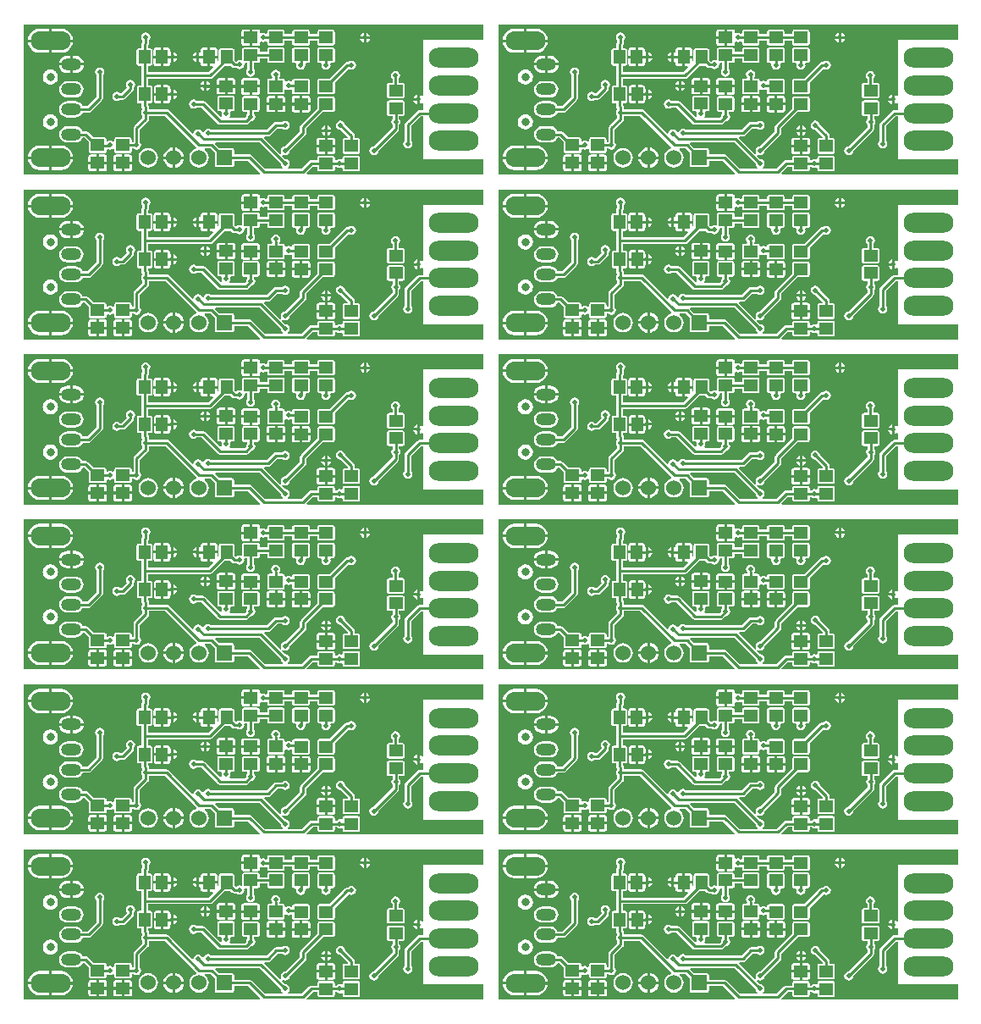
<source format=gbl>
G04 Layer_Physical_Order=2*
G04 Layer_Color=66047*
%FSLAX25Y25*%
%MOIN*%
G70*
G01*
G75*
%ADD10O,0.19685X0.07874*%
%ADD21R,0.04528X0.05315*%
%ADD22R,0.05315X0.04528*%
%ADD23C,0.00984*%
%ADD24C,0.06000*%
%ADD25R,0.06000X0.06000*%
%ADD26O,0.07874X0.04724*%
%ADD27O,0.07874X0.04724*%
%ADD28O,0.15748X0.07480*%
%ADD29C,0.03150*%
%ADD30C,0.01968*%
%ADD31C,0.01000*%
G36*
X370079Y379921D02*
X369974Y379816D01*
X346457D01*
Y357825D01*
X345957Y357673D01*
X345919Y357730D01*
X345262Y358168D01*
X344988Y358223D01*
Y356299D01*
Y354376D01*
X345262Y354430D01*
X345919Y354869D01*
X345957Y354925D01*
X346457Y354774D01*
Y352151D01*
X344941D01*
X344442Y352052D01*
X344018Y351769D01*
X339432Y347182D01*
X339149Y346759D01*
X339050Y346260D01*
Y340016D01*
X338685Y339471D01*
X338548Y338779D01*
X338685Y338088D01*
X339077Y337502D01*
X339663Y337111D01*
X340354Y336973D01*
X341046Y337111D01*
X341632Y337502D01*
X342023Y338088D01*
X342161Y338779D01*
X342023Y339471D01*
X341659Y340016D01*
Y345720D01*
X345481Y349542D01*
X346457D01*
Y332677D01*
X370079D01*
Y326772D01*
X300702D01*
X300495Y327272D01*
X302942Y329719D01*
X304724D01*
Y328740D01*
X304785Y328433D01*
X304959Y328172D01*
X305220Y327998D01*
X305527Y327937D01*
X310842D01*
X311149Y327998D01*
X311409Y328172D01*
X311583Y328433D01*
X311645Y328740D01*
Y329719D01*
X312307D01*
X312852Y329355D01*
X313543Y329217D01*
X314110Y329330D01*
X314611Y329050D01*
Y328740D01*
X314672Y328433D01*
X314846Y328172D01*
X315106Y327998D01*
X315413Y327937D01*
X320728D01*
X321036Y327998D01*
X321296Y328172D01*
X321470Y328433D01*
X321531Y328740D01*
Y333268D01*
X321470Y333575D01*
X321296Y333835D01*
X321036Y334009D01*
X320728Y334071D01*
X315413D01*
X315106Y334009D01*
X314846Y333835D01*
X314672Y333575D01*
X314611Y333268D01*
Y332997D01*
X314110Y332717D01*
X313543Y332830D01*
X312852Y332693D01*
X312307Y332328D01*
X311645D01*
Y333268D01*
X311583Y333575D01*
X311409Y333835D01*
X311149Y334009D01*
X310842Y334071D01*
X305527D01*
X305220Y334009D01*
X304959Y333835D01*
X304785Y333575D01*
X304724Y333268D01*
Y332328D01*
X302402D01*
X301902Y332229D01*
X301479Y331946D01*
X298554Y329021D01*
X293179D01*
X293027Y329521D01*
X293364Y329746D01*
X293756Y330332D01*
X293893Y331024D01*
X293756Y331715D01*
X293364Y332301D01*
X292778Y332693D01*
X292135Y332820D01*
X290812Y334143D01*
X291131Y334532D01*
X291395Y334355D01*
X292087Y334217D01*
X292778Y334355D01*
X293364Y334746D01*
X293756Y335332D01*
X293871Y335912D01*
X300141Y342182D01*
X300425Y342608D01*
X300525Y343110D01*
Y344914D01*
X306974Y351362D01*
X310842D01*
X311149Y351424D01*
X311409Y351598D01*
X311583Y351858D01*
X311645Y352165D01*
Y356693D01*
X311583Y357000D01*
X311409Y357261D01*
X311149Y357435D01*
X310842Y357496D01*
X305527D01*
X305220Y357435D01*
X304959Y357261D01*
X304785Y357000D01*
X304724Y356693D01*
Y352825D01*
X298284Y346386D01*
X298000Y345960D01*
X297900Y345458D01*
Y343654D01*
X292073Y337827D01*
X291395Y337692D01*
X290809Y337301D01*
X290418Y336715D01*
X290280Y336024D01*
X290418Y335332D01*
X290595Y335068D01*
X290206Y334749D01*
X283846Y341109D01*
X284053Y341609D01*
X285117D01*
X285315Y341569D01*
X285814Y341669D01*
X286237Y341951D01*
X286238Y341952D01*
X289044Y344758D01*
X290850D01*
X291395Y344394D01*
X292087Y344257D01*
X292778Y344394D01*
X293364Y344786D01*
X293756Y345372D01*
X293893Y346063D01*
X293756Y346754D01*
X293364Y347340D01*
X292778Y347732D01*
X292087Y347869D01*
X291395Y347732D01*
X290850Y347368D01*
X288504D01*
X288005Y347268D01*
X287581Y346986D01*
X284814Y344218D01*
X262929D01*
X262384Y344582D01*
X261693Y344720D01*
X261002Y344582D01*
X260416Y344191D01*
X260024Y343605D01*
X260011Y343539D01*
X259810Y343483D01*
X259491Y343486D01*
X259151Y343994D01*
X258565Y344385D01*
X257874Y344523D01*
X257183Y344385D01*
X256597Y343994D01*
X256205Y343408D01*
X256111Y342937D01*
X255590Y342751D01*
X246336Y352005D01*
X245913Y352288D01*
X245413Y352387D01*
X238411D01*
Y353228D01*
X238312Y353728D01*
X238029Y354151D01*
X238017Y354162D01*
Y354807D01*
X238976D01*
X239284Y354869D01*
X239544Y355043D01*
X239718Y355303D01*
X239779Y355610D01*
Y360925D01*
X239718Y361232D01*
X239544Y361493D01*
X239284Y361667D01*
X238976Y361728D01*
X237938D01*
Y364365D01*
X262441D01*
X262940Y364464D01*
X263363Y364747D01*
X268109Y369493D01*
X270572D01*
X271105Y368959D01*
X271528Y368677D01*
X272028Y368577D01*
X272937D01*
X273482Y368213D01*
X274173Y368075D01*
X274865Y368213D01*
X275450Y368605D01*
X275842Y369191D01*
X275980Y369882D01*
X275933Y370114D01*
X276344Y370615D01*
X277121D01*
Y368205D01*
X276756Y367660D01*
X276619Y366968D01*
X276756Y366277D01*
X277148Y365691D01*
X277734Y365300D01*
X278330Y365181D01*
X278281Y364681D01*
X275854D01*
X275464Y364603D01*
X275133Y364382D01*
X274912Y364052D01*
X274835Y363661D01*
Y361898D01*
X278512D01*
X282189D01*
Y363661D01*
X282111Y364052D01*
X281890Y364382D01*
X281559Y364603D01*
X281169Y364681D01*
X278569D01*
X278520Y365181D01*
X279116Y365300D01*
X279702Y365691D01*
X280094Y366277D01*
X280232Y366968D01*
X280094Y367660D01*
X279730Y368205D01*
Y370615D01*
X281229D01*
X281536Y370676D01*
X281797Y370850D01*
X281971Y371110D01*
X282032Y371417D01*
Y372376D01*
X284982D01*
Y371417D01*
X285043Y371110D01*
X285217Y370850D01*
X285478Y370676D01*
X285785Y370615D01*
X291100D01*
X291407Y370676D01*
X291668Y370850D01*
X291842Y371110D01*
X291903Y371417D01*
Y375945D01*
X291842Y376252D01*
X291668Y376513D01*
X291407Y376687D01*
X291100Y376748D01*
X285785D01*
X285478Y376687D01*
X285217Y376513D01*
X285043Y376252D01*
X284982Y375945D01*
Y374986D01*
X282032D01*
Y375945D01*
X281971Y376252D01*
X281797Y376513D01*
X281536Y376687D01*
X281229Y376748D01*
X275914D01*
X275607Y376687D01*
X275346Y376513D01*
X275172Y376252D01*
X275111Y375945D01*
Y371973D01*
X275081Y371921D01*
X274611Y371601D01*
X274173Y371688D01*
X273482Y371551D01*
X272937Y371186D01*
X272568D01*
X272023Y371731D01*
Y375610D01*
X271962Y375918D01*
X271788Y376178D01*
X271528Y376352D01*
X271220Y376413D01*
X266693D01*
X266386Y376352D01*
X266125Y376178D01*
X265951Y375918D01*
X265890Y375610D01*
Y371394D01*
X265850Y371368D01*
X265350Y371635D01*
Y372453D01*
X262567D01*
Y369276D01*
X263549D01*
X263740Y368814D01*
X261901Y366974D01*
X237938D01*
Y369493D01*
X238898D01*
X239205Y369554D01*
X239465Y369728D01*
X239639Y369988D01*
X239701Y370295D01*
Y375610D01*
X239639Y375918D01*
X239465Y376178D01*
X239205Y376352D01*
X238898Y376413D01*
X237938D01*
Y377334D01*
X238127Y377522D01*
X238410Y377946D01*
X238509Y378445D01*
Y379590D01*
X238874Y380135D01*
X239011Y380827D01*
X238874Y381518D01*
X238482Y382104D01*
X237896Y382496D01*
X237205Y382633D01*
X236513Y382496D01*
X235927Y382104D01*
X235536Y381518D01*
X235398Y380827D01*
X235536Y380135D01*
X235900Y379590D01*
Y378985D01*
X235711Y378797D01*
X235429Y378373D01*
X235329Y377874D01*
Y376413D01*
X234370D01*
X234063Y376352D01*
X233802Y376178D01*
X233628Y375918D01*
X233567Y375610D01*
Y370295D01*
X233628Y369988D01*
X233802Y369728D01*
X234063Y369554D01*
X234370Y369493D01*
X235329D01*
Y365669D01*
Y361728D01*
X234449D01*
X234142Y361667D01*
X233881Y361493D01*
X233707Y361232D01*
X233646Y360925D01*
Y355610D01*
X233707Y355303D01*
X233881Y355043D01*
X234142Y354869D01*
X234449Y354807D01*
X235408D01*
Y353622D01*
X235507Y353123D01*
X235790Y352700D01*
X235802Y352688D01*
Y352319D01*
X235437Y351774D01*
X235300Y351083D01*
X235437Y350391D01*
X235802Y349846D01*
Y348985D01*
X232660Y345844D01*
X232377Y345421D01*
X232278Y344921D01*
Y339513D01*
X231649D01*
Y340472D01*
X231588Y340780D01*
X231414Y341040D01*
X231154Y341214D01*
X230847Y341275D01*
X225532D01*
X225224Y341214D01*
X224964Y341040D01*
X224790Y340780D01*
X224729Y340472D01*
Y339826D01*
X224229Y339612D01*
X223801Y339897D01*
X223110Y340035D01*
X222419Y339897D01*
X222189Y339743D01*
X221689Y340011D01*
Y340472D01*
X221627Y340780D01*
X221453Y341040D01*
X221193Y341214D01*
X220886Y341275D01*
X216613D01*
X214446Y343442D01*
X214023Y343725D01*
X213524Y343824D01*
X212317D01*
X212200Y344108D01*
X211695Y344766D01*
X211037Y345271D01*
X210271Y345588D01*
X209449Y345696D01*
X206299D01*
X205477Y345588D01*
X204711Y345271D01*
X204053Y344766D01*
X203548Y344108D01*
X203231Y343342D01*
X203122Y342520D01*
X203231Y341698D01*
X203548Y340931D01*
X204053Y340273D01*
X204711Y339769D01*
X205477Y339451D01*
X206299Y339343D01*
X209449D01*
X210271Y339451D01*
X211037Y339769D01*
X211695Y340273D01*
X212200Y340931D01*
X212317Y341215D01*
X212983D01*
X214768Y339430D01*
Y335945D01*
X214829Y335638D01*
X215003Y335377D01*
X215264Y335203D01*
X215571Y335142D01*
X220886D01*
X221193Y335203D01*
X221453Y335377D01*
X221627Y335638D01*
X221689Y335945D01*
Y336446D01*
X222189Y336713D01*
X222419Y336560D01*
X223110Y336422D01*
X223801Y336560D01*
X224229Y336845D01*
X224729Y336630D01*
Y335945D01*
X224790Y335638D01*
X224964Y335377D01*
X225224Y335203D01*
X225532Y335142D01*
X230847D01*
X231154Y335203D01*
X231414Y335377D01*
X231588Y335638D01*
X231649Y335945D01*
Y336904D01*
X232376D01*
X232891Y336560D01*
X233583Y336422D01*
X234274Y336560D01*
X234860Y336951D01*
X235251Y337537D01*
X235389Y338228D01*
X235251Y338920D01*
X234887Y339465D01*
Y344381D01*
X238029Y347522D01*
X238312Y347946D01*
X238411Y348445D01*
Y349778D01*
X244873D01*
X257116Y337535D01*
X257127Y337417D01*
X256982Y336962D01*
X256240Y336655D01*
X255448Y336048D01*
X254841Y335257D01*
X254460Y334335D01*
X254329Y333347D01*
X254460Y332358D01*
X254841Y331436D01*
X255448Y330645D01*
X256240Y330038D01*
X257161Y329657D01*
X258150Y329526D01*
X259138Y329657D01*
X260060Y330038D01*
X260851Y330645D01*
X261458Y331436D01*
X261840Y332358D01*
X261970Y333347D01*
X261840Y334335D01*
X261458Y335257D01*
X260851Y336048D01*
X260361Y336424D01*
X260530Y336924D01*
X262727D01*
X264347Y335304D01*
Y330346D01*
X264408Y330039D01*
X264582Y329779D01*
X264842Y329605D01*
X265150Y329544D01*
X271150D01*
X271457Y329605D01*
X271717Y329779D01*
X271891Y330039D01*
X271952Y330346D01*
Y332042D01*
X277452D01*
X282222Y327272D01*
X282015Y326772D01*
X188976Y326772D01*
Y385827D01*
X370079Y385827D01*
Y379921D01*
D02*
G37*
G36*
X183071D02*
X182966Y379816D01*
X159449D01*
Y357825D01*
X158949Y357673D01*
X158911Y357730D01*
X158255Y358168D01*
X157980Y358223D01*
Y356299D01*
Y354376D01*
X158255Y354430D01*
X158911Y354869D01*
X158949Y354925D01*
X159449Y354774D01*
Y352151D01*
X157933D01*
X157434Y352052D01*
X157011Y351769D01*
X152424Y347182D01*
X152141Y346759D01*
X152042Y346260D01*
Y340016D01*
X151678Y339471D01*
X151540Y338779D01*
X151678Y338088D01*
X152069Y337502D01*
X152655Y337111D01*
X153347Y336973D01*
X154038Y337111D01*
X154624Y337502D01*
X155015Y338088D01*
X155153Y338779D01*
X155015Y339471D01*
X154651Y340016D01*
Y345720D01*
X158473Y349542D01*
X159449D01*
Y332677D01*
X183071D01*
Y326772D01*
X113694D01*
X113487Y327272D01*
X115934Y329719D01*
X117716D01*
Y328740D01*
X117777Y328433D01*
X117951Y328172D01*
X118212Y327998D01*
X118519Y327937D01*
X123834D01*
X124141Y327998D01*
X124401Y328172D01*
X124575Y328433D01*
X124637Y328740D01*
Y329719D01*
X125299D01*
X125844Y329355D01*
X126535Y329217D01*
X127103Y329330D01*
X127603Y329050D01*
Y328740D01*
X127664Y328433D01*
X127838Y328172D01*
X128098Y327998D01*
X128405Y327937D01*
X133721D01*
X134028Y327998D01*
X134288Y328172D01*
X134462Y328433D01*
X134523Y328740D01*
Y333268D01*
X134462Y333575D01*
X134288Y333835D01*
X134028Y334009D01*
X133721Y334071D01*
X128405D01*
X128098Y334009D01*
X127838Y333835D01*
X127664Y333575D01*
X127603Y333268D01*
Y332997D01*
X127103Y332717D01*
X126535Y332830D01*
X125844Y332693D01*
X125299Y332328D01*
X124637D01*
Y333268D01*
X124575Y333575D01*
X124401Y333835D01*
X124141Y334009D01*
X123834Y334071D01*
X118519D01*
X118212Y334009D01*
X117951Y333835D01*
X117777Y333575D01*
X117716Y333268D01*
Y332328D01*
X115394D01*
X114894Y332229D01*
X114471Y331946D01*
X111546Y329021D01*
X106171D01*
X106019Y329521D01*
X106356Y329746D01*
X106748Y330332D01*
X106885Y331024D01*
X106748Y331715D01*
X106356Y332301D01*
X105770Y332693D01*
X105127Y332820D01*
X103804Y334143D01*
X104123Y334532D01*
X104387Y334355D01*
X105079Y334217D01*
X105770Y334355D01*
X106356Y334746D01*
X106748Y335332D01*
X106863Y335912D01*
X113133Y342182D01*
X113417Y342608D01*
X113517Y343110D01*
Y344914D01*
X119966Y351362D01*
X123834D01*
X124141Y351424D01*
X124401Y351598D01*
X124575Y351858D01*
X124637Y352165D01*
Y356693D01*
X124575Y357000D01*
X124401Y357261D01*
X124141Y357435D01*
X123834Y357496D01*
X118519D01*
X118212Y357435D01*
X117951Y357261D01*
X117777Y357000D01*
X117716Y356693D01*
Y352825D01*
X111277Y346386D01*
X110992Y345960D01*
X110892Y345458D01*
Y343654D01*
X105066Y337827D01*
X104387Y337692D01*
X103801Y337301D01*
X103410Y336715D01*
X103272Y336024D01*
X103410Y335332D01*
X103587Y335068D01*
X103198Y334749D01*
X96838Y341109D01*
X97046Y341609D01*
X98109D01*
X98307Y341569D01*
X98806Y341669D01*
X99230Y341951D01*
X99230Y341952D01*
X102036Y344758D01*
X103842D01*
X104387Y344394D01*
X105079Y344257D01*
X105770Y344394D01*
X106356Y344786D01*
X106748Y345372D01*
X106885Y346063D01*
X106748Y346754D01*
X106356Y347340D01*
X105770Y347732D01*
X105079Y347869D01*
X104387Y347732D01*
X103842Y347368D01*
X101496D01*
X100997Y347268D01*
X100574Y346986D01*
X97806Y344218D01*
X75921D01*
X75376Y344582D01*
X74685Y344720D01*
X73994Y344582D01*
X73408Y344191D01*
X73016Y343605D01*
X73003Y343539D01*
X72802Y343483D01*
X72483Y343486D01*
X72143Y343994D01*
X71557Y344385D01*
X70866Y344523D01*
X70175Y344385D01*
X69589Y343994D01*
X69197Y343408D01*
X69104Y342937D01*
X68582Y342751D01*
X59328Y352005D01*
X58905Y352288D01*
X58406Y352387D01*
X51403D01*
Y353228D01*
X51304Y353728D01*
X51021Y354151D01*
X51009Y354162D01*
Y354807D01*
X51968D01*
X52276Y354869D01*
X52536Y355043D01*
X52710Y355303D01*
X52771Y355610D01*
Y360925D01*
X52710Y361232D01*
X52536Y361493D01*
X52276Y361667D01*
X51968Y361728D01*
X50931D01*
Y364365D01*
X75433D01*
X75932Y364464D01*
X76355Y364747D01*
X81101Y369493D01*
X83564D01*
X84097Y368959D01*
X84521Y368677D01*
X85020Y368577D01*
X85929D01*
X86474Y368213D01*
X87165Y368075D01*
X87857Y368213D01*
X88443Y368605D01*
X88834Y369191D01*
X88972Y369882D01*
X88925Y370114D01*
X89336Y370615D01*
X90113D01*
Y368205D01*
X89749Y367660D01*
X89611Y366968D01*
X89749Y366277D01*
X90140Y365691D01*
X90726Y365300D01*
X91322Y365181D01*
X91273Y364681D01*
X88846D01*
X88456Y364603D01*
X88125Y364382D01*
X87905Y364052D01*
X87827Y363661D01*
Y361898D01*
X91504D01*
X95181D01*
Y363661D01*
X95103Y364052D01*
X94882Y364382D01*
X94552Y364603D01*
X94161Y364681D01*
X91562D01*
X91512Y365181D01*
X92109Y365300D01*
X92695Y365691D01*
X93086Y366277D01*
X93224Y366968D01*
X93086Y367660D01*
X92722Y368205D01*
Y370615D01*
X94221D01*
X94529Y370676D01*
X94789Y370850D01*
X94963Y371110D01*
X95024Y371417D01*
Y372376D01*
X97974D01*
Y371417D01*
X98035Y371110D01*
X98210Y370850D01*
X98470Y370676D01*
X98777Y370615D01*
X104092D01*
X104399Y370676D01*
X104660Y370850D01*
X104834Y371110D01*
X104895Y371417D01*
Y375945D01*
X104834Y376252D01*
X104660Y376513D01*
X104399Y376687D01*
X104092Y376748D01*
X98777D01*
X98470Y376687D01*
X98210Y376513D01*
X98035Y376252D01*
X97974Y375945D01*
Y374986D01*
X95024D01*
Y375945D01*
X94963Y376252D01*
X94789Y376513D01*
X94529Y376687D01*
X94221Y376748D01*
X88906D01*
X88599Y376687D01*
X88339Y376513D01*
X88165Y376252D01*
X88103Y375945D01*
Y371973D01*
X88073Y371921D01*
X87603Y371601D01*
X87165Y371688D01*
X86474Y371551D01*
X85929Y371186D01*
X85560D01*
X85015Y371731D01*
Y375610D01*
X84954Y375918D01*
X84780Y376178D01*
X84520Y376352D01*
X84213Y376413D01*
X79685D01*
X79378Y376352D01*
X79117Y376178D01*
X78943Y375918D01*
X78882Y375610D01*
Y371394D01*
X78842Y371368D01*
X78342Y371635D01*
Y372453D01*
X75559D01*
Y369276D01*
X76541D01*
X76733Y368814D01*
X74893Y366974D01*
X50931D01*
Y369493D01*
X51890D01*
X52197Y369554D01*
X52457Y369728D01*
X52631Y369988D01*
X52693Y370295D01*
Y375610D01*
X52631Y375918D01*
X52457Y376178D01*
X52197Y376352D01*
X51890Y376413D01*
X50931D01*
Y377334D01*
X51119Y377522D01*
X51402Y377946D01*
X51501Y378445D01*
Y379590D01*
X51866Y380135D01*
X52003Y380827D01*
X51866Y381518D01*
X51474Y382104D01*
X50888Y382496D01*
X50197Y382633D01*
X49506Y382496D01*
X48920Y382104D01*
X48528Y381518D01*
X48390Y380827D01*
X48528Y380135D01*
X48892Y379590D01*
Y378985D01*
X48704Y378797D01*
X48421Y378373D01*
X48321Y377874D01*
Y376413D01*
X47362D01*
X47055Y376352D01*
X46795Y376178D01*
X46621Y375918D01*
X46559Y375610D01*
Y370295D01*
X46621Y369988D01*
X46795Y369728D01*
X47055Y369554D01*
X47362Y369493D01*
X48321D01*
Y365669D01*
Y361728D01*
X47441D01*
X47134Y361667D01*
X46873Y361493D01*
X46699Y361232D01*
X46638Y360925D01*
Y355610D01*
X46699Y355303D01*
X46873Y355043D01*
X47134Y354869D01*
X47441Y354807D01*
X48400D01*
Y353622D01*
X48500Y353123D01*
X48782Y352700D01*
X48794Y352688D01*
Y352319D01*
X48430Y351774D01*
X48292Y351083D01*
X48430Y350391D01*
X48794Y349846D01*
Y348985D01*
X45652Y345844D01*
X45369Y345421D01*
X45270Y344921D01*
Y339513D01*
X44641D01*
Y340472D01*
X44580Y340780D01*
X44406Y341040D01*
X44146Y341214D01*
X43839Y341275D01*
X38524D01*
X38216Y341214D01*
X37956Y341040D01*
X37782Y340780D01*
X37721Y340472D01*
Y339826D01*
X37221Y339612D01*
X36794Y339897D01*
X36102Y340035D01*
X35411Y339897D01*
X35181Y339743D01*
X34681Y340011D01*
Y340472D01*
X34620Y340780D01*
X34446Y341040D01*
X34185Y341214D01*
X33878Y341275D01*
X29605D01*
X27438Y343442D01*
X27015Y343725D01*
X26516Y343824D01*
X25310D01*
X25192Y344108D01*
X24687Y344766D01*
X24029Y345271D01*
X23263Y345588D01*
X22441Y345696D01*
X19291D01*
X18469Y345588D01*
X17703Y345271D01*
X17045Y344766D01*
X16540Y344108D01*
X16223Y343342D01*
X16115Y342520D01*
X16223Y341698D01*
X16540Y340931D01*
X17045Y340273D01*
X17703Y339769D01*
X18469Y339451D01*
X19291Y339343D01*
X22441D01*
X23263Y339451D01*
X24029Y339769D01*
X24687Y340273D01*
X25192Y340931D01*
X25310Y341215D01*
X25975D01*
X27760Y339430D01*
Y335945D01*
X27821Y335638D01*
X27995Y335377D01*
X28256Y335203D01*
X28563Y335142D01*
X33878D01*
X34185Y335203D01*
X34446Y335377D01*
X34620Y335638D01*
X34681Y335945D01*
Y336446D01*
X35181Y336713D01*
X35411Y336560D01*
X36102Y336422D01*
X36794Y336560D01*
X37221Y336845D01*
X37721Y336630D01*
Y335945D01*
X37782Y335638D01*
X37956Y335377D01*
X38216Y335203D01*
X38524Y335142D01*
X43839D01*
X44146Y335203D01*
X44406Y335377D01*
X44580Y335638D01*
X44641Y335945D01*
Y336904D01*
X45368D01*
X45884Y336560D01*
X46575Y336422D01*
X47266Y336560D01*
X47852Y336951D01*
X48244Y337537D01*
X48381Y338228D01*
X48244Y338920D01*
X47879Y339465D01*
Y344381D01*
X51021Y347522D01*
X51304Y347946D01*
X51403Y348445D01*
Y349778D01*
X57865D01*
X70108Y337535D01*
X70119Y337417D01*
X69974Y336962D01*
X69232Y336655D01*
X68441Y336048D01*
X67833Y335257D01*
X67452Y334335D01*
X67322Y333347D01*
X67452Y332358D01*
X67833Y331436D01*
X68441Y330645D01*
X69232Y330038D01*
X70153Y329657D01*
X71142Y329526D01*
X72130Y329657D01*
X73052Y330038D01*
X73843Y330645D01*
X74450Y331436D01*
X74832Y332358D01*
X74962Y333347D01*
X74832Y334335D01*
X74450Y335257D01*
X73843Y336048D01*
X73353Y336424D01*
X73523Y336924D01*
X75719D01*
X77339Y335304D01*
Y330346D01*
X77400Y330039D01*
X77574Y329779D01*
X77834Y329605D01*
X78142Y329544D01*
X84142D01*
X84449Y329605D01*
X84709Y329779D01*
X84883Y330039D01*
X84945Y330346D01*
Y332042D01*
X90444D01*
X95214Y327272D01*
X95007Y326772D01*
X1969Y326772D01*
Y385827D01*
X183071Y385827D01*
Y379921D01*
D02*
G37*
G36*
X290290Y330975D02*
X290418Y330332D01*
X290809Y329746D01*
X291146Y329521D01*
X290995Y329021D01*
X284162D01*
X278915Y334269D01*
X278491Y334552D01*
X277992Y334651D01*
X271952D01*
Y336347D01*
X271891Y336654D01*
X271717Y336914D01*
X271457Y337088D01*
X271150Y337149D01*
X266192D01*
X264535Y338806D01*
X264742Y339306D01*
X281960D01*
X290290Y330975D01*
D02*
G37*
G36*
X103282D02*
X103410Y330332D01*
X103801Y329746D01*
X104139Y329521D01*
X103987Y329021D01*
X97154D01*
X91907Y334269D01*
X91483Y334552D01*
X90984Y334651D01*
X84945D01*
Y336347D01*
X84883Y336654D01*
X84709Y336914D01*
X84449Y337088D01*
X84142Y337149D01*
X79184D01*
X77527Y338806D01*
X77735Y339306D01*
X94952D01*
X103282Y330975D01*
D02*
G37*
G36*
X370079Y314961D02*
X369974Y314856D01*
X346457D01*
Y292864D01*
X345957Y292712D01*
X345919Y292769D01*
X345262Y293208D01*
X344988Y293262D01*
Y291339D01*
Y289415D01*
X345262Y289470D01*
X345919Y289908D01*
X345957Y289965D01*
X346457Y289813D01*
Y287190D01*
X344941D01*
X344442Y287091D01*
X344018Y286808D01*
X339432Y282222D01*
X339149Y281799D01*
X339050Y281299D01*
Y275055D01*
X338685Y274510D01*
X338548Y273819D01*
X338685Y273128D01*
X339077Y272542D01*
X339663Y272150D01*
X340354Y272012D01*
X341046Y272150D01*
X341632Y272542D01*
X342023Y273128D01*
X342161Y273819D01*
X342023Y274510D01*
X341659Y275055D01*
Y280759D01*
X345481Y284581D01*
X346457D01*
Y267717D01*
X370079D01*
Y261811D01*
X300702D01*
X300495Y262311D01*
X302942Y264758D01*
X304724D01*
Y263779D01*
X304785Y263472D01*
X304959Y263212D01*
X305220Y263038D01*
X305527Y262977D01*
X310842D01*
X311149Y263038D01*
X311409Y263212D01*
X311583Y263472D01*
X311645Y263779D01*
Y264758D01*
X312307D01*
X312852Y264394D01*
X313543Y264257D01*
X314110Y264370D01*
X314611Y264090D01*
Y263779D01*
X314672Y263472D01*
X314846Y263212D01*
X315106Y263038D01*
X315413Y262977D01*
X320728D01*
X321036Y263038D01*
X321296Y263212D01*
X321470Y263472D01*
X321531Y263779D01*
Y268307D01*
X321470Y268614D01*
X321296Y268875D01*
X321036Y269049D01*
X320728Y269110D01*
X315413D01*
X315106Y269049D01*
X314846Y268875D01*
X314672Y268614D01*
X314611Y268307D01*
Y268036D01*
X314110Y267757D01*
X313543Y267869D01*
X312852Y267732D01*
X312307Y267368D01*
X311645D01*
Y268307D01*
X311583Y268614D01*
X311409Y268875D01*
X311149Y269049D01*
X310842Y269110D01*
X305527D01*
X305220Y269049D01*
X304959Y268875D01*
X304785Y268614D01*
X304724Y268307D01*
Y267368D01*
X302402D01*
X301902Y267268D01*
X301479Y266986D01*
X298554Y264060D01*
X293179D01*
X293027Y264561D01*
X293364Y264786D01*
X293756Y265372D01*
X293893Y266063D01*
X293756Y266754D01*
X293364Y267340D01*
X292778Y267732D01*
X292135Y267860D01*
X290812Y269183D01*
X291131Y269571D01*
X291395Y269394D01*
X292087Y269257D01*
X292778Y269394D01*
X293364Y269786D01*
X293756Y270372D01*
X293871Y270952D01*
X300141Y277221D01*
X300425Y277647D01*
X300525Y278150D01*
Y279953D01*
X306974Y286402D01*
X310842D01*
X311149Y286463D01*
X311409Y286637D01*
X311583Y286897D01*
X311645Y287205D01*
Y291732D01*
X311583Y292039D01*
X311409Y292300D01*
X311149Y292474D01*
X310842Y292535D01*
X305527D01*
X305220Y292474D01*
X304959Y292300D01*
X304785Y292039D01*
X304724Y291732D01*
Y287864D01*
X298284Y281425D01*
X298000Y280999D01*
X297900Y280497D01*
Y278693D01*
X292073Y272867D01*
X291395Y272732D01*
X290809Y272340D01*
X290418Y271754D01*
X290280Y271063D01*
X290418Y270372D01*
X290595Y270107D01*
X290206Y269788D01*
X283846Y276148D01*
X284053Y276648D01*
X285117D01*
X285315Y276609D01*
X285814Y276708D01*
X286237Y276991D01*
X286238Y276991D01*
X289044Y279798D01*
X290850D01*
X291395Y279433D01*
X292087Y279296D01*
X292778Y279433D01*
X293364Y279825D01*
X293756Y280411D01*
X293893Y281102D01*
X293756Y281794D01*
X293364Y282380D01*
X292778Y282771D01*
X292087Y282909D01*
X291395Y282771D01*
X290850Y282407D01*
X288504D01*
X288005Y282308D01*
X287581Y282025D01*
X284814Y279257D01*
X262929D01*
X262384Y279622D01*
X261693Y279759D01*
X261002Y279622D01*
X260416Y279230D01*
X260024Y278644D01*
X260011Y278578D01*
X259810Y278522D01*
X259491Y278525D01*
X259151Y279033D01*
X258565Y279425D01*
X257874Y279562D01*
X257183Y279425D01*
X256597Y279033D01*
X256205Y278447D01*
X256111Y277976D01*
X255590Y277791D01*
X246336Y287045D01*
X245913Y287327D01*
X245413Y287427D01*
X238411D01*
Y288268D01*
X238312Y288767D01*
X238029Y289190D01*
X238017Y289202D01*
Y289847D01*
X238976D01*
X239284Y289908D01*
X239544Y290082D01*
X239718Y290342D01*
X239779Y290650D01*
Y295965D01*
X239718Y296272D01*
X239544Y296532D01*
X239284Y296706D01*
X238976Y296767D01*
X237938D01*
Y299404D01*
X262441D01*
X262940Y299503D01*
X263363Y299786D01*
X268109Y304532D01*
X270572D01*
X271105Y303999D01*
X271528Y303716D01*
X272028Y303617D01*
X272937D01*
X273482Y303252D01*
X274173Y303115D01*
X274865Y303252D01*
X275450Y303644D01*
X275842Y304230D01*
X275980Y304921D01*
X275933Y305154D01*
X276344Y305654D01*
X277121D01*
Y303244D01*
X276756Y302699D01*
X276619Y302008D01*
X276756Y301317D01*
X277148Y300731D01*
X277734Y300339D01*
X278330Y300220D01*
X278281Y299720D01*
X275854D01*
X275464Y299643D01*
X275133Y299422D01*
X274912Y299091D01*
X274835Y298701D01*
Y296937D01*
X278512D01*
X282189D01*
Y298701D01*
X282111Y299091D01*
X281890Y299422D01*
X281559Y299643D01*
X281169Y299720D01*
X278569D01*
X278520Y300220D01*
X279116Y300339D01*
X279702Y300731D01*
X280094Y301317D01*
X280232Y302008D01*
X280094Y302699D01*
X279730Y303244D01*
Y305654D01*
X281229D01*
X281536Y305715D01*
X281797Y305889D01*
X281971Y306150D01*
X282032Y306457D01*
Y307416D01*
X284982D01*
Y306457D01*
X285043Y306150D01*
X285217Y305889D01*
X285478Y305715D01*
X285785Y305654D01*
X291100D01*
X291407Y305715D01*
X291668Y305889D01*
X291842Y306150D01*
X291903Y306457D01*
Y310984D01*
X291842Y311292D01*
X291668Y311552D01*
X291407Y311726D01*
X291100Y311787D01*
X285785D01*
X285478Y311726D01*
X285217Y311552D01*
X285043Y311292D01*
X284982Y310984D01*
Y310025D01*
X282032D01*
Y310984D01*
X281971Y311292D01*
X281797Y311552D01*
X281536Y311726D01*
X281229Y311787D01*
X275914D01*
X275607Y311726D01*
X275346Y311552D01*
X275172Y311292D01*
X275111Y310984D01*
Y307012D01*
X275081Y306960D01*
X274611Y306641D01*
X274173Y306728D01*
X273482Y306590D01*
X272937Y306226D01*
X272568D01*
X272023Y306770D01*
Y310650D01*
X271962Y310957D01*
X271788Y311217D01*
X271528Y311391D01*
X271220Y311452D01*
X266693D01*
X266386Y311391D01*
X266125Y311217D01*
X265951Y310957D01*
X265890Y310650D01*
Y306434D01*
X265850Y306407D01*
X265350Y306675D01*
Y307492D01*
X262567D01*
Y304315D01*
X263549D01*
X263740Y303853D01*
X261901Y302013D01*
X237938D01*
Y304532D01*
X238898D01*
X239205Y304593D01*
X239465Y304767D01*
X239639Y305027D01*
X239701Y305335D01*
Y310650D01*
X239639Y310957D01*
X239465Y311217D01*
X239205Y311391D01*
X238898Y311452D01*
X237938D01*
Y312373D01*
X238127Y312562D01*
X238410Y312985D01*
X238509Y313484D01*
Y314630D01*
X238874Y315175D01*
X239011Y315866D01*
X238874Y316557D01*
X238482Y317143D01*
X237896Y317535D01*
X237205Y317672D01*
X236513Y317535D01*
X235927Y317143D01*
X235536Y316557D01*
X235398Y315866D01*
X235536Y315175D01*
X235900Y314630D01*
Y314025D01*
X235711Y313836D01*
X235429Y313413D01*
X235329Y312913D01*
Y311452D01*
X234370D01*
X234063Y311391D01*
X233802Y311217D01*
X233628Y310957D01*
X233567Y310650D01*
Y305335D01*
X233628Y305027D01*
X233802Y304767D01*
X234063Y304593D01*
X234370Y304532D01*
X235329D01*
Y300709D01*
Y296767D01*
X234449D01*
X234142Y296706D01*
X233881Y296532D01*
X233707Y296272D01*
X233646Y295965D01*
Y290650D01*
X233707Y290342D01*
X233881Y290082D01*
X234142Y289908D01*
X234449Y289847D01*
X235408D01*
Y288661D01*
X235507Y288162D01*
X235790Y287739D01*
X235802Y287727D01*
Y287358D01*
X235437Y286813D01*
X235300Y286122D01*
X235437Y285431D01*
X235802Y284886D01*
Y284025D01*
X232660Y280883D01*
X232377Y280460D01*
X232278Y279961D01*
Y274553D01*
X231649D01*
Y275512D01*
X231588Y275819D01*
X231414Y276080D01*
X231154Y276254D01*
X230847Y276315D01*
X225532D01*
X225224Y276254D01*
X224964Y276080D01*
X224790Y275819D01*
X224729Y275512D01*
Y274866D01*
X224229Y274651D01*
X223801Y274937D01*
X223110Y275074D01*
X222419Y274937D01*
X222189Y274783D01*
X221689Y275050D01*
Y275512D01*
X221627Y275819D01*
X221453Y276080D01*
X221193Y276254D01*
X220886Y276315D01*
X216613D01*
X214446Y278482D01*
X214023Y278764D01*
X213524Y278864D01*
X212317D01*
X212200Y279147D01*
X211695Y279805D01*
X211037Y280310D01*
X210271Y280628D01*
X209449Y280736D01*
X206299D01*
X205477Y280628D01*
X204711Y280310D01*
X204053Y279805D01*
X203548Y279147D01*
X203231Y278381D01*
X203122Y277559D01*
X203231Y276737D01*
X203548Y275971D01*
X204053Y275313D01*
X204711Y274808D01*
X205477Y274490D01*
X206299Y274382D01*
X209449D01*
X210271Y274490D01*
X211037Y274808D01*
X211695Y275313D01*
X212200Y275971D01*
X212317Y276255D01*
X212983D01*
X214768Y274470D01*
Y270984D01*
X214829Y270677D01*
X215003Y270417D01*
X215264Y270243D01*
X215571Y270181D01*
X220886D01*
X221193Y270243D01*
X221453Y270417D01*
X221627Y270677D01*
X221689Y270984D01*
Y271485D01*
X222189Y271753D01*
X222419Y271599D01*
X223110Y271461D01*
X223801Y271599D01*
X224229Y271884D01*
X224729Y271670D01*
Y270984D01*
X224790Y270677D01*
X224964Y270417D01*
X225224Y270243D01*
X225532Y270181D01*
X230847D01*
X231154Y270243D01*
X231414Y270417D01*
X231588Y270677D01*
X231649Y270984D01*
Y271943D01*
X232376D01*
X232891Y271599D01*
X233583Y271461D01*
X234274Y271599D01*
X234860Y271990D01*
X235251Y272576D01*
X235389Y273268D01*
X235251Y273959D01*
X234887Y274504D01*
Y279420D01*
X238029Y282562D01*
X238312Y282985D01*
X238411Y283484D01*
Y284818D01*
X244873D01*
X257116Y272574D01*
X257127Y272456D01*
X256982Y272002D01*
X256240Y271694D01*
X255448Y271087D01*
X254841Y270296D01*
X254460Y269374D01*
X254329Y268386D01*
X254460Y267397D01*
X254841Y266476D01*
X255448Y265685D01*
X256240Y265077D01*
X257161Y264696D01*
X258150Y264566D01*
X259138Y264696D01*
X260060Y265077D01*
X260851Y265685D01*
X261458Y266476D01*
X261840Y267397D01*
X261970Y268386D01*
X261840Y269374D01*
X261458Y270296D01*
X260851Y271087D01*
X260361Y271463D01*
X260530Y271963D01*
X262727D01*
X264347Y270344D01*
Y265386D01*
X264408Y265079D01*
X264582Y264818D01*
X264842Y264644D01*
X265150Y264583D01*
X271150D01*
X271457Y264644D01*
X271717Y264818D01*
X271891Y265079D01*
X271952Y265386D01*
Y267081D01*
X277452D01*
X282222Y262311D01*
X282015Y261811D01*
X188976Y261811D01*
Y320866D01*
X370079Y320866D01*
Y314961D01*
D02*
G37*
G36*
X183071D02*
X182966Y314856D01*
X159449D01*
Y292864D01*
X158949Y292712D01*
X158911Y292769D01*
X158255Y293208D01*
X157980Y293262D01*
Y291339D01*
Y289415D01*
X158255Y289470D01*
X158911Y289908D01*
X158949Y289965D01*
X159449Y289813D01*
Y287190D01*
X157933D01*
X157434Y287091D01*
X157011Y286808D01*
X152424Y282222D01*
X152141Y281799D01*
X152042Y281299D01*
Y275055D01*
X151678Y274510D01*
X151540Y273819D01*
X151678Y273128D01*
X152069Y272542D01*
X152655Y272150D01*
X153347Y272012D01*
X154038Y272150D01*
X154624Y272542D01*
X155015Y273128D01*
X155153Y273819D01*
X155015Y274510D01*
X154651Y275055D01*
Y280759D01*
X158473Y284581D01*
X159449D01*
Y267717D01*
X183071D01*
Y261811D01*
X113694D01*
X113487Y262311D01*
X115934Y264758D01*
X117716D01*
Y263779D01*
X117777Y263472D01*
X117951Y263212D01*
X118212Y263038D01*
X118519Y262977D01*
X123834D01*
X124141Y263038D01*
X124401Y263212D01*
X124575Y263472D01*
X124637Y263779D01*
Y264758D01*
X125299D01*
X125844Y264394D01*
X126535Y264257D01*
X127103Y264370D01*
X127603Y264090D01*
Y263779D01*
X127664Y263472D01*
X127838Y263212D01*
X128098Y263038D01*
X128405Y262977D01*
X133721D01*
X134028Y263038D01*
X134288Y263212D01*
X134462Y263472D01*
X134523Y263779D01*
Y268307D01*
X134462Y268614D01*
X134288Y268875D01*
X134028Y269049D01*
X133721Y269110D01*
X128405D01*
X128098Y269049D01*
X127838Y268875D01*
X127664Y268614D01*
X127603Y268307D01*
Y268036D01*
X127103Y267757D01*
X126535Y267869D01*
X125844Y267732D01*
X125299Y267368D01*
X124637D01*
Y268307D01*
X124575Y268614D01*
X124401Y268875D01*
X124141Y269049D01*
X123834Y269110D01*
X118519D01*
X118212Y269049D01*
X117951Y268875D01*
X117777Y268614D01*
X117716Y268307D01*
Y267368D01*
X115394D01*
X114894Y267268D01*
X114471Y266986D01*
X111546Y264060D01*
X106171D01*
X106019Y264561D01*
X106356Y264786D01*
X106748Y265372D01*
X106885Y266063D01*
X106748Y266754D01*
X106356Y267340D01*
X105770Y267732D01*
X105127Y267860D01*
X103804Y269183D01*
X104123Y269571D01*
X104387Y269394D01*
X105079Y269257D01*
X105770Y269394D01*
X106356Y269786D01*
X106748Y270372D01*
X106863Y270952D01*
X113133Y277221D01*
X113417Y277647D01*
X113517Y278150D01*
Y279953D01*
X119966Y286402D01*
X123834D01*
X124141Y286463D01*
X124401Y286637D01*
X124575Y286897D01*
X124637Y287205D01*
Y291732D01*
X124575Y292039D01*
X124401Y292300D01*
X124141Y292474D01*
X123834Y292535D01*
X118519D01*
X118212Y292474D01*
X117951Y292300D01*
X117777Y292039D01*
X117716Y291732D01*
Y287864D01*
X111277Y281425D01*
X110992Y280999D01*
X110892Y280497D01*
Y278693D01*
X105066Y272867D01*
X104387Y272732D01*
X103801Y272340D01*
X103410Y271754D01*
X103272Y271063D01*
X103410Y270372D01*
X103587Y270107D01*
X103198Y269788D01*
X96838Y276148D01*
X97046Y276648D01*
X98109D01*
X98307Y276609D01*
X98806Y276708D01*
X99230Y276991D01*
X99230Y276991D01*
X102036Y279798D01*
X103842D01*
X104387Y279433D01*
X105079Y279296D01*
X105770Y279433D01*
X106356Y279825D01*
X106748Y280411D01*
X106885Y281102D01*
X106748Y281794D01*
X106356Y282380D01*
X105770Y282771D01*
X105079Y282909D01*
X104387Y282771D01*
X103842Y282407D01*
X101496D01*
X100997Y282308D01*
X100574Y282025D01*
X97806Y279257D01*
X75921D01*
X75376Y279622D01*
X74685Y279759D01*
X73994Y279622D01*
X73408Y279230D01*
X73016Y278644D01*
X73003Y278578D01*
X72802Y278522D01*
X72483Y278525D01*
X72143Y279033D01*
X71557Y279425D01*
X70866Y279562D01*
X70175Y279425D01*
X69589Y279033D01*
X69197Y278447D01*
X69104Y277976D01*
X68582Y277791D01*
X59328Y287045D01*
X58905Y287327D01*
X58406Y287427D01*
X51403D01*
Y288268D01*
X51304Y288767D01*
X51021Y289190D01*
X51009Y289202D01*
Y289847D01*
X51968D01*
X52276Y289908D01*
X52536Y290082D01*
X52710Y290342D01*
X52771Y290650D01*
Y295965D01*
X52710Y296272D01*
X52536Y296532D01*
X52276Y296706D01*
X51968Y296767D01*
X50931D01*
Y299404D01*
X75433D01*
X75932Y299503D01*
X76355Y299786D01*
X81101Y304532D01*
X83564D01*
X84097Y303999D01*
X84521Y303716D01*
X85020Y303617D01*
X85929D01*
X86474Y303252D01*
X87165Y303115D01*
X87857Y303252D01*
X88443Y303644D01*
X88834Y304230D01*
X88972Y304921D01*
X88925Y305154D01*
X89336Y305654D01*
X90113D01*
Y303244D01*
X89749Y302699D01*
X89611Y302008D01*
X89749Y301317D01*
X90140Y300731D01*
X90726Y300339D01*
X91322Y300220D01*
X91273Y299720D01*
X88846D01*
X88456Y299643D01*
X88125Y299422D01*
X87905Y299091D01*
X87827Y298701D01*
Y296937D01*
X91504D01*
X95181D01*
Y298701D01*
X95103Y299091D01*
X94882Y299422D01*
X94552Y299643D01*
X94161Y299720D01*
X91562D01*
X91512Y300220D01*
X92109Y300339D01*
X92695Y300731D01*
X93086Y301317D01*
X93224Y302008D01*
X93086Y302699D01*
X92722Y303244D01*
Y305654D01*
X94221D01*
X94529Y305715D01*
X94789Y305889D01*
X94963Y306150D01*
X95024Y306457D01*
Y307416D01*
X97974D01*
Y306457D01*
X98035Y306150D01*
X98210Y305889D01*
X98470Y305715D01*
X98777Y305654D01*
X104092D01*
X104399Y305715D01*
X104660Y305889D01*
X104834Y306150D01*
X104895Y306457D01*
Y310984D01*
X104834Y311292D01*
X104660Y311552D01*
X104399Y311726D01*
X104092Y311787D01*
X98777D01*
X98470Y311726D01*
X98210Y311552D01*
X98035Y311292D01*
X97974Y310984D01*
Y310025D01*
X95024D01*
Y310984D01*
X94963Y311292D01*
X94789Y311552D01*
X94529Y311726D01*
X94221Y311787D01*
X88906D01*
X88599Y311726D01*
X88339Y311552D01*
X88165Y311292D01*
X88103Y310984D01*
Y307012D01*
X88073Y306960D01*
X87603Y306641D01*
X87165Y306728D01*
X86474Y306590D01*
X85929Y306226D01*
X85560D01*
X85015Y306770D01*
Y310650D01*
X84954Y310957D01*
X84780Y311217D01*
X84520Y311391D01*
X84213Y311452D01*
X79685D01*
X79378Y311391D01*
X79117Y311217D01*
X78943Y310957D01*
X78882Y310650D01*
Y306434D01*
X78842Y306407D01*
X78342Y306675D01*
Y307492D01*
X75559D01*
Y304315D01*
X76541D01*
X76733Y303853D01*
X74893Y302013D01*
X50931D01*
Y304532D01*
X51890D01*
X52197Y304593D01*
X52457Y304767D01*
X52631Y305027D01*
X52693Y305335D01*
Y310650D01*
X52631Y310957D01*
X52457Y311217D01*
X52197Y311391D01*
X51890Y311452D01*
X50931D01*
Y312373D01*
X51119Y312562D01*
X51402Y312985D01*
X51501Y313484D01*
Y314630D01*
X51866Y315175D01*
X52003Y315866D01*
X51866Y316557D01*
X51474Y317143D01*
X50888Y317535D01*
X50197Y317672D01*
X49506Y317535D01*
X48920Y317143D01*
X48528Y316557D01*
X48390Y315866D01*
X48528Y315175D01*
X48892Y314630D01*
Y314025D01*
X48704Y313836D01*
X48421Y313413D01*
X48321Y312913D01*
Y311452D01*
X47362D01*
X47055Y311391D01*
X46795Y311217D01*
X46621Y310957D01*
X46559Y310650D01*
Y305335D01*
X46621Y305027D01*
X46795Y304767D01*
X47055Y304593D01*
X47362Y304532D01*
X48321D01*
Y300709D01*
Y296767D01*
X47441D01*
X47134Y296706D01*
X46873Y296532D01*
X46699Y296272D01*
X46638Y295965D01*
Y290650D01*
X46699Y290342D01*
X46873Y290082D01*
X47134Y289908D01*
X47441Y289847D01*
X48400D01*
Y288661D01*
X48500Y288162D01*
X48782Y287739D01*
X48794Y287727D01*
Y287358D01*
X48430Y286813D01*
X48292Y286122D01*
X48430Y285431D01*
X48794Y284886D01*
Y284025D01*
X45652Y280883D01*
X45369Y280460D01*
X45270Y279961D01*
Y274553D01*
X44641D01*
Y275512D01*
X44580Y275819D01*
X44406Y276080D01*
X44146Y276254D01*
X43839Y276315D01*
X38524D01*
X38216Y276254D01*
X37956Y276080D01*
X37782Y275819D01*
X37721Y275512D01*
Y274866D01*
X37221Y274651D01*
X36794Y274937D01*
X36102Y275074D01*
X35411Y274937D01*
X35181Y274783D01*
X34681Y275050D01*
Y275512D01*
X34620Y275819D01*
X34446Y276080D01*
X34185Y276254D01*
X33878Y276315D01*
X29605D01*
X27438Y278482D01*
X27015Y278764D01*
X26516Y278864D01*
X25310D01*
X25192Y279147D01*
X24687Y279805D01*
X24029Y280310D01*
X23263Y280628D01*
X22441Y280736D01*
X19291D01*
X18469Y280628D01*
X17703Y280310D01*
X17045Y279805D01*
X16540Y279147D01*
X16223Y278381D01*
X16115Y277559D01*
X16223Y276737D01*
X16540Y275971D01*
X17045Y275313D01*
X17703Y274808D01*
X18469Y274490D01*
X19291Y274382D01*
X22441D01*
X23263Y274490D01*
X24029Y274808D01*
X24687Y275313D01*
X25192Y275971D01*
X25310Y276255D01*
X25975D01*
X27760Y274470D01*
Y270984D01*
X27821Y270677D01*
X27995Y270417D01*
X28256Y270243D01*
X28563Y270181D01*
X33878D01*
X34185Y270243D01*
X34446Y270417D01*
X34620Y270677D01*
X34681Y270984D01*
Y271485D01*
X35181Y271753D01*
X35411Y271599D01*
X36102Y271461D01*
X36794Y271599D01*
X37221Y271884D01*
X37721Y271670D01*
Y270984D01*
X37782Y270677D01*
X37956Y270417D01*
X38216Y270243D01*
X38524Y270181D01*
X43839D01*
X44146Y270243D01*
X44406Y270417D01*
X44580Y270677D01*
X44641Y270984D01*
Y271943D01*
X45368D01*
X45884Y271599D01*
X46575Y271461D01*
X47266Y271599D01*
X47852Y271990D01*
X48244Y272576D01*
X48381Y273268D01*
X48244Y273959D01*
X47879Y274504D01*
Y279420D01*
X51021Y282562D01*
X51304Y282985D01*
X51403Y283484D01*
Y284818D01*
X57865D01*
X70108Y272574D01*
X70119Y272456D01*
X69974Y272002D01*
X69232Y271694D01*
X68441Y271087D01*
X67833Y270296D01*
X67452Y269374D01*
X67322Y268386D01*
X67452Y267397D01*
X67833Y266476D01*
X68441Y265685D01*
X69232Y265077D01*
X70153Y264696D01*
X71142Y264566D01*
X72130Y264696D01*
X73052Y265077D01*
X73843Y265685D01*
X74450Y266476D01*
X74832Y267397D01*
X74962Y268386D01*
X74832Y269374D01*
X74450Y270296D01*
X73843Y271087D01*
X73353Y271463D01*
X73523Y271963D01*
X75719D01*
X77339Y270344D01*
Y265386D01*
X77400Y265079D01*
X77574Y264818D01*
X77834Y264644D01*
X78142Y264583D01*
X84142D01*
X84449Y264644D01*
X84709Y264818D01*
X84883Y265079D01*
X84945Y265386D01*
Y267081D01*
X90444D01*
X95214Y262311D01*
X95007Y261811D01*
X1969Y261811D01*
Y320866D01*
X183071Y320866D01*
Y314961D01*
D02*
G37*
G36*
X290290Y266015D02*
X290418Y265372D01*
X290809Y264786D01*
X291146Y264561D01*
X290995Y264060D01*
X284162D01*
X278915Y269308D01*
X278491Y269591D01*
X277992Y269690D01*
X271952D01*
Y271386D01*
X271891Y271693D01*
X271717Y271954D01*
X271457Y272128D01*
X271150Y272189D01*
X266192D01*
X264535Y273845D01*
X264742Y274345D01*
X281960D01*
X290290Y266015D01*
D02*
G37*
G36*
X103282D02*
X103410Y265372D01*
X103801Y264786D01*
X104139Y264561D01*
X103987Y264060D01*
X97154D01*
X91907Y269308D01*
X91483Y269591D01*
X90984Y269690D01*
X84945D01*
Y271386D01*
X84883Y271693D01*
X84709Y271954D01*
X84449Y272128D01*
X84142Y272189D01*
X79184D01*
X77527Y273845D01*
X77735Y274345D01*
X94952D01*
X103282Y266015D01*
D02*
G37*
G36*
X370079Y250000D02*
X369974Y249895D01*
X346457D01*
Y227903D01*
X345957Y227752D01*
X345919Y227808D01*
X345262Y228247D01*
X344988Y228302D01*
Y226378D01*
Y224454D01*
X345262Y224509D01*
X345919Y224947D01*
X345957Y225004D01*
X346457Y224852D01*
Y222230D01*
X344941D01*
X344442Y222130D01*
X344018Y221848D01*
X339432Y217261D01*
X339149Y216838D01*
X339050Y216339D01*
Y210095D01*
X338685Y209549D01*
X338548Y208858D01*
X338685Y208167D01*
X339077Y207581D01*
X339663Y207189D01*
X340354Y207052D01*
X341046Y207189D01*
X341632Y207581D01*
X342023Y208167D01*
X342161Y208858D01*
X342023Y209549D01*
X341659Y210095D01*
Y215798D01*
X345481Y219621D01*
X346457D01*
Y202756D01*
X370079D01*
Y196850D01*
X300702D01*
X300495Y197350D01*
X302942Y199798D01*
X304724D01*
Y198819D01*
X304785Y198512D01*
X304959Y198251D01*
X305220Y198077D01*
X305527Y198016D01*
X310842D01*
X311149Y198077D01*
X311409Y198251D01*
X311583Y198512D01*
X311645Y198819D01*
Y199798D01*
X312307D01*
X312852Y199434D01*
X313543Y199296D01*
X314110Y199409D01*
X314611Y199129D01*
Y198819D01*
X314672Y198512D01*
X314846Y198251D01*
X315106Y198077D01*
X315413Y198016D01*
X320728D01*
X321036Y198077D01*
X321296Y198251D01*
X321470Y198512D01*
X321531Y198819D01*
Y203346D01*
X321470Y203654D01*
X321296Y203914D01*
X321036Y204088D01*
X320728Y204149D01*
X315413D01*
X315106Y204088D01*
X314846Y203914D01*
X314672Y203654D01*
X314611Y203346D01*
Y203076D01*
X314110Y202796D01*
X313543Y202909D01*
X312852Y202771D01*
X312307Y202407D01*
X311645D01*
Y203346D01*
X311583Y203654D01*
X311409Y203914D01*
X311149Y204088D01*
X310842Y204149D01*
X305527D01*
X305220Y204088D01*
X304959Y203914D01*
X304785Y203654D01*
X304724Y203346D01*
Y202407D01*
X302402D01*
X301902Y202308D01*
X301479Y202025D01*
X298554Y199100D01*
X293179D01*
X293027Y199600D01*
X293364Y199825D01*
X293756Y200411D01*
X293893Y201102D01*
X293756Y201794D01*
X293364Y202380D01*
X292778Y202771D01*
X292135Y202899D01*
X290812Y204222D01*
X291131Y204610D01*
X291395Y204433D01*
X292087Y204296D01*
X292778Y204433D01*
X293364Y204825D01*
X293756Y205411D01*
X293871Y205991D01*
X300141Y212261D01*
X300425Y212687D01*
X300525Y213189D01*
Y214992D01*
X306974Y221441D01*
X310842D01*
X311149Y221502D01*
X311409Y221676D01*
X311583Y221937D01*
X311645Y222244D01*
Y226772D01*
X311583Y227079D01*
X311409Y227339D01*
X311149Y227513D01*
X310842Y227574D01*
X305527D01*
X305220Y227513D01*
X304959Y227339D01*
X304785Y227079D01*
X304724Y226772D01*
Y222904D01*
X298284Y216464D01*
X298000Y216039D01*
X297900Y215536D01*
Y213733D01*
X292073Y207906D01*
X291395Y207771D01*
X290809Y207380D01*
X290418Y206794D01*
X290280Y206102D01*
X290418Y205411D01*
X290595Y205147D01*
X290206Y204828D01*
X283846Y211188D01*
X284053Y211687D01*
X285117D01*
X285315Y211648D01*
X285814Y211748D01*
X286237Y212030D01*
X286238Y212030D01*
X289044Y214837D01*
X290850D01*
X291395Y214473D01*
X292087Y214335D01*
X292778Y214473D01*
X293364Y214864D01*
X293756Y215451D01*
X293893Y216142D01*
X293756Y216833D01*
X293364Y217419D01*
X292778Y217811D01*
X292087Y217948D01*
X291395Y217811D01*
X290850Y217446D01*
X288504D01*
X288005Y217347D01*
X287581Y217064D01*
X284814Y214297D01*
X262929D01*
X262384Y214661D01*
X261693Y214798D01*
X261002Y214661D01*
X260416Y214269D01*
X260024Y213683D01*
X260011Y213617D01*
X259810Y213561D01*
X259491Y213565D01*
X259151Y214073D01*
X258565Y214464D01*
X257874Y214602D01*
X257183Y214464D01*
X256597Y214073D01*
X256205Y213487D01*
X256111Y213015D01*
X255590Y212830D01*
X246336Y222084D01*
X245913Y222367D01*
X245413Y222466D01*
X238411D01*
Y223307D01*
X238312Y223806D01*
X238029Y224230D01*
X238017Y224241D01*
Y224886D01*
X238976D01*
X239284Y224947D01*
X239544Y225121D01*
X239718Y225382D01*
X239779Y225689D01*
Y231004D01*
X239718Y231311D01*
X239544Y231572D01*
X239284Y231746D01*
X238976Y231807D01*
X237938D01*
Y234443D01*
X262441D01*
X262940Y234543D01*
X263363Y234826D01*
X268109Y239571D01*
X270572D01*
X271105Y239038D01*
X271528Y238755D01*
X272028Y238656D01*
X272937D01*
X273482Y238292D01*
X274173Y238154D01*
X274865Y238292D01*
X275450Y238683D01*
X275842Y239269D01*
X275980Y239961D01*
X275933Y240193D01*
X276344Y240693D01*
X277121D01*
Y238284D01*
X276756Y237738D01*
X276619Y237047D01*
X276756Y236356D01*
X277148Y235770D01*
X277734Y235378D01*
X278330Y235260D01*
X278281Y234760D01*
X275854D01*
X275464Y234682D01*
X275133Y234461D01*
X274912Y234130D01*
X274835Y233740D01*
Y231976D01*
X278512D01*
X282189D01*
Y233740D01*
X282111Y234130D01*
X281890Y234461D01*
X281559Y234682D01*
X281169Y234760D01*
X278569D01*
X278520Y235260D01*
X279116Y235378D01*
X279702Y235770D01*
X280094Y236356D01*
X280232Y237047D01*
X280094Y237738D01*
X279730Y238284D01*
Y240693D01*
X281229D01*
X281536Y240754D01*
X281797Y240928D01*
X281971Y241189D01*
X282032Y241496D01*
Y242455D01*
X284982D01*
Y241496D01*
X285043Y241189D01*
X285217Y240928D01*
X285478Y240754D01*
X285785Y240693D01*
X291100D01*
X291407Y240754D01*
X291668Y240928D01*
X291842Y241189D01*
X291903Y241496D01*
Y246024D01*
X291842Y246331D01*
X291668Y246591D01*
X291407Y246765D01*
X291100Y246827D01*
X285785D01*
X285478Y246765D01*
X285217Y246591D01*
X285043Y246331D01*
X284982Y246024D01*
Y245064D01*
X282032D01*
Y246024D01*
X281971Y246331D01*
X281797Y246591D01*
X281536Y246765D01*
X281229Y246827D01*
X275914D01*
X275607Y246765D01*
X275346Y246591D01*
X275172Y246331D01*
X275111Y246024D01*
Y242051D01*
X275081Y241999D01*
X274611Y241680D01*
X274173Y241767D01*
X273482Y241630D01*
X272937Y241265D01*
X272568D01*
X272023Y241810D01*
Y245689D01*
X271962Y245996D01*
X271788Y246257D01*
X271528Y246431D01*
X271220Y246492D01*
X266693D01*
X266386Y246431D01*
X266125Y246257D01*
X265951Y245996D01*
X265890Y245689D01*
Y241473D01*
X265850Y241447D01*
X265350Y241714D01*
Y242531D01*
X262567D01*
Y239354D01*
X263549D01*
X263740Y238893D01*
X261901Y237053D01*
X237938D01*
Y239571D01*
X238898D01*
X239205Y239632D01*
X239465Y239806D01*
X239639Y240067D01*
X239701Y240374D01*
Y245689D01*
X239639Y245996D01*
X239465Y246257D01*
X239205Y246431D01*
X238898Y246492D01*
X237938D01*
Y247412D01*
X238127Y247601D01*
X238410Y248024D01*
X238509Y248524D01*
Y249669D01*
X238874Y250214D01*
X239011Y250905D01*
X238874Y251597D01*
X238482Y252183D01*
X237896Y252574D01*
X237205Y252712D01*
X236513Y252574D01*
X235927Y252183D01*
X235536Y251597D01*
X235398Y250905D01*
X235536Y250214D01*
X235900Y249669D01*
Y249064D01*
X235711Y248875D01*
X235429Y248452D01*
X235329Y247953D01*
Y246492D01*
X234370D01*
X234063Y246431D01*
X233802Y246257D01*
X233628Y245996D01*
X233567Y245689D01*
Y240374D01*
X233628Y240067D01*
X233802Y239806D01*
X234063Y239632D01*
X234370Y239571D01*
X235329D01*
Y235748D01*
Y231807D01*
X234449D01*
X234142Y231746D01*
X233881Y231572D01*
X233707Y231311D01*
X233646Y231004D01*
Y225689D01*
X233707Y225382D01*
X233881Y225121D01*
X234142Y224947D01*
X234449Y224886D01*
X235408D01*
Y223701D01*
X235507Y223201D01*
X235790Y222778D01*
X235802Y222767D01*
Y222398D01*
X235437Y221853D01*
X235300Y221161D01*
X235437Y220470D01*
X235802Y219925D01*
Y219064D01*
X232660Y215922D01*
X232377Y215499D01*
X232278Y215000D01*
Y209592D01*
X231649D01*
Y210551D01*
X231588Y210858D01*
X231414Y211119D01*
X231154Y211293D01*
X230847Y211354D01*
X225532D01*
X225224Y211293D01*
X224964Y211119D01*
X224790Y210858D01*
X224729Y210551D01*
Y209905D01*
X224229Y209690D01*
X223801Y209976D01*
X223110Y210113D01*
X222419Y209976D01*
X222189Y209822D01*
X221689Y210089D01*
Y210551D01*
X221627Y210858D01*
X221453Y211119D01*
X221193Y211293D01*
X220886Y211354D01*
X216613D01*
X214446Y213521D01*
X214023Y213804D01*
X213524Y213903D01*
X212317D01*
X212200Y214187D01*
X211695Y214845D01*
X211037Y215350D01*
X210271Y215667D01*
X209449Y215775D01*
X206299D01*
X205477Y215667D01*
X204711Y215350D01*
X204053Y214845D01*
X203548Y214187D01*
X203231Y213421D01*
X203122Y212598D01*
X203231Y211776D01*
X203548Y211010D01*
X204053Y210352D01*
X204711Y209847D01*
X205477Y209530D01*
X206299Y209422D01*
X209449D01*
X210271Y209530D01*
X211037Y209847D01*
X211695Y210352D01*
X212200Y211010D01*
X212317Y211294D01*
X212983D01*
X214768Y209509D01*
Y206024D01*
X214829Y205716D01*
X215003Y205456D01*
X215264Y205282D01*
X215571Y205221D01*
X220886D01*
X221193Y205282D01*
X221453Y205456D01*
X221627Y205716D01*
X221689Y206024D01*
Y206525D01*
X222189Y206792D01*
X222419Y206638D01*
X223110Y206501D01*
X223801Y206638D01*
X224229Y206924D01*
X224729Y206709D01*
Y206024D01*
X224790Y205716D01*
X224964Y205456D01*
X225224Y205282D01*
X225532Y205221D01*
X230847D01*
X231154Y205282D01*
X231414Y205456D01*
X231588Y205716D01*
X231649Y206024D01*
Y206983D01*
X232376D01*
X232891Y206638D01*
X233583Y206501D01*
X234274Y206638D01*
X234860Y207030D01*
X235251Y207616D01*
X235389Y208307D01*
X235251Y208998D01*
X234887Y209543D01*
Y214460D01*
X238029Y217601D01*
X238312Y218024D01*
X238411Y218524D01*
Y219857D01*
X244873D01*
X257116Y207614D01*
X257127Y207496D01*
X256982Y207041D01*
X256240Y206733D01*
X255448Y206126D01*
X254841Y205335D01*
X254460Y204414D01*
X254329Y203425D01*
X254460Y202436D01*
X254841Y201515D01*
X255448Y200724D01*
X256240Y200117D01*
X257161Y199735D01*
X258150Y199605D01*
X259138Y199735D01*
X260060Y200117D01*
X260851Y200724D01*
X261458Y201515D01*
X261840Y202436D01*
X261970Y203425D01*
X261840Y204414D01*
X261458Y205335D01*
X260851Y206126D01*
X260361Y206503D01*
X260530Y207002D01*
X262727D01*
X264347Y205383D01*
Y200425D01*
X264408Y200118D01*
X264582Y199857D01*
X264842Y199683D01*
X265150Y199622D01*
X271150D01*
X271457Y199683D01*
X271717Y199857D01*
X271891Y200118D01*
X271952Y200425D01*
Y202121D01*
X277452D01*
X282222Y197350D01*
X282015Y196850D01*
X188976Y196850D01*
Y255906D01*
X370079Y255906D01*
Y250000D01*
D02*
G37*
G36*
X183071D02*
X182966Y249895D01*
X159449D01*
Y227903D01*
X158949Y227752D01*
X158911Y227808D01*
X158255Y228247D01*
X157980Y228302D01*
Y226378D01*
Y224454D01*
X158255Y224509D01*
X158911Y224947D01*
X158949Y225004D01*
X159449Y224852D01*
Y222230D01*
X157933D01*
X157434Y222130D01*
X157011Y221848D01*
X152424Y217261D01*
X152141Y216838D01*
X152042Y216339D01*
Y210095D01*
X151678Y209549D01*
X151540Y208858D01*
X151678Y208167D01*
X152069Y207581D01*
X152655Y207189D01*
X153347Y207052D01*
X154038Y207189D01*
X154624Y207581D01*
X155015Y208167D01*
X155153Y208858D01*
X155015Y209549D01*
X154651Y210095D01*
Y215798D01*
X158473Y219621D01*
X159449D01*
Y202756D01*
X183071D01*
Y196850D01*
X113694D01*
X113487Y197350D01*
X115934Y199798D01*
X117716D01*
Y198819D01*
X117777Y198512D01*
X117951Y198251D01*
X118212Y198077D01*
X118519Y198016D01*
X123834D01*
X124141Y198077D01*
X124401Y198251D01*
X124575Y198512D01*
X124637Y198819D01*
Y199798D01*
X125299D01*
X125844Y199434D01*
X126535Y199296D01*
X127103Y199409D01*
X127603Y199129D01*
Y198819D01*
X127664Y198512D01*
X127838Y198251D01*
X128098Y198077D01*
X128405Y198016D01*
X133721D01*
X134028Y198077D01*
X134288Y198251D01*
X134462Y198512D01*
X134523Y198819D01*
Y203346D01*
X134462Y203654D01*
X134288Y203914D01*
X134028Y204088D01*
X133721Y204149D01*
X128405D01*
X128098Y204088D01*
X127838Y203914D01*
X127664Y203654D01*
X127603Y203346D01*
Y203076D01*
X127103Y202796D01*
X126535Y202909D01*
X125844Y202771D01*
X125299Y202407D01*
X124637D01*
Y203346D01*
X124575Y203654D01*
X124401Y203914D01*
X124141Y204088D01*
X123834Y204149D01*
X118519D01*
X118212Y204088D01*
X117951Y203914D01*
X117777Y203654D01*
X117716Y203346D01*
Y202407D01*
X115394D01*
X114894Y202308D01*
X114471Y202025D01*
X111546Y199100D01*
X106171D01*
X106019Y199600D01*
X106356Y199825D01*
X106748Y200411D01*
X106885Y201102D01*
X106748Y201794D01*
X106356Y202380D01*
X105770Y202771D01*
X105127Y202899D01*
X103804Y204222D01*
X104123Y204610D01*
X104387Y204433D01*
X105079Y204296D01*
X105770Y204433D01*
X106356Y204825D01*
X106748Y205411D01*
X106863Y205991D01*
X113133Y212261D01*
X113417Y212687D01*
X113517Y213189D01*
Y214992D01*
X119966Y221441D01*
X123834D01*
X124141Y221502D01*
X124401Y221676D01*
X124575Y221937D01*
X124637Y222244D01*
Y226772D01*
X124575Y227079D01*
X124401Y227339D01*
X124141Y227513D01*
X123834Y227574D01*
X118519D01*
X118212Y227513D01*
X117951Y227339D01*
X117777Y227079D01*
X117716Y226772D01*
Y222904D01*
X111277Y216464D01*
X110992Y216039D01*
X110892Y215536D01*
Y213733D01*
X105066Y207906D01*
X104387Y207771D01*
X103801Y207380D01*
X103410Y206794D01*
X103272Y206102D01*
X103410Y205411D01*
X103587Y205147D01*
X103198Y204828D01*
X96838Y211188D01*
X97046Y211687D01*
X98109D01*
X98307Y211648D01*
X98806Y211748D01*
X99230Y212030D01*
X99230Y212030D01*
X102036Y214837D01*
X103842D01*
X104387Y214473D01*
X105079Y214335D01*
X105770Y214473D01*
X106356Y214864D01*
X106748Y215451D01*
X106885Y216142D01*
X106748Y216833D01*
X106356Y217419D01*
X105770Y217811D01*
X105079Y217948D01*
X104387Y217811D01*
X103842Y217446D01*
X101496D01*
X100997Y217347D01*
X100574Y217064D01*
X97806Y214297D01*
X75921D01*
X75376Y214661D01*
X74685Y214798D01*
X73994Y214661D01*
X73408Y214269D01*
X73016Y213683D01*
X73003Y213617D01*
X72802Y213561D01*
X72483Y213565D01*
X72143Y214073D01*
X71557Y214464D01*
X70866Y214602D01*
X70175Y214464D01*
X69589Y214073D01*
X69197Y213487D01*
X69104Y213015D01*
X68582Y212830D01*
X59328Y222084D01*
X58905Y222367D01*
X58406Y222466D01*
X51403D01*
Y223307D01*
X51304Y223806D01*
X51021Y224230D01*
X51009Y224241D01*
Y224886D01*
X51968D01*
X52276Y224947D01*
X52536Y225121D01*
X52710Y225382D01*
X52771Y225689D01*
Y231004D01*
X52710Y231311D01*
X52536Y231572D01*
X52276Y231746D01*
X51968Y231807D01*
X50931D01*
Y234443D01*
X75433D01*
X75932Y234543D01*
X76355Y234826D01*
X81101Y239571D01*
X83564D01*
X84097Y239038D01*
X84521Y238755D01*
X85020Y238656D01*
X85929D01*
X86474Y238292D01*
X87165Y238154D01*
X87857Y238292D01*
X88443Y238683D01*
X88834Y239269D01*
X88972Y239961D01*
X88925Y240193D01*
X89336Y240693D01*
X90113D01*
Y238284D01*
X89749Y237738D01*
X89611Y237047D01*
X89749Y236356D01*
X90140Y235770D01*
X90726Y235378D01*
X91322Y235260D01*
X91273Y234760D01*
X88846D01*
X88456Y234682D01*
X88125Y234461D01*
X87905Y234130D01*
X87827Y233740D01*
Y231976D01*
X91504D01*
X95181D01*
Y233740D01*
X95103Y234130D01*
X94882Y234461D01*
X94552Y234682D01*
X94161Y234760D01*
X91562D01*
X91512Y235260D01*
X92109Y235378D01*
X92695Y235770D01*
X93086Y236356D01*
X93224Y237047D01*
X93086Y237738D01*
X92722Y238284D01*
Y240693D01*
X94221D01*
X94529Y240754D01*
X94789Y240928D01*
X94963Y241189D01*
X95024Y241496D01*
Y242455D01*
X97974D01*
Y241496D01*
X98035Y241189D01*
X98210Y240928D01*
X98470Y240754D01*
X98777Y240693D01*
X104092D01*
X104399Y240754D01*
X104660Y240928D01*
X104834Y241189D01*
X104895Y241496D01*
Y246024D01*
X104834Y246331D01*
X104660Y246591D01*
X104399Y246765D01*
X104092Y246827D01*
X98777D01*
X98470Y246765D01*
X98210Y246591D01*
X98035Y246331D01*
X97974Y246024D01*
Y245064D01*
X95024D01*
Y246024D01*
X94963Y246331D01*
X94789Y246591D01*
X94529Y246765D01*
X94221Y246827D01*
X88906D01*
X88599Y246765D01*
X88339Y246591D01*
X88165Y246331D01*
X88103Y246024D01*
Y242051D01*
X88073Y241999D01*
X87603Y241680D01*
X87165Y241767D01*
X86474Y241630D01*
X85929Y241265D01*
X85560D01*
X85015Y241810D01*
Y245689D01*
X84954Y245996D01*
X84780Y246257D01*
X84520Y246431D01*
X84213Y246492D01*
X79685D01*
X79378Y246431D01*
X79117Y246257D01*
X78943Y245996D01*
X78882Y245689D01*
Y241473D01*
X78842Y241447D01*
X78342Y241714D01*
Y242531D01*
X75559D01*
Y239354D01*
X76541D01*
X76733Y238893D01*
X74893Y237053D01*
X50931D01*
Y239571D01*
X51890D01*
X52197Y239632D01*
X52457Y239806D01*
X52631Y240067D01*
X52693Y240374D01*
Y245689D01*
X52631Y245996D01*
X52457Y246257D01*
X52197Y246431D01*
X51890Y246492D01*
X50931D01*
Y247412D01*
X51119Y247601D01*
X51402Y248024D01*
X51501Y248524D01*
Y249669D01*
X51866Y250214D01*
X52003Y250905D01*
X51866Y251597D01*
X51474Y252183D01*
X50888Y252574D01*
X50197Y252712D01*
X49506Y252574D01*
X48920Y252183D01*
X48528Y251597D01*
X48390Y250905D01*
X48528Y250214D01*
X48892Y249669D01*
Y249064D01*
X48704Y248875D01*
X48421Y248452D01*
X48321Y247953D01*
Y246492D01*
X47362D01*
X47055Y246431D01*
X46795Y246257D01*
X46621Y245996D01*
X46559Y245689D01*
Y240374D01*
X46621Y240067D01*
X46795Y239806D01*
X47055Y239632D01*
X47362Y239571D01*
X48321D01*
Y235748D01*
Y231807D01*
X47441D01*
X47134Y231746D01*
X46873Y231572D01*
X46699Y231311D01*
X46638Y231004D01*
Y225689D01*
X46699Y225382D01*
X46873Y225121D01*
X47134Y224947D01*
X47441Y224886D01*
X48400D01*
Y223701D01*
X48500Y223201D01*
X48782Y222778D01*
X48794Y222767D01*
Y222398D01*
X48430Y221853D01*
X48292Y221161D01*
X48430Y220470D01*
X48794Y219925D01*
Y219064D01*
X45652Y215922D01*
X45369Y215499D01*
X45270Y215000D01*
Y209592D01*
X44641D01*
Y210551D01*
X44580Y210858D01*
X44406Y211119D01*
X44146Y211293D01*
X43839Y211354D01*
X38524D01*
X38216Y211293D01*
X37956Y211119D01*
X37782Y210858D01*
X37721Y210551D01*
Y209905D01*
X37221Y209690D01*
X36794Y209976D01*
X36102Y210113D01*
X35411Y209976D01*
X35181Y209822D01*
X34681Y210089D01*
Y210551D01*
X34620Y210858D01*
X34446Y211119D01*
X34185Y211293D01*
X33878Y211354D01*
X29605D01*
X27438Y213521D01*
X27015Y213804D01*
X26516Y213903D01*
X25310D01*
X25192Y214187D01*
X24687Y214845D01*
X24029Y215350D01*
X23263Y215667D01*
X22441Y215775D01*
X19291D01*
X18469Y215667D01*
X17703Y215350D01*
X17045Y214845D01*
X16540Y214187D01*
X16223Y213421D01*
X16115Y212598D01*
X16223Y211776D01*
X16540Y211010D01*
X17045Y210352D01*
X17703Y209847D01*
X18469Y209530D01*
X19291Y209422D01*
X22441D01*
X23263Y209530D01*
X24029Y209847D01*
X24687Y210352D01*
X25192Y211010D01*
X25310Y211294D01*
X25975D01*
X27760Y209509D01*
Y206024D01*
X27821Y205716D01*
X27995Y205456D01*
X28256Y205282D01*
X28563Y205221D01*
X33878D01*
X34185Y205282D01*
X34446Y205456D01*
X34620Y205716D01*
X34681Y206024D01*
Y206525D01*
X35181Y206792D01*
X35411Y206638D01*
X36102Y206501D01*
X36794Y206638D01*
X37221Y206924D01*
X37721Y206709D01*
Y206024D01*
X37782Y205716D01*
X37956Y205456D01*
X38216Y205282D01*
X38524Y205221D01*
X43839D01*
X44146Y205282D01*
X44406Y205456D01*
X44580Y205716D01*
X44641Y206024D01*
Y206983D01*
X45368D01*
X45884Y206638D01*
X46575Y206501D01*
X47266Y206638D01*
X47852Y207030D01*
X48244Y207616D01*
X48381Y208307D01*
X48244Y208998D01*
X47879Y209543D01*
Y214460D01*
X51021Y217601D01*
X51304Y218024D01*
X51403Y218524D01*
Y219857D01*
X57865D01*
X70108Y207614D01*
X70119Y207496D01*
X69974Y207041D01*
X69232Y206733D01*
X68441Y206126D01*
X67833Y205335D01*
X67452Y204414D01*
X67322Y203425D01*
X67452Y202436D01*
X67833Y201515D01*
X68441Y200724D01*
X69232Y200117D01*
X70153Y199735D01*
X71142Y199605D01*
X72130Y199735D01*
X73052Y200117D01*
X73843Y200724D01*
X74450Y201515D01*
X74832Y202436D01*
X74962Y203425D01*
X74832Y204414D01*
X74450Y205335D01*
X73843Y206126D01*
X73353Y206503D01*
X73523Y207002D01*
X75719D01*
X77339Y205383D01*
Y200425D01*
X77400Y200118D01*
X77574Y199857D01*
X77834Y199683D01*
X78142Y199622D01*
X84142D01*
X84449Y199683D01*
X84709Y199857D01*
X84883Y200118D01*
X84945Y200425D01*
Y202121D01*
X90444D01*
X95214Y197350D01*
X95007Y196850D01*
X1969Y196850D01*
Y255906D01*
X183071Y255906D01*
Y250000D01*
D02*
G37*
G36*
X290290Y201054D02*
X290418Y200411D01*
X290809Y199825D01*
X291146Y199600D01*
X290995Y199100D01*
X284162D01*
X278915Y204348D01*
X278491Y204630D01*
X277992Y204730D01*
X271952D01*
Y206425D01*
X271891Y206732D01*
X271717Y206993D01*
X271457Y207167D01*
X271150Y207228D01*
X266192D01*
X264535Y208884D01*
X264742Y209384D01*
X281960D01*
X290290Y201054D01*
D02*
G37*
G36*
X103282D02*
X103410Y200411D01*
X103801Y199825D01*
X104139Y199600D01*
X103987Y199100D01*
X97154D01*
X91907Y204348D01*
X91483Y204630D01*
X90984Y204730D01*
X84945D01*
Y206425D01*
X84883Y206732D01*
X84709Y206993D01*
X84449Y207167D01*
X84142Y207228D01*
X79184D01*
X77527Y208884D01*
X77735Y209384D01*
X94952D01*
X103282Y201054D01*
D02*
G37*
G36*
X370079Y185039D02*
X369974Y184934D01*
X346457D01*
Y162943D01*
X345957Y162791D01*
X345919Y162848D01*
X345262Y163286D01*
X344988Y163341D01*
Y161417D01*
Y159494D01*
X345262Y159548D01*
X345919Y159987D01*
X345957Y160044D01*
X346457Y159892D01*
Y157269D01*
X344941D01*
X344442Y157170D01*
X344018Y156887D01*
X339432Y152300D01*
X339149Y151877D01*
X339050Y151378D01*
Y145134D01*
X338685Y144589D01*
X338548Y143898D01*
X338685Y143206D01*
X339077Y142620D01*
X339663Y142229D01*
X340354Y142091D01*
X341046Y142229D01*
X341632Y142620D01*
X342023Y143206D01*
X342161Y143898D01*
X342023Y144589D01*
X341659Y145134D01*
Y150838D01*
X345481Y154660D01*
X346457D01*
Y137795D01*
X370079D01*
Y131890D01*
X300702D01*
X300495Y132390D01*
X302942Y134837D01*
X304724D01*
Y133858D01*
X304785Y133551D01*
X304959Y133291D01*
X305220Y133117D01*
X305527Y133055D01*
X310842D01*
X311149Y133117D01*
X311409Y133291D01*
X311583Y133551D01*
X311645Y133858D01*
Y134837D01*
X312307D01*
X312852Y134473D01*
X313543Y134335D01*
X314110Y134448D01*
X314611Y134169D01*
Y133858D01*
X314672Y133551D01*
X314846Y133291D01*
X315106Y133117D01*
X315413Y133055D01*
X320728D01*
X321036Y133117D01*
X321296Y133291D01*
X321470Y133551D01*
X321531Y133858D01*
Y138386D01*
X321470Y138693D01*
X321296Y138953D01*
X321036Y139128D01*
X320728Y139189D01*
X315413D01*
X315106Y139128D01*
X314846Y138953D01*
X314672Y138693D01*
X314611Y138386D01*
Y138115D01*
X314110Y137835D01*
X313543Y137948D01*
X312852Y137811D01*
X312307Y137446D01*
X311645D01*
Y138386D01*
X311583Y138693D01*
X311409Y138953D01*
X311149Y139128D01*
X310842Y139189D01*
X305527D01*
X305220Y139128D01*
X304959Y138953D01*
X304785Y138693D01*
X304724Y138386D01*
Y137446D01*
X302402D01*
X301902Y137347D01*
X301479Y137064D01*
X298554Y134139D01*
X293179D01*
X293027Y134639D01*
X293364Y134864D01*
X293756Y135450D01*
X293893Y136142D01*
X293756Y136833D01*
X293364Y137419D01*
X292778Y137811D01*
X292135Y137938D01*
X290812Y139261D01*
X291131Y139650D01*
X291395Y139473D01*
X292087Y139335D01*
X292778Y139473D01*
X293364Y139864D01*
X293756Y140451D01*
X293871Y141030D01*
X300141Y147300D01*
X300425Y147726D01*
X300525Y148228D01*
Y150032D01*
X306974Y156481D01*
X310842D01*
X311149Y156542D01*
X311409Y156716D01*
X311583Y156976D01*
X311645Y157283D01*
Y161811D01*
X311583Y162118D01*
X311409Y162379D01*
X311149Y162553D01*
X310842Y162614D01*
X305527D01*
X305220Y162553D01*
X304959Y162379D01*
X304785Y162118D01*
X304724Y161811D01*
Y157943D01*
X298284Y151504D01*
X298000Y151078D01*
X297900Y150576D01*
Y148772D01*
X292073Y142946D01*
X291395Y142811D01*
X290809Y142419D01*
X290418Y141833D01*
X290280Y141142D01*
X290418Y140451D01*
X290595Y140186D01*
X290206Y139867D01*
X283846Y146227D01*
X284053Y146727D01*
X285117D01*
X285315Y146687D01*
X285814Y146787D01*
X286237Y147070D01*
X286238Y147070D01*
X289044Y149876D01*
X290850D01*
X291395Y149512D01*
X292087Y149375D01*
X292778Y149512D01*
X293364Y149904D01*
X293756Y150490D01*
X293893Y151181D01*
X293756Y151872D01*
X293364Y152458D01*
X292778Y152850D01*
X292087Y152988D01*
X291395Y152850D01*
X290850Y152486D01*
X288504D01*
X288005Y152386D01*
X287581Y152104D01*
X284814Y149336D01*
X262929D01*
X262384Y149700D01*
X261693Y149838D01*
X261002Y149700D01*
X260416Y149309D01*
X260024Y148723D01*
X260011Y148657D01*
X259810Y148601D01*
X259491Y148604D01*
X259151Y149112D01*
X258565Y149504D01*
X257874Y149641D01*
X257183Y149504D01*
X256597Y149112D01*
X256205Y148526D01*
X256111Y148055D01*
X255590Y147869D01*
X246336Y157123D01*
X245913Y157406D01*
X245413Y157505D01*
X238411D01*
Y158346D01*
X238312Y158846D01*
X238029Y159269D01*
X238017Y159281D01*
Y159925D01*
X238976D01*
X239284Y159987D01*
X239544Y160161D01*
X239718Y160421D01*
X239779Y160728D01*
Y166043D01*
X239718Y166350D01*
X239544Y166611D01*
X239284Y166785D01*
X238976Y166846D01*
X237938D01*
Y169483D01*
X262441D01*
X262940Y169582D01*
X263363Y169865D01*
X268109Y174611D01*
X270572D01*
X271105Y174077D01*
X271528Y173795D01*
X272028Y173695D01*
X272937D01*
X273482Y173331D01*
X274173Y173194D01*
X274865Y173331D01*
X275450Y173723D01*
X275842Y174309D01*
X275980Y175000D01*
X275933Y175233D01*
X276344Y175733D01*
X277121D01*
Y173323D01*
X276756Y172778D01*
X276619Y172087D01*
X276756Y171395D01*
X277148Y170809D01*
X277734Y170418D01*
X278330Y170299D01*
X278281Y169799D01*
X275854D01*
X275464Y169721D01*
X275133Y169501D01*
X274912Y169170D01*
X274835Y168780D01*
Y167016D01*
X278512D01*
X282189D01*
Y168780D01*
X282111Y169170D01*
X281890Y169501D01*
X281559Y169721D01*
X281169Y169799D01*
X278569D01*
X278520Y170299D01*
X279116Y170418D01*
X279702Y170809D01*
X280094Y171395D01*
X280232Y172087D01*
X280094Y172778D01*
X279730Y173323D01*
Y175733D01*
X281229D01*
X281536Y175794D01*
X281797Y175968D01*
X281971Y176228D01*
X282032Y176535D01*
Y177495D01*
X284982D01*
Y176535D01*
X285043Y176228D01*
X285217Y175968D01*
X285478Y175794D01*
X285785Y175733D01*
X291100D01*
X291407Y175794D01*
X291668Y175968D01*
X291842Y176228D01*
X291903Y176535D01*
Y181063D01*
X291842Y181370D01*
X291668Y181631D01*
X291407Y181805D01*
X291100Y181866D01*
X285785D01*
X285478Y181805D01*
X285217Y181631D01*
X285043Y181370D01*
X284982Y181063D01*
Y180104D01*
X282032D01*
Y181063D01*
X281971Y181370D01*
X281797Y181631D01*
X281536Y181805D01*
X281229Y181866D01*
X275914D01*
X275607Y181805D01*
X275346Y181631D01*
X275172Y181370D01*
X275111Y181063D01*
Y177091D01*
X275081Y177039D01*
X274611Y176719D01*
X274173Y176806D01*
X273482Y176669D01*
X272937Y176305D01*
X272568D01*
X272023Y176849D01*
Y180728D01*
X271962Y181036D01*
X271788Y181296D01*
X271528Y181470D01*
X271220Y181531D01*
X266693D01*
X266386Y181470D01*
X266125Y181296D01*
X265951Y181036D01*
X265890Y180728D01*
Y176513D01*
X265850Y176486D01*
X265350Y176753D01*
Y177571D01*
X262567D01*
Y174394D01*
X263549D01*
X263740Y173932D01*
X261901Y172092D01*
X237938D01*
Y174611D01*
X238898D01*
X239205Y174672D01*
X239465Y174846D01*
X239639Y175106D01*
X239701Y175413D01*
Y180728D01*
X239639Y181036D01*
X239465Y181296D01*
X239205Y181470D01*
X238898Y181531D01*
X237938D01*
Y182452D01*
X238127Y182641D01*
X238410Y183064D01*
X238509Y183563D01*
Y184708D01*
X238874Y185254D01*
X239011Y185945D01*
X238874Y186636D01*
X238482Y187222D01*
X237896Y187614D01*
X237205Y187751D01*
X236513Y187614D01*
X235927Y187222D01*
X235536Y186636D01*
X235398Y185945D01*
X235536Y185254D01*
X235900Y184708D01*
Y184103D01*
X235711Y183915D01*
X235429Y183491D01*
X235329Y182992D01*
Y181531D01*
X234370D01*
X234063Y181470D01*
X233802Y181296D01*
X233628Y181036D01*
X233567Y180728D01*
Y175413D01*
X233628Y175106D01*
X233802Y174846D01*
X234063Y174672D01*
X234370Y174611D01*
X235329D01*
Y170787D01*
Y166846D01*
X234449D01*
X234142Y166785D01*
X233881Y166611D01*
X233707Y166350D01*
X233646Y166043D01*
Y160728D01*
X233707Y160421D01*
X233881Y160161D01*
X234142Y159987D01*
X234449Y159925D01*
X235408D01*
Y158740D01*
X235507Y158241D01*
X235790Y157818D01*
X235802Y157806D01*
Y157437D01*
X235437Y156892D01*
X235300Y156201D01*
X235437Y155509D01*
X235802Y154964D01*
Y154103D01*
X232660Y150962D01*
X232377Y150539D01*
X232278Y150039D01*
Y144631D01*
X231649D01*
Y145591D01*
X231588Y145898D01*
X231414Y146158D01*
X231154Y146332D01*
X230847Y146393D01*
X225532D01*
X225224Y146332D01*
X224964Y146158D01*
X224790Y145898D01*
X224729Y145591D01*
Y144945D01*
X224229Y144730D01*
X223801Y145015D01*
X223110Y145153D01*
X222419Y145015D01*
X222189Y144861D01*
X221689Y145129D01*
Y145591D01*
X221627Y145898D01*
X221453Y146158D01*
X221193Y146332D01*
X220886Y146393D01*
X216613D01*
X214446Y148560D01*
X214023Y148843D01*
X213524Y148942D01*
X212317D01*
X212200Y149226D01*
X211695Y149884D01*
X211037Y150389D01*
X210271Y150706D01*
X209449Y150815D01*
X206299D01*
X205477Y150706D01*
X204711Y150389D01*
X204053Y149884D01*
X203548Y149226D01*
X203231Y148460D01*
X203122Y147638D01*
X203231Y146816D01*
X203548Y146049D01*
X204053Y145391D01*
X204711Y144887D01*
X205477Y144569D01*
X206299Y144461D01*
X209449D01*
X210271Y144569D01*
X211037Y144887D01*
X211695Y145391D01*
X212200Y146049D01*
X212317Y146333D01*
X212983D01*
X214768Y144548D01*
Y141063D01*
X214829Y140756D01*
X215003Y140495D01*
X215264Y140321D01*
X215571Y140260D01*
X220886D01*
X221193Y140321D01*
X221453Y140495D01*
X221627Y140756D01*
X221689Y141063D01*
Y141564D01*
X222189Y141832D01*
X222419Y141678D01*
X223110Y141540D01*
X223801Y141678D01*
X224229Y141963D01*
X224729Y141748D01*
Y141063D01*
X224790Y140756D01*
X224964Y140495D01*
X225224Y140321D01*
X225532Y140260D01*
X230847D01*
X231154Y140321D01*
X231414Y140495D01*
X231588Y140756D01*
X231649Y141063D01*
Y142022D01*
X232376D01*
X232891Y141678D01*
X233583Y141540D01*
X234274Y141678D01*
X234860Y142069D01*
X235251Y142655D01*
X235389Y143347D01*
X235251Y144038D01*
X234887Y144583D01*
Y149499D01*
X238029Y152640D01*
X238312Y153064D01*
X238411Y153563D01*
Y154896D01*
X244873D01*
X257116Y142653D01*
X257127Y142535D01*
X256982Y142080D01*
X256240Y141773D01*
X255448Y141166D01*
X254841Y140375D01*
X254460Y139453D01*
X254329Y138465D01*
X254460Y137476D01*
X254841Y136555D01*
X255448Y135763D01*
X256240Y135156D01*
X257161Y134775D01*
X258150Y134644D01*
X259138Y134775D01*
X260060Y135156D01*
X260851Y135763D01*
X261458Y136555D01*
X261840Y137476D01*
X261970Y138465D01*
X261840Y139453D01*
X261458Y140375D01*
X260851Y141166D01*
X260361Y141542D01*
X260530Y142042D01*
X262727D01*
X264347Y140422D01*
Y135465D01*
X264408Y135157D01*
X264582Y134897D01*
X264842Y134723D01*
X265150Y134662D01*
X271150D01*
X271457Y134723D01*
X271717Y134897D01*
X271891Y135157D01*
X271952Y135465D01*
Y137160D01*
X277452D01*
X282222Y132390D01*
X282015Y131890D01*
X188976Y131890D01*
Y190945D01*
X370079Y190945D01*
Y185039D01*
D02*
G37*
G36*
X183071D02*
X182966Y184934D01*
X159449D01*
Y162943D01*
X158949Y162791D01*
X158911Y162848D01*
X158255Y163286D01*
X157980Y163341D01*
Y161417D01*
Y159494D01*
X158255Y159548D01*
X158911Y159987D01*
X158949Y160044D01*
X159449Y159892D01*
Y157269D01*
X157933D01*
X157434Y157170D01*
X157011Y156887D01*
X152424Y152300D01*
X152141Y151877D01*
X152042Y151378D01*
Y145134D01*
X151678Y144589D01*
X151540Y143898D01*
X151678Y143206D01*
X152069Y142620D01*
X152655Y142229D01*
X153347Y142091D01*
X154038Y142229D01*
X154624Y142620D01*
X155015Y143206D01*
X155153Y143898D01*
X155015Y144589D01*
X154651Y145134D01*
Y150838D01*
X158473Y154660D01*
X159449D01*
Y137795D01*
X183071D01*
Y131890D01*
X113694D01*
X113487Y132390D01*
X115934Y134837D01*
X117716D01*
Y133858D01*
X117777Y133551D01*
X117951Y133291D01*
X118212Y133117D01*
X118519Y133055D01*
X123834D01*
X124141Y133117D01*
X124401Y133291D01*
X124575Y133551D01*
X124637Y133858D01*
Y134837D01*
X125299D01*
X125844Y134473D01*
X126535Y134335D01*
X127103Y134448D01*
X127603Y134169D01*
Y133858D01*
X127664Y133551D01*
X127838Y133291D01*
X128098Y133117D01*
X128405Y133055D01*
X133721D01*
X134028Y133117D01*
X134288Y133291D01*
X134462Y133551D01*
X134523Y133858D01*
Y138386D01*
X134462Y138693D01*
X134288Y138953D01*
X134028Y139128D01*
X133721Y139189D01*
X128405D01*
X128098Y139128D01*
X127838Y138953D01*
X127664Y138693D01*
X127603Y138386D01*
Y138115D01*
X127103Y137835D01*
X126535Y137948D01*
X125844Y137811D01*
X125299Y137446D01*
X124637D01*
Y138386D01*
X124575Y138693D01*
X124401Y138953D01*
X124141Y139128D01*
X123834Y139189D01*
X118519D01*
X118212Y139128D01*
X117951Y138953D01*
X117777Y138693D01*
X117716Y138386D01*
Y137446D01*
X115394D01*
X114894Y137347D01*
X114471Y137064D01*
X111546Y134139D01*
X106171D01*
X106019Y134639D01*
X106356Y134864D01*
X106748Y135450D01*
X106885Y136142D01*
X106748Y136833D01*
X106356Y137419D01*
X105770Y137811D01*
X105127Y137938D01*
X103804Y139261D01*
X104123Y139650D01*
X104387Y139473D01*
X105079Y139335D01*
X105770Y139473D01*
X106356Y139864D01*
X106748Y140451D01*
X106863Y141030D01*
X113133Y147300D01*
X113417Y147726D01*
X113517Y148228D01*
Y150032D01*
X119966Y156481D01*
X123834D01*
X124141Y156542D01*
X124401Y156716D01*
X124575Y156976D01*
X124637Y157283D01*
Y161811D01*
X124575Y162118D01*
X124401Y162379D01*
X124141Y162553D01*
X123834Y162614D01*
X118519D01*
X118212Y162553D01*
X117951Y162379D01*
X117777Y162118D01*
X117716Y161811D01*
Y157943D01*
X111277Y151504D01*
X110992Y151078D01*
X110892Y150576D01*
Y148772D01*
X105066Y142946D01*
X104387Y142811D01*
X103801Y142419D01*
X103410Y141833D01*
X103272Y141142D01*
X103410Y140451D01*
X103587Y140186D01*
X103198Y139867D01*
X96838Y146227D01*
X97046Y146727D01*
X98109D01*
X98307Y146687D01*
X98806Y146787D01*
X99230Y147070D01*
X99230Y147070D01*
X102036Y149876D01*
X103842D01*
X104387Y149512D01*
X105079Y149375D01*
X105770Y149512D01*
X106356Y149904D01*
X106748Y150490D01*
X106885Y151181D01*
X106748Y151872D01*
X106356Y152458D01*
X105770Y152850D01*
X105079Y152988D01*
X104387Y152850D01*
X103842Y152486D01*
X101496D01*
X100997Y152386D01*
X100574Y152104D01*
X97806Y149336D01*
X75921D01*
X75376Y149700D01*
X74685Y149838D01*
X73994Y149700D01*
X73408Y149309D01*
X73016Y148723D01*
X73003Y148657D01*
X72802Y148601D01*
X72483Y148604D01*
X72143Y149112D01*
X71557Y149504D01*
X70866Y149641D01*
X70175Y149504D01*
X69589Y149112D01*
X69197Y148526D01*
X69104Y148055D01*
X68582Y147869D01*
X59328Y157123D01*
X58905Y157406D01*
X58406Y157505D01*
X51403D01*
Y158346D01*
X51304Y158846D01*
X51021Y159269D01*
X51009Y159281D01*
Y159925D01*
X51968D01*
X52276Y159987D01*
X52536Y160161D01*
X52710Y160421D01*
X52771Y160728D01*
Y166043D01*
X52710Y166350D01*
X52536Y166611D01*
X52276Y166785D01*
X51968Y166846D01*
X50931D01*
Y169483D01*
X75433D01*
X75932Y169582D01*
X76355Y169865D01*
X81101Y174611D01*
X83564D01*
X84097Y174077D01*
X84521Y173795D01*
X85020Y173695D01*
X85929D01*
X86474Y173331D01*
X87165Y173194D01*
X87857Y173331D01*
X88443Y173723D01*
X88834Y174309D01*
X88972Y175000D01*
X88925Y175233D01*
X89336Y175733D01*
X90113D01*
Y173323D01*
X89749Y172778D01*
X89611Y172087D01*
X89749Y171395D01*
X90140Y170809D01*
X90726Y170418D01*
X91322Y170299D01*
X91273Y169799D01*
X88846D01*
X88456Y169721D01*
X88125Y169501D01*
X87905Y169170D01*
X87827Y168780D01*
Y167016D01*
X91504D01*
X95181D01*
Y168780D01*
X95103Y169170D01*
X94882Y169501D01*
X94552Y169721D01*
X94161Y169799D01*
X91562D01*
X91512Y170299D01*
X92109Y170418D01*
X92695Y170809D01*
X93086Y171395D01*
X93224Y172087D01*
X93086Y172778D01*
X92722Y173323D01*
Y175733D01*
X94221D01*
X94529Y175794D01*
X94789Y175968D01*
X94963Y176228D01*
X95024Y176535D01*
Y177495D01*
X97974D01*
Y176535D01*
X98035Y176228D01*
X98210Y175968D01*
X98470Y175794D01*
X98777Y175733D01*
X104092D01*
X104399Y175794D01*
X104660Y175968D01*
X104834Y176228D01*
X104895Y176535D01*
Y181063D01*
X104834Y181370D01*
X104660Y181631D01*
X104399Y181805D01*
X104092Y181866D01*
X98777D01*
X98470Y181805D01*
X98210Y181631D01*
X98035Y181370D01*
X97974Y181063D01*
Y180104D01*
X95024D01*
Y181063D01*
X94963Y181370D01*
X94789Y181631D01*
X94529Y181805D01*
X94221Y181866D01*
X88906D01*
X88599Y181805D01*
X88339Y181631D01*
X88165Y181370D01*
X88103Y181063D01*
Y177091D01*
X88073Y177039D01*
X87603Y176719D01*
X87165Y176806D01*
X86474Y176669D01*
X85929Y176305D01*
X85560D01*
X85015Y176849D01*
Y180728D01*
X84954Y181036D01*
X84780Y181296D01*
X84520Y181470D01*
X84213Y181531D01*
X79685D01*
X79378Y181470D01*
X79117Y181296D01*
X78943Y181036D01*
X78882Y180728D01*
Y176513D01*
X78842Y176486D01*
X78342Y176753D01*
Y177571D01*
X75559D01*
Y174394D01*
X76541D01*
X76733Y173932D01*
X74893Y172092D01*
X50931D01*
Y174611D01*
X51890D01*
X52197Y174672D01*
X52457Y174846D01*
X52631Y175106D01*
X52693Y175413D01*
Y180728D01*
X52631Y181036D01*
X52457Y181296D01*
X52197Y181470D01*
X51890Y181531D01*
X50931D01*
Y182452D01*
X51119Y182641D01*
X51402Y183064D01*
X51501Y183563D01*
Y184708D01*
X51866Y185254D01*
X52003Y185945D01*
X51866Y186636D01*
X51474Y187222D01*
X50888Y187614D01*
X50197Y187751D01*
X49506Y187614D01*
X48920Y187222D01*
X48528Y186636D01*
X48390Y185945D01*
X48528Y185254D01*
X48892Y184708D01*
Y184103D01*
X48704Y183915D01*
X48421Y183491D01*
X48321Y182992D01*
Y181531D01*
X47362D01*
X47055Y181470D01*
X46795Y181296D01*
X46621Y181036D01*
X46559Y180728D01*
Y175413D01*
X46621Y175106D01*
X46795Y174846D01*
X47055Y174672D01*
X47362Y174611D01*
X48321D01*
Y170787D01*
Y166846D01*
X47441D01*
X47134Y166785D01*
X46873Y166611D01*
X46699Y166350D01*
X46638Y166043D01*
Y160728D01*
X46699Y160421D01*
X46873Y160161D01*
X47134Y159987D01*
X47441Y159925D01*
X48400D01*
Y158740D01*
X48500Y158241D01*
X48782Y157818D01*
X48794Y157806D01*
Y157437D01*
X48430Y156892D01*
X48292Y156201D01*
X48430Y155509D01*
X48794Y154964D01*
Y154103D01*
X45652Y150962D01*
X45369Y150539D01*
X45270Y150039D01*
Y144631D01*
X44641D01*
Y145591D01*
X44580Y145898D01*
X44406Y146158D01*
X44146Y146332D01*
X43839Y146393D01*
X38524D01*
X38216Y146332D01*
X37956Y146158D01*
X37782Y145898D01*
X37721Y145591D01*
Y144945D01*
X37221Y144730D01*
X36794Y145015D01*
X36102Y145153D01*
X35411Y145015D01*
X35181Y144861D01*
X34681Y145129D01*
Y145591D01*
X34620Y145898D01*
X34446Y146158D01*
X34185Y146332D01*
X33878Y146393D01*
X29605D01*
X27438Y148560D01*
X27015Y148843D01*
X26516Y148942D01*
X25310D01*
X25192Y149226D01*
X24687Y149884D01*
X24029Y150389D01*
X23263Y150706D01*
X22441Y150815D01*
X19291D01*
X18469Y150706D01*
X17703Y150389D01*
X17045Y149884D01*
X16540Y149226D01*
X16223Y148460D01*
X16115Y147638D01*
X16223Y146816D01*
X16540Y146049D01*
X17045Y145391D01*
X17703Y144887D01*
X18469Y144569D01*
X19291Y144461D01*
X22441D01*
X23263Y144569D01*
X24029Y144887D01*
X24687Y145391D01*
X25192Y146049D01*
X25310Y146333D01*
X25975D01*
X27760Y144548D01*
Y141063D01*
X27821Y140756D01*
X27995Y140495D01*
X28256Y140321D01*
X28563Y140260D01*
X33878D01*
X34185Y140321D01*
X34446Y140495D01*
X34620Y140756D01*
X34681Y141063D01*
Y141564D01*
X35181Y141832D01*
X35411Y141678D01*
X36102Y141540D01*
X36794Y141678D01*
X37221Y141963D01*
X37721Y141748D01*
Y141063D01*
X37782Y140756D01*
X37956Y140495D01*
X38216Y140321D01*
X38524Y140260D01*
X43839D01*
X44146Y140321D01*
X44406Y140495D01*
X44580Y140756D01*
X44641Y141063D01*
Y142022D01*
X45368D01*
X45884Y141678D01*
X46575Y141540D01*
X47266Y141678D01*
X47852Y142069D01*
X48244Y142655D01*
X48381Y143347D01*
X48244Y144038D01*
X47879Y144583D01*
Y149499D01*
X51021Y152640D01*
X51304Y153064D01*
X51403Y153563D01*
Y154896D01*
X57865D01*
X70108Y142653D01*
X70119Y142535D01*
X69974Y142080D01*
X69232Y141773D01*
X68441Y141166D01*
X67833Y140375D01*
X67452Y139453D01*
X67322Y138465D01*
X67452Y137476D01*
X67833Y136555D01*
X68441Y135763D01*
X69232Y135156D01*
X70153Y134775D01*
X71142Y134644D01*
X72130Y134775D01*
X73052Y135156D01*
X73843Y135763D01*
X74450Y136555D01*
X74832Y137476D01*
X74962Y138465D01*
X74832Y139453D01*
X74450Y140375D01*
X73843Y141166D01*
X73353Y141542D01*
X73523Y142042D01*
X75719D01*
X77339Y140422D01*
Y135465D01*
X77400Y135157D01*
X77574Y134897D01*
X77834Y134723D01*
X78142Y134662D01*
X84142D01*
X84449Y134723D01*
X84709Y134897D01*
X84883Y135157D01*
X84945Y135465D01*
Y137160D01*
X90444D01*
X95214Y132390D01*
X95007Y131890D01*
X1969Y131890D01*
Y190945D01*
X183071Y190945D01*
Y185039D01*
D02*
G37*
G36*
X290290Y136093D02*
X290418Y135450D01*
X290809Y134864D01*
X291146Y134639D01*
X290995Y134139D01*
X284162D01*
X278915Y139387D01*
X278491Y139670D01*
X277992Y139769D01*
X271952D01*
Y141465D01*
X271891Y141772D01*
X271717Y142032D01*
X271457Y142206D01*
X271150Y142267D01*
X266192D01*
X264535Y143924D01*
X264742Y144424D01*
X281960D01*
X290290Y136093D01*
D02*
G37*
G36*
X103282D02*
X103410Y135450D01*
X103801Y134864D01*
X104139Y134639D01*
X103987Y134139D01*
X97154D01*
X91907Y139387D01*
X91483Y139670D01*
X90984Y139769D01*
X84945D01*
Y141465D01*
X84883Y141772D01*
X84709Y142032D01*
X84449Y142206D01*
X84142Y142267D01*
X79184D01*
X77527Y143924D01*
X77735Y144424D01*
X94952D01*
X103282Y136093D01*
D02*
G37*
G36*
X370079Y120079D02*
X369974Y119974D01*
X346457D01*
Y97982D01*
X345957Y97830D01*
X345919Y97887D01*
X345262Y98326D01*
X344988Y98380D01*
Y96457D01*
Y94533D01*
X345262Y94588D01*
X345919Y95026D01*
X345957Y95083D01*
X346457Y94931D01*
Y92308D01*
X344941D01*
X344442Y92209D01*
X344018Y91926D01*
X339432Y87340D01*
X339149Y86917D01*
X339050Y86417D01*
Y80173D01*
X338685Y79628D01*
X338548Y78937D01*
X338685Y78246D01*
X339077Y77660D01*
X339663Y77268D01*
X340354Y77131D01*
X341046Y77268D01*
X341632Y77660D01*
X342023Y78246D01*
X342161Y78937D01*
X342023Y79628D01*
X341659Y80173D01*
Y85877D01*
X345481Y89699D01*
X346457D01*
Y72835D01*
X370079D01*
Y66929D01*
X300702D01*
X300495Y67429D01*
X302942Y69876D01*
X304724D01*
Y68898D01*
X304785Y68590D01*
X304959Y68330D01*
X305220Y68156D01*
X305527Y68095D01*
X310842D01*
X311149Y68156D01*
X311409Y68330D01*
X311583Y68590D01*
X311645Y68898D01*
Y69876D01*
X312307D01*
X312852Y69512D01*
X313543Y69375D01*
X314110Y69488D01*
X314611Y69208D01*
Y68898D01*
X314672Y68590D01*
X314846Y68330D01*
X315106Y68156D01*
X315413Y68095D01*
X320728D01*
X321036Y68156D01*
X321296Y68330D01*
X321470Y68590D01*
X321531Y68898D01*
Y73425D01*
X321470Y73732D01*
X321296Y73993D01*
X321036Y74167D01*
X320728Y74228D01*
X315413D01*
X315106Y74167D01*
X314846Y73993D01*
X314672Y73732D01*
X314611Y73425D01*
Y73154D01*
X314110Y72875D01*
X313543Y72988D01*
X312852Y72850D01*
X312307Y72486D01*
X311645D01*
Y73425D01*
X311583Y73732D01*
X311409Y73993D01*
X311149Y74167D01*
X310842Y74228D01*
X305527D01*
X305220Y74167D01*
X304959Y73993D01*
X304785Y73732D01*
X304724Y73425D01*
Y72486D01*
X302402D01*
X301902Y72386D01*
X301479Y72104D01*
X298554Y69179D01*
X293179D01*
X293027Y69679D01*
X293364Y69904D01*
X293756Y70490D01*
X293893Y71181D01*
X293756Y71872D01*
X293364Y72458D01*
X292778Y72850D01*
X292135Y72978D01*
X290812Y74301D01*
X291131Y74689D01*
X291395Y74512D01*
X292087Y74375D01*
X292778Y74512D01*
X293364Y74904D01*
X293756Y75490D01*
X293871Y76070D01*
X300141Y82340D01*
X300425Y82765D01*
X300525Y83268D01*
Y85071D01*
X306974Y91520D01*
X310842D01*
X311149Y91581D01*
X311409Y91755D01*
X311583Y92016D01*
X311645Y92323D01*
Y96850D01*
X311583Y97158D01*
X311409Y97418D01*
X311149Y97592D01*
X310842Y97653D01*
X305527D01*
X305220Y97592D01*
X304959Y97418D01*
X304785Y97158D01*
X304724Y96850D01*
Y92983D01*
X298284Y86543D01*
X298000Y86117D01*
X297900Y85615D01*
Y83811D01*
X292073Y77985D01*
X291395Y77850D01*
X290809Y77458D01*
X290418Y76872D01*
X290280Y76181D01*
X290418Y75490D01*
X290595Y75225D01*
X290206Y74906D01*
X283846Y81266D01*
X284053Y81766D01*
X285117D01*
X285315Y81727D01*
X285814Y81826D01*
X286237Y82109D01*
X286238Y82109D01*
X289044Y84916D01*
X290850D01*
X291395Y84552D01*
X292087Y84414D01*
X292778Y84552D01*
X293364Y84943D01*
X293756Y85529D01*
X293893Y86221D01*
X293756Y86912D01*
X293364Y87498D01*
X292778Y87889D01*
X292087Y88027D01*
X291395Y87889D01*
X290850Y87525D01*
X288504D01*
X288005Y87426D01*
X287581Y87143D01*
X284814Y84376D01*
X262929D01*
X262384Y84740D01*
X261693Y84877D01*
X261002Y84740D01*
X260416Y84348D01*
X260024Y83762D01*
X260011Y83696D01*
X259810Y83640D01*
X259491Y83643D01*
X259151Y84151D01*
X258565Y84543D01*
X257874Y84680D01*
X257183Y84543D01*
X256597Y84151D01*
X256205Y83565D01*
X256111Y83094D01*
X255590Y82909D01*
X246336Y92163D01*
X245913Y92445D01*
X245413Y92545D01*
X238411D01*
Y93386D01*
X238312Y93885D01*
X238029Y94308D01*
X238017Y94320D01*
Y94965D01*
X238976D01*
X239284Y95026D01*
X239544Y95200D01*
X239718Y95460D01*
X239779Y95768D01*
Y101083D01*
X239718Y101390D01*
X239544Y101650D01*
X239284Y101824D01*
X238976Y101885D01*
X237938D01*
Y104522D01*
X262441D01*
X262940Y104622D01*
X263363Y104904D01*
X268109Y109650D01*
X270572D01*
X271105Y109117D01*
X271528Y108834D01*
X272028Y108735D01*
X272937D01*
X273482Y108370D01*
X274173Y108233D01*
X274865Y108370D01*
X275450Y108762D01*
X275842Y109348D01*
X275980Y110039D01*
X275933Y110272D01*
X276344Y110772D01*
X277121D01*
Y108362D01*
X276756Y107817D01*
X276619Y107126D01*
X276756Y106435D01*
X277148Y105849D01*
X277734Y105457D01*
X278330Y105339D01*
X278281Y104839D01*
X275854D01*
X275464Y104761D01*
X275133Y104540D01*
X274912Y104209D01*
X274835Y103819D01*
Y102055D01*
X278512D01*
X282189D01*
Y103819D01*
X282111Y104209D01*
X281890Y104540D01*
X281559Y104761D01*
X281169Y104839D01*
X278569D01*
X278520Y105339D01*
X279116Y105457D01*
X279702Y105849D01*
X280094Y106435D01*
X280232Y107126D01*
X280094Y107817D01*
X279730Y108362D01*
Y110772D01*
X281229D01*
X281536Y110833D01*
X281797Y111007D01*
X281971Y111268D01*
X282032Y111575D01*
Y112534D01*
X284982D01*
Y111575D01*
X285043Y111268D01*
X285217Y111007D01*
X285478Y110833D01*
X285785Y110772D01*
X291100D01*
X291407Y110833D01*
X291668Y111007D01*
X291842Y111268D01*
X291903Y111575D01*
Y116102D01*
X291842Y116410D01*
X291668Y116670D01*
X291407Y116844D01*
X291100Y116905D01*
X285785D01*
X285478Y116844D01*
X285217Y116670D01*
X285043Y116410D01*
X284982Y116102D01*
Y115143D01*
X282032D01*
Y116102D01*
X281971Y116410D01*
X281797Y116670D01*
X281536Y116844D01*
X281229Y116905D01*
X275914D01*
X275607Y116844D01*
X275346Y116670D01*
X275172Y116410D01*
X275111Y116102D01*
Y112130D01*
X275081Y112078D01*
X274611Y111759D01*
X274173Y111846D01*
X273482Y111708D01*
X272937Y111344D01*
X272568D01*
X272023Y111889D01*
Y115768D01*
X271962Y116075D01*
X271788Y116335D01*
X271528Y116509D01*
X271220Y116571D01*
X266693D01*
X266386Y116509D01*
X266125Y116335D01*
X265951Y116075D01*
X265890Y115768D01*
Y111552D01*
X265850Y111525D01*
X265350Y111793D01*
Y112610D01*
X262567D01*
Y109433D01*
X263549D01*
X263740Y108971D01*
X261901Y107131D01*
X237938D01*
Y109650D01*
X238898D01*
X239205Y109711D01*
X239465Y109885D01*
X239639Y110145D01*
X239701Y110453D01*
Y115768D01*
X239639Y116075D01*
X239465Y116335D01*
X239205Y116509D01*
X238898Y116571D01*
X237938D01*
Y117491D01*
X238127Y117680D01*
X238410Y118103D01*
X238509Y118602D01*
Y119748D01*
X238874Y120293D01*
X239011Y120984D01*
X238874Y121676D01*
X238482Y122262D01*
X237896Y122653D01*
X237205Y122791D01*
X236513Y122653D01*
X235927Y122262D01*
X235536Y121676D01*
X235398Y120984D01*
X235536Y120293D01*
X235900Y119748D01*
Y119143D01*
X235711Y118954D01*
X235429Y118531D01*
X235329Y118032D01*
Y116571D01*
X234370D01*
X234063Y116509D01*
X233802Y116335D01*
X233628Y116075D01*
X233567Y115768D01*
Y110453D01*
X233628Y110145D01*
X233802Y109885D01*
X234063Y109711D01*
X234370Y109650D01*
X235329D01*
Y105827D01*
Y101885D01*
X234449D01*
X234142Y101824D01*
X233881Y101650D01*
X233707Y101390D01*
X233646Y101083D01*
Y95768D01*
X233707Y95460D01*
X233881Y95200D01*
X234142Y95026D01*
X234449Y94965D01*
X235408D01*
Y93779D01*
X235507Y93280D01*
X235790Y92857D01*
X235802Y92845D01*
Y92477D01*
X235437Y91931D01*
X235300Y91240D01*
X235437Y90549D01*
X235802Y90004D01*
Y89143D01*
X232660Y86001D01*
X232377Y85578D01*
X232278Y85079D01*
Y79671D01*
X231649D01*
Y80630D01*
X231588Y80937D01*
X231414Y81198D01*
X231154Y81372D01*
X230847Y81433D01*
X225532D01*
X225224Y81372D01*
X224964Y81198D01*
X224790Y80937D01*
X224729Y80630D01*
Y79984D01*
X224229Y79769D01*
X223801Y80055D01*
X223110Y80192D01*
X222419Y80055D01*
X222189Y79901D01*
X221689Y80168D01*
Y80630D01*
X221627Y80937D01*
X221453Y81198D01*
X221193Y81372D01*
X220886Y81433D01*
X216613D01*
X214446Y83600D01*
X214023Y83882D01*
X213524Y83982D01*
X212317D01*
X212200Y84266D01*
X211695Y84923D01*
X211037Y85428D01*
X210271Y85746D01*
X209449Y85854D01*
X206299D01*
X205477Y85746D01*
X204711Y85428D01*
X204053Y84923D01*
X203548Y84266D01*
X203231Y83499D01*
X203122Y82677D01*
X203231Y81855D01*
X203548Y81089D01*
X204053Y80431D01*
X204711Y79926D01*
X205477Y79609D01*
X206299Y79500D01*
X209449D01*
X210271Y79609D01*
X211037Y79926D01*
X211695Y80431D01*
X212200Y81089D01*
X212317Y81373D01*
X212983D01*
X214768Y79588D01*
Y76102D01*
X214829Y75795D01*
X215003Y75535D01*
X215264Y75361D01*
X215571Y75300D01*
X220886D01*
X221193Y75361D01*
X221453Y75535D01*
X221627Y75795D01*
X221689Y76102D01*
Y76604D01*
X222189Y76871D01*
X222419Y76717D01*
X223110Y76579D01*
X223801Y76717D01*
X224229Y77002D01*
X224729Y76788D01*
Y76102D01*
X224790Y75795D01*
X224964Y75535D01*
X225224Y75361D01*
X225532Y75300D01*
X230847D01*
X231154Y75361D01*
X231414Y75535D01*
X231588Y75795D01*
X231649Y76102D01*
Y77061D01*
X232376D01*
X232891Y76717D01*
X233583Y76579D01*
X234274Y76717D01*
X234860Y77109D01*
X235251Y77695D01*
X235389Y78386D01*
X235251Y79077D01*
X234887Y79622D01*
Y84538D01*
X238029Y87680D01*
X238312Y88103D01*
X238411Y88602D01*
Y89936D01*
X244873D01*
X257116Y77692D01*
X257127Y77574D01*
X256982Y77120D01*
X256240Y76812D01*
X255448Y76205D01*
X254841Y75414D01*
X254460Y74493D01*
X254329Y73504D01*
X254460Y72515D01*
X254841Y71594D01*
X255448Y70803D01*
X256240Y70196D01*
X257161Y69814D01*
X258150Y69684D01*
X259138Y69814D01*
X260060Y70196D01*
X260851Y70803D01*
X261458Y71594D01*
X261840Y72515D01*
X261970Y73504D01*
X261840Y74493D01*
X261458Y75414D01*
X260851Y76205D01*
X260361Y76581D01*
X260530Y77081D01*
X262727D01*
X264347Y75462D01*
Y70504D01*
X264408Y70197D01*
X264582Y69936D01*
X264842Y69762D01*
X265150Y69701D01*
X271150D01*
X271457Y69762D01*
X271717Y69936D01*
X271891Y70197D01*
X271952Y70504D01*
Y72199D01*
X277452D01*
X282222Y67429D01*
X282015Y66929D01*
X188976Y66929D01*
Y125984D01*
X370079Y125984D01*
Y120079D01*
D02*
G37*
G36*
X183071D02*
X182966Y119974D01*
X159449D01*
Y97982D01*
X158949Y97830D01*
X158911Y97887D01*
X158255Y98326D01*
X157980Y98380D01*
Y96457D01*
Y94533D01*
X158255Y94588D01*
X158911Y95026D01*
X158949Y95083D01*
X159449Y94931D01*
Y92308D01*
X157933D01*
X157434Y92209D01*
X157011Y91926D01*
X152424Y87340D01*
X152141Y86917D01*
X152042Y86417D01*
Y80173D01*
X151678Y79628D01*
X151540Y78937D01*
X151678Y78246D01*
X152069Y77660D01*
X152655Y77268D01*
X153347Y77131D01*
X154038Y77268D01*
X154624Y77660D01*
X155015Y78246D01*
X155153Y78937D01*
X155015Y79628D01*
X154651Y80173D01*
Y85877D01*
X158473Y89699D01*
X159449D01*
Y72835D01*
X183071D01*
Y66929D01*
X113694D01*
X113487Y67429D01*
X115934Y69876D01*
X117716D01*
Y68898D01*
X117777Y68590D01*
X117951Y68330D01*
X118212Y68156D01*
X118519Y68095D01*
X123834D01*
X124141Y68156D01*
X124401Y68330D01*
X124575Y68590D01*
X124637Y68898D01*
Y69876D01*
X125299D01*
X125844Y69512D01*
X126535Y69375D01*
X127103Y69488D01*
X127603Y69208D01*
Y68898D01*
X127664Y68590D01*
X127838Y68330D01*
X128098Y68156D01*
X128405Y68095D01*
X133721D01*
X134028Y68156D01*
X134288Y68330D01*
X134462Y68590D01*
X134523Y68898D01*
Y73425D01*
X134462Y73732D01*
X134288Y73993D01*
X134028Y74167D01*
X133721Y74228D01*
X128405D01*
X128098Y74167D01*
X127838Y73993D01*
X127664Y73732D01*
X127603Y73425D01*
Y73154D01*
X127103Y72875D01*
X126535Y72988D01*
X125844Y72850D01*
X125299Y72486D01*
X124637D01*
Y73425D01*
X124575Y73732D01*
X124401Y73993D01*
X124141Y74167D01*
X123834Y74228D01*
X118519D01*
X118212Y74167D01*
X117951Y73993D01*
X117777Y73732D01*
X117716Y73425D01*
Y72486D01*
X115394D01*
X114894Y72386D01*
X114471Y72104D01*
X111546Y69179D01*
X106171D01*
X106019Y69679D01*
X106356Y69904D01*
X106748Y70490D01*
X106885Y71181D01*
X106748Y71872D01*
X106356Y72458D01*
X105770Y72850D01*
X105127Y72978D01*
X103804Y74301D01*
X104123Y74689D01*
X104387Y74512D01*
X105079Y74375D01*
X105770Y74512D01*
X106356Y74904D01*
X106748Y75490D01*
X106863Y76070D01*
X113133Y82340D01*
X113417Y82765D01*
X113517Y83268D01*
Y85071D01*
X119966Y91520D01*
X123834D01*
X124141Y91581D01*
X124401Y91755D01*
X124575Y92016D01*
X124637Y92323D01*
Y96850D01*
X124575Y97158D01*
X124401Y97418D01*
X124141Y97592D01*
X123834Y97653D01*
X118519D01*
X118212Y97592D01*
X117951Y97418D01*
X117777Y97158D01*
X117716Y96850D01*
Y92983D01*
X111277Y86543D01*
X110992Y86117D01*
X110892Y85615D01*
Y83811D01*
X105066Y77985D01*
X104387Y77850D01*
X103801Y77458D01*
X103410Y76872D01*
X103272Y76181D01*
X103410Y75490D01*
X103587Y75225D01*
X103198Y74906D01*
X96838Y81266D01*
X97046Y81766D01*
X98109D01*
X98307Y81727D01*
X98806Y81826D01*
X99230Y82109D01*
X99230Y82109D01*
X102036Y84916D01*
X103842D01*
X104387Y84552D01*
X105079Y84414D01*
X105770Y84552D01*
X106356Y84943D01*
X106748Y85529D01*
X106885Y86221D01*
X106748Y86912D01*
X106356Y87498D01*
X105770Y87889D01*
X105079Y88027D01*
X104387Y87889D01*
X103842Y87525D01*
X101496D01*
X100997Y87426D01*
X100574Y87143D01*
X97806Y84376D01*
X75921D01*
X75376Y84740D01*
X74685Y84877D01*
X73994Y84740D01*
X73408Y84348D01*
X73016Y83762D01*
X73003Y83696D01*
X72802Y83640D01*
X72483Y83643D01*
X72143Y84151D01*
X71557Y84543D01*
X70866Y84680D01*
X70175Y84543D01*
X69589Y84151D01*
X69197Y83565D01*
X69104Y83094D01*
X68582Y82909D01*
X59328Y92163D01*
X58905Y92445D01*
X58406Y92545D01*
X51403D01*
Y93386D01*
X51304Y93885D01*
X51021Y94308D01*
X51009Y94320D01*
Y94965D01*
X51968D01*
X52276Y95026D01*
X52536Y95200D01*
X52710Y95460D01*
X52771Y95768D01*
Y101083D01*
X52710Y101390D01*
X52536Y101650D01*
X52276Y101824D01*
X51968Y101885D01*
X50931D01*
Y104522D01*
X75433D01*
X75932Y104622D01*
X76355Y104904D01*
X81101Y109650D01*
X83564D01*
X84097Y109117D01*
X84521Y108834D01*
X85020Y108735D01*
X85929D01*
X86474Y108370D01*
X87165Y108233D01*
X87857Y108370D01*
X88443Y108762D01*
X88834Y109348D01*
X88972Y110039D01*
X88925Y110272D01*
X89336Y110772D01*
X90113D01*
Y108362D01*
X89749Y107817D01*
X89611Y107126D01*
X89749Y106435D01*
X90140Y105849D01*
X90726Y105457D01*
X91322Y105339D01*
X91273Y104839D01*
X88846D01*
X88456Y104761D01*
X88125Y104540D01*
X87905Y104209D01*
X87827Y103819D01*
Y102055D01*
X91504D01*
X95181D01*
Y103819D01*
X95103Y104209D01*
X94882Y104540D01*
X94552Y104761D01*
X94161Y104839D01*
X91562D01*
X91512Y105339D01*
X92109Y105457D01*
X92695Y105849D01*
X93086Y106435D01*
X93224Y107126D01*
X93086Y107817D01*
X92722Y108362D01*
Y110772D01*
X94221D01*
X94529Y110833D01*
X94789Y111007D01*
X94963Y111268D01*
X95024Y111575D01*
Y112534D01*
X97974D01*
Y111575D01*
X98035Y111268D01*
X98210Y111007D01*
X98470Y110833D01*
X98777Y110772D01*
X104092D01*
X104399Y110833D01*
X104660Y111007D01*
X104834Y111268D01*
X104895Y111575D01*
Y116102D01*
X104834Y116410D01*
X104660Y116670D01*
X104399Y116844D01*
X104092Y116905D01*
X98777D01*
X98470Y116844D01*
X98210Y116670D01*
X98035Y116410D01*
X97974Y116102D01*
Y115143D01*
X95024D01*
Y116102D01*
X94963Y116410D01*
X94789Y116670D01*
X94529Y116844D01*
X94221Y116905D01*
X88906D01*
X88599Y116844D01*
X88339Y116670D01*
X88165Y116410D01*
X88103Y116102D01*
Y112130D01*
X88073Y112078D01*
X87603Y111759D01*
X87165Y111846D01*
X86474Y111708D01*
X85929Y111344D01*
X85560D01*
X85015Y111889D01*
Y115768D01*
X84954Y116075D01*
X84780Y116335D01*
X84520Y116509D01*
X84213Y116571D01*
X79685D01*
X79378Y116509D01*
X79117Y116335D01*
X78943Y116075D01*
X78882Y115768D01*
Y111552D01*
X78842Y111525D01*
X78342Y111793D01*
Y112610D01*
X75559D01*
Y109433D01*
X76541D01*
X76733Y108971D01*
X74893Y107131D01*
X50931D01*
Y109650D01*
X51890D01*
X52197Y109711D01*
X52457Y109885D01*
X52631Y110145D01*
X52693Y110453D01*
Y115768D01*
X52631Y116075D01*
X52457Y116335D01*
X52197Y116509D01*
X51890Y116571D01*
X50931D01*
Y117491D01*
X51119Y117680D01*
X51402Y118103D01*
X51501Y118602D01*
Y119748D01*
X51866Y120293D01*
X52003Y120984D01*
X51866Y121676D01*
X51474Y122262D01*
X50888Y122653D01*
X50197Y122791D01*
X49506Y122653D01*
X48920Y122262D01*
X48528Y121676D01*
X48390Y120984D01*
X48528Y120293D01*
X48892Y119748D01*
Y119143D01*
X48704Y118954D01*
X48421Y118531D01*
X48321Y118032D01*
Y116571D01*
X47362D01*
X47055Y116509D01*
X46795Y116335D01*
X46621Y116075D01*
X46559Y115768D01*
Y110453D01*
X46621Y110145D01*
X46795Y109885D01*
X47055Y109711D01*
X47362Y109650D01*
X48321D01*
Y105827D01*
Y101885D01*
X47441D01*
X47134Y101824D01*
X46873Y101650D01*
X46699Y101390D01*
X46638Y101083D01*
Y95768D01*
X46699Y95460D01*
X46873Y95200D01*
X47134Y95026D01*
X47441Y94965D01*
X48400D01*
Y93779D01*
X48500Y93280D01*
X48782Y92857D01*
X48794Y92845D01*
Y92477D01*
X48430Y91931D01*
X48292Y91240D01*
X48430Y90549D01*
X48794Y90004D01*
Y89143D01*
X45652Y86001D01*
X45369Y85578D01*
X45270Y85079D01*
Y79671D01*
X44641D01*
Y80630D01*
X44580Y80937D01*
X44406Y81198D01*
X44146Y81372D01*
X43839Y81433D01*
X38524D01*
X38216Y81372D01*
X37956Y81198D01*
X37782Y80937D01*
X37721Y80630D01*
Y79984D01*
X37221Y79769D01*
X36794Y80055D01*
X36102Y80192D01*
X35411Y80055D01*
X35181Y79901D01*
X34681Y80168D01*
Y80630D01*
X34620Y80937D01*
X34446Y81198D01*
X34185Y81372D01*
X33878Y81433D01*
X29605D01*
X27438Y83600D01*
X27015Y83882D01*
X26516Y83982D01*
X25310D01*
X25192Y84266D01*
X24687Y84923D01*
X24029Y85428D01*
X23263Y85746D01*
X22441Y85854D01*
X19291D01*
X18469Y85746D01*
X17703Y85428D01*
X17045Y84923D01*
X16540Y84266D01*
X16223Y83499D01*
X16115Y82677D01*
X16223Y81855D01*
X16540Y81089D01*
X17045Y80431D01*
X17703Y79926D01*
X18469Y79609D01*
X19291Y79500D01*
X22441D01*
X23263Y79609D01*
X24029Y79926D01*
X24687Y80431D01*
X25192Y81089D01*
X25310Y81373D01*
X25975D01*
X27760Y79588D01*
Y76102D01*
X27821Y75795D01*
X27995Y75535D01*
X28256Y75361D01*
X28563Y75300D01*
X33878D01*
X34185Y75361D01*
X34446Y75535D01*
X34620Y75795D01*
X34681Y76102D01*
Y76604D01*
X35181Y76871D01*
X35411Y76717D01*
X36102Y76579D01*
X36794Y76717D01*
X37221Y77002D01*
X37721Y76788D01*
Y76102D01*
X37782Y75795D01*
X37956Y75535D01*
X38216Y75361D01*
X38524Y75300D01*
X43839D01*
X44146Y75361D01*
X44406Y75535D01*
X44580Y75795D01*
X44641Y76102D01*
Y77061D01*
X45368D01*
X45884Y76717D01*
X46575Y76579D01*
X47266Y76717D01*
X47852Y77109D01*
X48244Y77695D01*
X48381Y78386D01*
X48244Y79077D01*
X47879Y79622D01*
Y84538D01*
X51021Y87680D01*
X51304Y88103D01*
X51403Y88602D01*
Y89936D01*
X57865D01*
X70108Y77692D01*
X70119Y77574D01*
X69974Y77120D01*
X69232Y76812D01*
X68441Y76205D01*
X67833Y75414D01*
X67452Y74493D01*
X67322Y73504D01*
X67452Y72515D01*
X67833Y71594D01*
X68441Y70803D01*
X69232Y70196D01*
X70153Y69814D01*
X71142Y69684D01*
X72130Y69814D01*
X73052Y70196D01*
X73843Y70803D01*
X74450Y71594D01*
X74832Y72515D01*
X74962Y73504D01*
X74832Y74493D01*
X74450Y75414D01*
X73843Y76205D01*
X73353Y76581D01*
X73523Y77081D01*
X75719D01*
X77339Y75462D01*
Y70504D01*
X77400Y70197D01*
X77574Y69936D01*
X77834Y69762D01*
X78142Y69701D01*
X84142D01*
X84449Y69762D01*
X84709Y69936D01*
X84883Y70197D01*
X84945Y70504D01*
Y72199D01*
X90444D01*
X95214Y67429D01*
X95007Y66929D01*
X1969Y66929D01*
Y125984D01*
X183071Y125984D01*
Y120079D01*
D02*
G37*
G36*
X290290Y71133D02*
X290418Y70490D01*
X290809Y69904D01*
X291146Y69679D01*
X290995Y69179D01*
X284162D01*
X278915Y74426D01*
X278491Y74709D01*
X277992Y74809D01*
X271952D01*
Y76504D01*
X271891Y76811D01*
X271717Y77072D01*
X271457Y77246D01*
X271150Y77307D01*
X266192D01*
X264535Y78963D01*
X264742Y79463D01*
X281960D01*
X290290Y71133D01*
D02*
G37*
G36*
X103282D02*
X103410Y70490D01*
X103801Y69904D01*
X104139Y69679D01*
X103987Y69179D01*
X97154D01*
X91907Y74426D01*
X91483Y74709D01*
X90984Y74809D01*
X84945D01*
Y76504D01*
X84883Y76811D01*
X84709Y77072D01*
X84449Y77246D01*
X84142Y77307D01*
X79184D01*
X77527Y78963D01*
X77735Y79463D01*
X94952D01*
X103282Y71133D01*
D02*
G37*
G36*
X370079Y55118D02*
X369974Y55013D01*
X346457D01*
Y33022D01*
X345957Y32870D01*
X345919Y32927D01*
X345262Y33365D01*
X344988Y33420D01*
Y31496D01*
Y29572D01*
X345262Y29627D01*
X345919Y30066D01*
X345957Y30122D01*
X346457Y29971D01*
Y27348D01*
X344941D01*
X344442Y27249D01*
X344018Y26966D01*
X339432Y22379D01*
X339149Y21956D01*
X339050Y21457D01*
Y15213D01*
X338685Y14668D01*
X338548Y13976D01*
X338685Y13285D01*
X339077Y12699D01*
X339663Y12308D01*
X340354Y12170D01*
X341046Y12308D01*
X341632Y12699D01*
X342023Y13285D01*
X342161Y13976D01*
X342023Y14668D01*
X341659Y15213D01*
Y20916D01*
X345481Y24739D01*
X346457D01*
Y7874D01*
X370079D01*
Y1969D01*
X300702D01*
X300495Y2468D01*
X302942Y4916D01*
X304724D01*
Y3937D01*
X304785Y3630D01*
X304959Y3369D01*
X305220Y3195D01*
X305527Y3134D01*
X310842D01*
X311149Y3195D01*
X311409Y3369D01*
X311583Y3630D01*
X311645Y3937D01*
Y4916D01*
X312307D01*
X312852Y4552D01*
X313543Y4414D01*
X314110Y4527D01*
X314611Y4247D01*
Y3937D01*
X314672Y3630D01*
X314846Y3369D01*
X315106Y3195D01*
X315413Y3134D01*
X320728D01*
X321036Y3195D01*
X321296Y3369D01*
X321470Y3630D01*
X321531Y3937D01*
Y8465D01*
X321470Y8772D01*
X321296Y9032D01*
X321036Y9206D01*
X320728Y9267D01*
X315413D01*
X315106Y9206D01*
X314846Y9032D01*
X314672Y8772D01*
X314611Y8465D01*
Y8194D01*
X314110Y7914D01*
X313543Y8027D01*
X312852Y7889D01*
X312307Y7525D01*
X311645D01*
Y8465D01*
X311583Y8772D01*
X311409Y9032D01*
X311149Y9206D01*
X310842Y9267D01*
X305527D01*
X305220Y9206D01*
X304959Y9032D01*
X304785Y8772D01*
X304724Y8465D01*
Y7525D01*
X302402D01*
X301902Y7426D01*
X301479Y7143D01*
X298554Y4218D01*
X293179D01*
X293027Y4718D01*
X293364Y4943D01*
X293756Y5529D01*
X293893Y6221D01*
X293756Y6912D01*
X293364Y7498D01*
X292778Y7889D01*
X292135Y8017D01*
X290812Y9340D01*
X291131Y9728D01*
X291395Y9552D01*
X292087Y9414D01*
X292778Y9552D01*
X293364Y9943D01*
X293756Y10529D01*
X293871Y11109D01*
X300141Y17379D01*
X300425Y17805D01*
X300525Y18307D01*
Y20111D01*
X306974Y26559D01*
X310842D01*
X311149Y26621D01*
X311409Y26794D01*
X311583Y27055D01*
X311645Y27362D01*
Y31890D01*
X311583Y32197D01*
X311409Y32458D01*
X311149Y32631D01*
X310842Y32693D01*
X305527D01*
X305220Y32631D01*
X304959Y32458D01*
X304785Y32197D01*
X304724Y31890D01*
Y28022D01*
X298284Y21583D01*
X298000Y21157D01*
X297900Y20654D01*
Y18851D01*
X292073Y13024D01*
X291395Y12889D01*
X290809Y12498D01*
X290418Y11912D01*
X290280Y11220D01*
X290418Y10529D01*
X290595Y10265D01*
X290206Y9946D01*
X283846Y16306D01*
X284053Y16806D01*
X285117D01*
X285315Y16766D01*
X285814Y16866D01*
X286237Y17148D01*
X286238Y17148D01*
X289044Y19955D01*
X290850D01*
X291395Y19591D01*
X292087Y19454D01*
X292778Y19591D01*
X293364Y19983D01*
X293756Y20569D01*
X293893Y21260D01*
X293756Y21951D01*
X293364Y22537D01*
X292778Y22929D01*
X292087Y23066D01*
X291395Y22929D01*
X290850Y22564D01*
X288504D01*
X288005Y22465D01*
X287581Y22182D01*
X284814Y19415D01*
X262929D01*
X262384Y19779D01*
X261693Y19917D01*
X261002Y19779D01*
X260416Y19387D01*
X260024Y18801D01*
X260011Y18736D01*
X259810Y18679D01*
X259491Y18683D01*
X259151Y19191D01*
X258565Y19582D01*
X257874Y19720D01*
X257183Y19582D01*
X256597Y19191D01*
X256205Y18605D01*
X256111Y18134D01*
X255590Y17948D01*
X246336Y27202D01*
X245913Y27485D01*
X245413Y27584D01*
X238411D01*
Y28425D01*
X238312Y28924D01*
X238029Y29348D01*
X238017Y29359D01*
Y30004D01*
X238976D01*
X239284Y30065D01*
X239544Y30239D01*
X239718Y30500D01*
X239779Y30807D01*
Y36122D01*
X239718Y36429D01*
X239544Y36690D01*
X239284Y36864D01*
X238976Y36925D01*
X237938D01*
Y39562D01*
X262441D01*
X262940Y39661D01*
X263363Y39944D01*
X268109Y44689D01*
X270572D01*
X271105Y44156D01*
X271528Y43874D01*
X272028Y43774D01*
X272937D01*
X273482Y43410D01*
X274173Y43272D01*
X274865Y43410D01*
X275450Y43801D01*
X275842Y44388D01*
X275980Y45079D01*
X275933Y45311D01*
X276344Y45811D01*
X277121D01*
Y43402D01*
X276756Y42857D01*
X276619Y42165D01*
X276756Y41474D01*
X277148Y40888D01*
X277734Y40497D01*
X278330Y40378D01*
X278281Y39878D01*
X275854D01*
X275464Y39800D01*
X275133Y39579D01*
X274912Y39248D01*
X274835Y38858D01*
Y37095D01*
X278512D01*
X282189D01*
Y38858D01*
X282111Y39248D01*
X281890Y39579D01*
X281559Y39800D01*
X281169Y39878D01*
X278569D01*
X278520Y40378D01*
X279116Y40497D01*
X279702Y40888D01*
X280094Y41474D01*
X280232Y42165D01*
X280094Y42857D01*
X279730Y43402D01*
Y45811D01*
X281229D01*
X281536Y45872D01*
X281797Y46047D01*
X281971Y46307D01*
X282032Y46614D01*
Y47573D01*
X284982D01*
Y46614D01*
X285043Y46307D01*
X285217Y46047D01*
X285478Y45872D01*
X285785Y45811D01*
X291100D01*
X291407Y45872D01*
X291668Y46047D01*
X291842Y46307D01*
X291903Y46614D01*
Y51142D01*
X291842Y51449D01*
X291668Y51709D01*
X291407Y51884D01*
X291100Y51945D01*
X285785D01*
X285478Y51884D01*
X285217Y51709D01*
X285043Y51449D01*
X284982Y51142D01*
Y50182D01*
X282032D01*
Y51142D01*
X281971Y51449D01*
X281797Y51709D01*
X281536Y51884D01*
X281229Y51945D01*
X275914D01*
X275607Y51884D01*
X275346Y51709D01*
X275172Y51449D01*
X275111Y51142D01*
Y47170D01*
X275081Y47117D01*
X274611Y46798D01*
X274173Y46885D01*
X273482Y46748D01*
X272937Y46383D01*
X272568D01*
X272023Y46928D01*
Y50807D01*
X271962Y51114D01*
X271788Y51375D01*
X271528Y51549D01*
X271220Y51610D01*
X266693D01*
X266386Y51549D01*
X266125Y51375D01*
X265951Y51114D01*
X265890Y50807D01*
Y46591D01*
X265850Y46565D01*
X265350Y46832D01*
Y47650D01*
X262567D01*
Y44473D01*
X263549D01*
X263740Y44011D01*
X261901Y42171D01*
X237938D01*
Y44689D01*
X238898D01*
X239205Y44750D01*
X239465Y44924D01*
X239639Y45185D01*
X239701Y45492D01*
Y50807D01*
X239639Y51114D01*
X239465Y51375D01*
X239205Y51549D01*
X238898Y51610D01*
X237938D01*
Y52530D01*
X238127Y52719D01*
X238410Y53142D01*
X238509Y53642D01*
Y54787D01*
X238874Y55332D01*
X239011Y56024D01*
X238874Y56715D01*
X238482Y57301D01*
X237896Y57692D01*
X237205Y57830D01*
X236513Y57692D01*
X235927Y57301D01*
X235536Y56715D01*
X235398Y56024D01*
X235536Y55332D01*
X235900Y54787D01*
Y54182D01*
X235711Y53993D01*
X235429Y53570D01*
X235329Y53071D01*
Y51610D01*
X234370D01*
X234063Y51549D01*
X233802Y51375D01*
X233628Y51114D01*
X233567Y50807D01*
Y45492D01*
X233628Y45185D01*
X233802Y44924D01*
X234063Y44750D01*
X234370Y44689D01*
X235329D01*
Y40866D01*
Y36925D01*
X234449D01*
X234142Y36864D01*
X233881Y36690D01*
X233707Y36429D01*
X233646Y36122D01*
Y30807D01*
X233707Y30500D01*
X233881Y30239D01*
X234142Y30065D01*
X234449Y30004D01*
X235408D01*
Y28819D01*
X235507Y28320D01*
X235790Y27896D01*
X235802Y27885D01*
Y27516D01*
X235437Y26971D01*
X235300Y26280D01*
X235437Y25588D01*
X235802Y25043D01*
Y24182D01*
X232660Y21041D01*
X232377Y20617D01*
X232278Y20118D01*
Y14710D01*
X231649D01*
Y15669D01*
X231588Y15977D01*
X231414Y16237D01*
X231154Y16411D01*
X230847Y16472D01*
X225532D01*
X225224Y16411D01*
X224964Y16237D01*
X224790Y15977D01*
X224729Y15669D01*
Y15023D01*
X224229Y14809D01*
X223801Y15094D01*
X223110Y15232D01*
X222419Y15094D01*
X222189Y14940D01*
X221689Y15207D01*
Y15669D01*
X221627Y15977D01*
X221453Y16237D01*
X221193Y16411D01*
X220886Y16472D01*
X216613D01*
X214446Y18639D01*
X214023Y18922D01*
X213524Y19021D01*
X212317D01*
X212200Y19305D01*
X211695Y19963D01*
X211037Y20468D01*
X210271Y20785D01*
X209449Y20893D01*
X206299D01*
X205477Y20785D01*
X204711Y20468D01*
X204053Y19963D01*
X203548Y19305D01*
X203231Y18539D01*
X203122Y17717D01*
X203231Y16894D01*
X203548Y16128D01*
X204053Y15470D01*
X204711Y14965D01*
X205477Y14648D01*
X206299Y14540D01*
X209449D01*
X210271Y14648D01*
X211037Y14965D01*
X211695Y15470D01*
X212200Y16128D01*
X212317Y16412D01*
X212983D01*
X214768Y14627D01*
Y11142D01*
X214829Y10835D01*
X215003Y10574D01*
X215264Y10400D01*
X215571Y10339D01*
X220886D01*
X221193Y10400D01*
X221453Y10574D01*
X221627Y10835D01*
X221689Y11142D01*
Y11643D01*
X222189Y11910D01*
X222419Y11756D01*
X223110Y11619D01*
X223801Y11756D01*
X224229Y12042D01*
X224729Y11827D01*
Y11142D01*
X224790Y10835D01*
X224964Y10574D01*
X225224Y10400D01*
X225532Y10339D01*
X230847D01*
X231154Y10400D01*
X231414Y10574D01*
X231588Y10835D01*
X231649Y11142D01*
Y12101D01*
X232376D01*
X232891Y11756D01*
X233583Y11619D01*
X234274Y11756D01*
X234860Y12148D01*
X235251Y12734D01*
X235389Y13425D01*
X235251Y14117D01*
X234887Y14662D01*
Y19578D01*
X238029Y22719D01*
X238312Y23143D01*
X238411Y23642D01*
Y24975D01*
X244873D01*
X257116Y12732D01*
X257127Y12614D01*
X256982Y12159D01*
X256240Y11852D01*
X255448Y11244D01*
X254841Y10453D01*
X254460Y9532D01*
X254329Y8543D01*
X254460Y7555D01*
X254841Y6633D01*
X255448Y5842D01*
X256240Y5235D01*
X257161Y4853D01*
X258150Y4723D01*
X259138Y4853D01*
X260060Y5235D01*
X260851Y5842D01*
X261458Y6633D01*
X261840Y7555D01*
X261970Y8543D01*
X261840Y9532D01*
X261458Y10453D01*
X260851Y11244D01*
X260361Y11621D01*
X260530Y12121D01*
X262727D01*
X264347Y10501D01*
Y5543D01*
X264408Y5236D01*
X264582Y4976D01*
X264842Y4802D01*
X265150Y4741D01*
X271150D01*
X271457Y4802D01*
X271717Y4976D01*
X271891Y5236D01*
X271952Y5543D01*
Y7239D01*
X277452D01*
X282222Y2468D01*
X282015Y1969D01*
X188976Y1969D01*
Y61024D01*
X370079Y61024D01*
Y55118D01*
D02*
G37*
G36*
X183071D02*
X182966Y55013D01*
X159449D01*
Y33022D01*
X158949Y32870D01*
X158911Y32927D01*
X158255Y33365D01*
X157980Y33420D01*
Y31496D01*
Y29572D01*
X158255Y29627D01*
X158911Y30066D01*
X158949Y30122D01*
X159449Y29971D01*
Y27348D01*
X157933D01*
X157434Y27249D01*
X157011Y26966D01*
X152424Y22379D01*
X152141Y21956D01*
X152042Y21457D01*
Y15213D01*
X151678Y14668D01*
X151540Y13976D01*
X151678Y13285D01*
X152069Y12699D01*
X152655Y12308D01*
X153347Y12170D01*
X154038Y12308D01*
X154624Y12699D01*
X155015Y13285D01*
X155153Y13976D01*
X155015Y14668D01*
X154651Y15213D01*
Y20916D01*
X158473Y24739D01*
X159449D01*
Y7874D01*
X183071D01*
Y1969D01*
X113694D01*
X113487Y2468D01*
X115934Y4916D01*
X117716D01*
Y3937D01*
X117777Y3630D01*
X117951Y3369D01*
X118212Y3195D01*
X118519Y3134D01*
X123834D01*
X124141Y3195D01*
X124401Y3369D01*
X124575Y3630D01*
X124637Y3937D01*
Y4916D01*
X125299D01*
X125844Y4552D01*
X126535Y4414D01*
X127103Y4527D01*
X127603Y4247D01*
Y3937D01*
X127664Y3630D01*
X127838Y3369D01*
X128098Y3195D01*
X128405Y3134D01*
X133721D01*
X134028Y3195D01*
X134288Y3369D01*
X134462Y3630D01*
X134523Y3937D01*
Y8465D01*
X134462Y8772D01*
X134288Y9032D01*
X134028Y9206D01*
X133721Y9267D01*
X128405D01*
X128098Y9206D01*
X127838Y9032D01*
X127664Y8772D01*
X127603Y8465D01*
Y8194D01*
X127103Y7914D01*
X126535Y8027D01*
X125844Y7889D01*
X125299Y7525D01*
X124637D01*
Y8465D01*
X124575Y8772D01*
X124401Y9032D01*
X124141Y9206D01*
X123834Y9267D01*
X118519D01*
X118212Y9206D01*
X117951Y9032D01*
X117777Y8772D01*
X117716Y8465D01*
Y7525D01*
X115394D01*
X114894Y7426D01*
X114471Y7143D01*
X111546Y4218D01*
X106171D01*
X106019Y4718D01*
X106356Y4943D01*
X106748Y5529D01*
X106885Y6221D01*
X106748Y6912D01*
X106356Y7498D01*
X105770Y7889D01*
X105127Y8017D01*
X103804Y9340D01*
X104123Y9728D01*
X104387Y9552D01*
X105079Y9414D01*
X105770Y9552D01*
X106356Y9943D01*
X106748Y10529D01*
X106863Y11109D01*
X113133Y17379D01*
X113417Y17805D01*
X113517Y18307D01*
Y20111D01*
X119966Y26559D01*
X123834D01*
X124141Y26621D01*
X124401Y26794D01*
X124575Y27055D01*
X124637Y27362D01*
Y31890D01*
X124575Y32197D01*
X124401Y32458D01*
X124141Y32631D01*
X123834Y32693D01*
X118519D01*
X118212Y32631D01*
X117951Y32458D01*
X117777Y32197D01*
X117716Y31890D01*
Y28022D01*
X111277Y21583D01*
X110992Y21157D01*
X110892Y20654D01*
Y18851D01*
X105066Y13024D01*
X104387Y12889D01*
X103801Y12498D01*
X103410Y11912D01*
X103272Y11220D01*
X103410Y10529D01*
X103587Y10265D01*
X103198Y9946D01*
X96838Y16306D01*
X97046Y16806D01*
X98109D01*
X98307Y16766D01*
X98806Y16866D01*
X99230Y17148D01*
X99230Y17148D01*
X102036Y19955D01*
X103842D01*
X104387Y19591D01*
X105079Y19454D01*
X105770Y19591D01*
X106356Y19983D01*
X106748Y20569D01*
X106885Y21260D01*
X106748Y21951D01*
X106356Y22537D01*
X105770Y22929D01*
X105079Y23066D01*
X104387Y22929D01*
X103842Y22564D01*
X101496D01*
X100997Y22465D01*
X100574Y22182D01*
X97806Y19415D01*
X75921D01*
X75376Y19779D01*
X74685Y19917D01*
X73994Y19779D01*
X73408Y19387D01*
X73016Y18801D01*
X73003Y18736D01*
X72802Y18679D01*
X72483Y18683D01*
X72143Y19191D01*
X71557Y19582D01*
X70866Y19720D01*
X70175Y19582D01*
X69589Y19191D01*
X69197Y18605D01*
X69104Y18134D01*
X68582Y17948D01*
X59328Y27202D01*
X58905Y27485D01*
X58406Y27584D01*
X51403D01*
Y28425D01*
X51304Y28924D01*
X51021Y29348D01*
X51009Y29359D01*
Y30004D01*
X51968D01*
X52276Y30065D01*
X52536Y30239D01*
X52710Y30500D01*
X52771Y30807D01*
Y36122D01*
X52710Y36429D01*
X52536Y36690D01*
X52276Y36864D01*
X51968Y36925D01*
X50931D01*
Y39562D01*
X75433D01*
X75932Y39661D01*
X76355Y39944D01*
X81101Y44689D01*
X83564D01*
X84097Y44156D01*
X84521Y43874D01*
X85020Y43774D01*
X85929D01*
X86474Y43410D01*
X87165Y43272D01*
X87857Y43410D01*
X88443Y43801D01*
X88834Y44388D01*
X88972Y45079D01*
X88925Y45311D01*
X89336Y45811D01*
X90113D01*
Y43402D01*
X89749Y42857D01*
X89611Y42165D01*
X89749Y41474D01*
X90140Y40888D01*
X90726Y40497D01*
X91322Y40378D01*
X91273Y39878D01*
X88846D01*
X88456Y39800D01*
X88125Y39579D01*
X87905Y39248D01*
X87827Y38858D01*
Y37095D01*
X91504D01*
X95181D01*
Y38858D01*
X95103Y39248D01*
X94882Y39579D01*
X94552Y39800D01*
X94161Y39878D01*
X91562D01*
X91512Y40378D01*
X92109Y40497D01*
X92695Y40888D01*
X93086Y41474D01*
X93224Y42165D01*
X93086Y42857D01*
X92722Y43402D01*
Y45811D01*
X94221D01*
X94529Y45872D01*
X94789Y46047D01*
X94963Y46307D01*
X95024Y46614D01*
Y47573D01*
X97974D01*
Y46614D01*
X98035Y46307D01*
X98210Y46047D01*
X98470Y45872D01*
X98777Y45811D01*
X104092D01*
X104399Y45872D01*
X104660Y46047D01*
X104834Y46307D01*
X104895Y46614D01*
Y51142D01*
X104834Y51449D01*
X104660Y51709D01*
X104399Y51884D01*
X104092Y51945D01*
X98777D01*
X98470Y51884D01*
X98210Y51709D01*
X98035Y51449D01*
X97974Y51142D01*
Y50182D01*
X95024D01*
Y51142D01*
X94963Y51449D01*
X94789Y51709D01*
X94529Y51884D01*
X94221Y51945D01*
X88906D01*
X88599Y51884D01*
X88339Y51709D01*
X88165Y51449D01*
X88103Y51142D01*
Y47170D01*
X88073Y47117D01*
X87603Y46798D01*
X87165Y46885D01*
X86474Y46748D01*
X85929Y46383D01*
X85560D01*
X85015Y46928D01*
Y50807D01*
X84954Y51114D01*
X84780Y51375D01*
X84520Y51549D01*
X84213Y51610D01*
X79685D01*
X79378Y51549D01*
X79117Y51375D01*
X78943Y51114D01*
X78882Y50807D01*
Y46591D01*
X78842Y46565D01*
X78342Y46832D01*
Y47650D01*
X75559D01*
Y44473D01*
X76541D01*
X76733Y44011D01*
X74893Y42171D01*
X50931D01*
Y44689D01*
X51890D01*
X52197Y44750D01*
X52457Y44924D01*
X52631Y45185D01*
X52693Y45492D01*
Y50807D01*
X52631Y51114D01*
X52457Y51375D01*
X52197Y51549D01*
X51890Y51610D01*
X50931D01*
Y52530D01*
X51119Y52719D01*
X51402Y53142D01*
X51501Y53642D01*
Y54787D01*
X51866Y55332D01*
X52003Y56024D01*
X51866Y56715D01*
X51474Y57301D01*
X50888Y57692D01*
X50197Y57830D01*
X49506Y57692D01*
X48920Y57301D01*
X48528Y56715D01*
X48390Y56024D01*
X48528Y55332D01*
X48892Y54787D01*
Y54182D01*
X48704Y53993D01*
X48421Y53570D01*
X48321Y53071D01*
Y51610D01*
X47362D01*
X47055Y51549D01*
X46795Y51375D01*
X46621Y51114D01*
X46559Y50807D01*
Y45492D01*
X46621Y45185D01*
X46795Y44924D01*
X47055Y44750D01*
X47362Y44689D01*
X48321D01*
Y40866D01*
Y36925D01*
X47441D01*
X47134Y36864D01*
X46873Y36690D01*
X46699Y36429D01*
X46638Y36122D01*
Y30807D01*
X46699Y30500D01*
X46873Y30239D01*
X47134Y30065D01*
X47441Y30004D01*
X48400D01*
Y28819D01*
X48500Y28320D01*
X48782Y27896D01*
X48794Y27885D01*
Y27516D01*
X48430Y26971D01*
X48292Y26280D01*
X48430Y25588D01*
X48794Y25043D01*
Y24182D01*
X45652Y21041D01*
X45369Y20617D01*
X45270Y20118D01*
Y14710D01*
X44641D01*
Y15669D01*
X44580Y15977D01*
X44406Y16237D01*
X44146Y16411D01*
X43839Y16472D01*
X38524D01*
X38216Y16411D01*
X37956Y16237D01*
X37782Y15977D01*
X37721Y15669D01*
Y15023D01*
X37221Y14809D01*
X36794Y15094D01*
X36102Y15232D01*
X35411Y15094D01*
X35181Y14940D01*
X34681Y15207D01*
Y15669D01*
X34620Y15977D01*
X34446Y16237D01*
X34185Y16411D01*
X33878Y16472D01*
X29605D01*
X27438Y18639D01*
X27015Y18922D01*
X26516Y19021D01*
X25310D01*
X25192Y19305D01*
X24687Y19963D01*
X24029Y20468D01*
X23263Y20785D01*
X22441Y20893D01*
X19291D01*
X18469Y20785D01*
X17703Y20468D01*
X17045Y19963D01*
X16540Y19305D01*
X16223Y18539D01*
X16115Y17717D01*
X16223Y16894D01*
X16540Y16128D01*
X17045Y15470D01*
X17703Y14965D01*
X18469Y14648D01*
X19291Y14540D01*
X22441D01*
X23263Y14648D01*
X24029Y14965D01*
X24687Y15470D01*
X25192Y16128D01*
X25310Y16412D01*
X25975D01*
X27760Y14627D01*
Y11142D01*
X27821Y10835D01*
X27995Y10574D01*
X28256Y10400D01*
X28563Y10339D01*
X33878D01*
X34185Y10400D01*
X34446Y10574D01*
X34620Y10835D01*
X34681Y11142D01*
Y11643D01*
X35181Y11910D01*
X35411Y11756D01*
X36102Y11619D01*
X36794Y11756D01*
X37221Y12042D01*
X37721Y11827D01*
Y11142D01*
X37782Y10835D01*
X37956Y10574D01*
X38216Y10400D01*
X38524Y10339D01*
X43839D01*
X44146Y10400D01*
X44406Y10574D01*
X44580Y10835D01*
X44641Y11142D01*
Y12101D01*
X45368D01*
X45884Y11756D01*
X46575Y11619D01*
X47266Y11756D01*
X47852Y12148D01*
X48244Y12734D01*
X48381Y13425D01*
X48244Y14117D01*
X47879Y14662D01*
Y19578D01*
X51021Y22719D01*
X51304Y23143D01*
X51403Y23642D01*
Y24975D01*
X57865D01*
X70108Y12732D01*
X70119Y12614D01*
X69974Y12159D01*
X69232Y11852D01*
X68441Y11244D01*
X67833Y10453D01*
X67452Y9532D01*
X67322Y8543D01*
X67452Y7555D01*
X67833Y6633D01*
X68441Y5842D01*
X69232Y5235D01*
X70153Y4853D01*
X71142Y4723D01*
X72130Y4853D01*
X73052Y5235D01*
X73843Y5842D01*
X74450Y6633D01*
X74832Y7555D01*
X74962Y8543D01*
X74832Y9532D01*
X74450Y10453D01*
X73843Y11244D01*
X73353Y11621D01*
X73523Y12121D01*
X75719D01*
X77339Y10501D01*
Y5543D01*
X77400Y5236D01*
X77574Y4976D01*
X77834Y4802D01*
X78142Y4741D01*
X84142D01*
X84449Y4802D01*
X84709Y4976D01*
X84883Y5236D01*
X84945Y5543D01*
Y7239D01*
X90444D01*
X95214Y2468D01*
X95007Y1969D01*
X1969Y1969D01*
Y61024D01*
X183071Y61024D01*
Y55118D01*
D02*
G37*
G36*
X290290Y6172D02*
X290418Y5529D01*
X290809Y4943D01*
X291146Y4718D01*
X290995Y4218D01*
X284162D01*
X278915Y9466D01*
X278491Y9749D01*
X277992Y9848D01*
X271952D01*
Y11543D01*
X271891Y11851D01*
X271717Y12111D01*
X271457Y12285D01*
X271150Y12346D01*
X266192D01*
X264535Y14003D01*
X264742Y14502D01*
X281960D01*
X290290Y6172D01*
D02*
G37*
G36*
X103282D02*
X103410Y5529D01*
X103801Y4943D01*
X104139Y4718D01*
X103987Y4218D01*
X97154D01*
X91907Y9466D01*
X91483Y9749D01*
X90984Y9848D01*
X84945D01*
Y11543D01*
X84883Y11851D01*
X84709Y12111D01*
X84449Y12285D01*
X84142Y12346D01*
X79184D01*
X77527Y14003D01*
X77735Y14502D01*
X94952D01*
X103282Y6172D01*
D02*
G37*
%LPC*%
G36*
X324004Y382514D02*
Y381090D01*
X325428D01*
X325373Y381365D01*
X324935Y382021D01*
X324278Y382460D01*
X324004Y382514D01*
D02*
G37*
G36*
X323004D02*
X322730Y382460D01*
X322073Y382021D01*
X321635Y381365D01*
X321580Y381090D01*
X323004D01*
Y382514D01*
D02*
G37*
G36*
X278072Y383854D02*
X275914D01*
X275524Y383777D01*
X275193Y383556D01*
X274972Y383225D01*
X274895Y382835D01*
Y381071D01*
X278072D01*
Y383854D01*
D02*
G37*
G36*
X203740Y384112D02*
X200106D01*
Y379831D01*
X208455D01*
X208358Y380568D01*
X207881Y381721D01*
X207121Y382711D01*
X206131Y383471D01*
X204978Y383949D01*
X203740Y384112D01*
D02*
G37*
G36*
X199106D02*
X195472D01*
X194235Y383949D01*
X193082Y383471D01*
X192092Y382711D01*
X191332Y381721D01*
X190854Y380568D01*
X190757Y379831D01*
X199106D01*
Y384112D01*
D02*
G37*
G36*
X325428Y380090D02*
X324004D01*
Y378667D01*
X324278Y378721D01*
X324935Y379160D01*
X325373Y379816D01*
X325428Y380090D01*
D02*
G37*
G36*
X323004D02*
X321580D01*
X321635Y379816D01*
X322073Y379160D01*
X322730Y378721D01*
X323004Y378667D01*
Y380090D01*
D02*
G37*
G36*
X281229Y383854D02*
X279072D01*
Y380571D01*
Y377288D01*
X281229D01*
X281619Y377365D01*
X281950Y377586D01*
X282171Y377917D01*
X282249Y378307D01*
Y378702D01*
X282690Y378938D01*
X282773Y378882D01*
X283465Y378745D01*
X284156Y378882D01*
X284482Y379100D01*
X284982Y378833D01*
Y378307D01*
X285043Y378000D01*
X285217Y377739D01*
X285478Y377565D01*
X285785Y377504D01*
X291100D01*
X291407Y377565D01*
X291668Y377739D01*
X291842Y378000D01*
X291903Y378307D01*
Y379266D01*
X294853D01*
Y378307D01*
X294914Y378000D01*
X295088Y377739D01*
X295349Y377565D01*
X295656Y377504D01*
X300971D01*
X301278Y377565D01*
X301538Y377739D01*
X301713Y378000D01*
X301774Y378307D01*
Y379266D01*
X304724D01*
Y378307D01*
X304785Y378000D01*
X304959Y377739D01*
X305220Y377565D01*
X305527Y377504D01*
X310842D01*
X311149Y377565D01*
X311409Y377739D01*
X311583Y378000D01*
X311645Y378307D01*
Y382835D01*
X311583Y383142D01*
X311409Y383402D01*
X311149Y383576D01*
X310842Y383637D01*
X305527D01*
X305220Y383576D01*
X304959Y383402D01*
X304785Y383142D01*
X304724Y382835D01*
Y381875D01*
X301774D01*
Y382835D01*
X301713Y383142D01*
X301538Y383402D01*
X301278Y383576D01*
X300971Y383637D01*
X295656D01*
X295349Y383576D01*
X295088Y383402D01*
X294914Y383142D01*
X294853Y382835D01*
Y381875D01*
X291903D01*
Y382835D01*
X291842Y383142D01*
X291668Y383402D01*
X291407Y383576D01*
X291100Y383637D01*
X285785D01*
X285478Y383576D01*
X285217Y383402D01*
X285043Y383142D01*
X284982Y382835D01*
Y382242D01*
X284482Y382002D01*
X284156Y382220D01*
X283465Y382358D01*
X282773Y382220D01*
X282690Y382164D01*
X282249Y382400D01*
Y382835D01*
X282171Y383225D01*
X281950Y383556D01*
X281619Y383777D01*
X281229Y383854D01*
D02*
G37*
G36*
X278072Y380071D02*
X274895D01*
Y378307D01*
X274972Y377917D01*
X275193Y377586D01*
X275524Y377365D01*
X275914Y377288D01*
X278072D01*
Y380071D01*
D02*
G37*
G36*
X261567Y376630D02*
X259803D01*
X259413Y376552D01*
X259082Y376331D01*
X258861Y376000D01*
X258784Y375610D01*
Y375051D01*
X258421Y374858D01*
X258284Y374832D01*
X258059Y374876D01*
Y372953D01*
Y371029D01*
X258284Y371074D01*
X258421Y371048D01*
X258784Y370854D01*
Y370295D01*
X258861Y369905D01*
X259082Y369574D01*
X259413Y369353D01*
X259803Y369276D01*
X261567D01*
Y372953D01*
Y376630D01*
D02*
G37*
G36*
X208455Y378831D02*
X200106D01*
Y374550D01*
X203740D01*
X204978Y374713D01*
X206131Y375190D01*
X207121Y375950D01*
X207881Y376940D01*
X208358Y378093D01*
X208455Y378831D01*
D02*
G37*
G36*
X199106D02*
X190757D01*
X190854Y378093D01*
X191332Y376940D01*
X192092Y375950D01*
X193082Y375190D01*
X194235Y374713D01*
X195472Y374550D01*
X199106D01*
Y378831D01*
D02*
G37*
G36*
X264331Y376630D02*
X262567D01*
Y373453D01*
X265350D01*
Y375610D01*
X265273Y376000D01*
X265052Y376331D01*
X264721Y376552D01*
X264331Y376630D01*
D02*
G37*
G36*
X243024D02*
X241260D01*
X240870Y376552D01*
X240539Y376331D01*
X240318Y376000D01*
X240240Y375610D01*
Y373453D01*
X243024D01*
Y376630D01*
D02*
G37*
G36*
X257059Y374876D02*
X256785Y374822D01*
X256129Y374383D01*
X255690Y373727D01*
X255635Y373453D01*
X257059D01*
Y374876D01*
D02*
G37*
G36*
X248177D02*
Y373453D01*
X249601D01*
X249546Y373727D01*
X249108Y374383D01*
X248451Y374822D01*
X248177Y374876D01*
D02*
G37*
G36*
X257059Y372453D02*
X255635D01*
X255690Y372179D01*
X256129Y371522D01*
X256785Y371084D01*
X257059Y371029D01*
Y372453D01*
D02*
G37*
G36*
X249601D02*
X248177D01*
Y371029D01*
X248451Y371084D01*
X249108Y371522D01*
X249546Y372179D01*
X249601Y372453D01*
D02*
G37*
G36*
X209449Y373470D02*
X208374D01*
Y370579D01*
X212774D01*
X212724Y370956D01*
X212386Y371774D01*
X211847Y372477D01*
X211144Y373016D01*
X210327Y373354D01*
X209449Y373470D01*
D02*
G37*
G36*
X207374D02*
X206299D01*
X205421Y373354D01*
X204604Y373016D01*
X203901Y372477D01*
X203362Y371774D01*
X203024Y370956D01*
X202974Y370579D01*
X207374D01*
Y373470D01*
D02*
G37*
G36*
X245787Y376630D02*
X244024D01*
Y372953D01*
Y369276D01*
X245787D01*
X246178Y369353D01*
X246508Y369574D01*
X246729Y369905D01*
X246807Y370295D01*
Y370593D01*
X247177Y370897D01*
Y372953D01*
Y375009D01*
X246807Y375313D01*
Y375610D01*
X246729Y376000D01*
X246508Y376331D01*
X246178Y376552D01*
X245787Y376630D01*
D02*
G37*
G36*
X243024Y372453D02*
X240240D01*
Y370295D01*
X240318Y369905D01*
X240539Y369574D01*
X240870Y369353D01*
X241260Y369276D01*
X243024D01*
Y372453D01*
D02*
G37*
G36*
X199763Y368153D02*
X199606D01*
X199450D01*
X199450Y368153D01*
X198605Y367985D01*
X198605D01*
X198315Y367865D01*
X197599Y367386D01*
X197599Y367386D01*
X197378Y367165D01*
X196899Y366448D01*
X196779Y366159D01*
X196611Y365314D01*
X196611Y365314D01*
Y365235D01*
X196596Y365158D01*
X196611Y365080D01*
Y365001D01*
X196611Y365001D01*
X196779Y364156D01*
Y364156D01*
X196899Y363867D01*
X197378Y363150D01*
X197378Y363150D01*
X197599Y362929D01*
X198315Y362450D01*
X198605Y362330D01*
X199450Y362162D01*
X199450Y362162D01*
X199606D01*
X199763D01*
X199763Y362162D01*
X200608Y362330D01*
X200608D01*
X200897Y362450D01*
X201613Y362929D01*
X201613Y362929D01*
X201835Y363150D01*
X202313Y363867D01*
X202433Y364156D01*
X202601Y365001D01*
X202602Y365001D01*
Y365080D01*
X202617Y365158D01*
X202602Y365235D01*
Y365314D01*
X202601Y365314D01*
X202433Y366159D01*
Y366159D01*
X202313Y366448D01*
X201835Y367165D01*
X201835Y367165D01*
X201613Y367386D01*
X200897Y367865D01*
X200608Y367985D01*
X199763Y368153D01*
X199763Y368153D01*
D02*
G37*
G36*
X318150Y371491D02*
X317458Y371354D01*
X316925Y370998D01*
X316550D01*
X316048Y370898D01*
X315622Y370613D01*
X309395Y364386D01*
X305527D01*
X305220Y364324D01*
X304959Y364150D01*
X304785Y363890D01*
X304724Y363583D01*
Y359055D01*
X304785Y358748D01*
X304959Y358487D01*
X305220Y358313D01*
X305527Y358252D01*
X310842D01*
X311149Y358313D01*
X311409Y358487D01*
X311583Y358748D01*
X311645Y359055D01*
Y362923D01*
X317026Y368305D01*
X317458Y368016D01*
X318150Y367879D01*
X318841Y368016D01*
X319427Y368408D01*
X319818Y368994D01*
X319956Y369685D01*
X319818Y370376D01*
X319427Y370962D01*
X318841Y371354D01*
X318150Y371491D01*
D02*
G37*
G36*
X310842Y376748D02*
X305527D01*
X305220Y376687D01*
X304959Y376513D01*
X304785Y376252D01*
X304724Y375945D01*
Y371417D01*
X304785Y371110D01*
X304959Y370850D01*
X305220Y370676D01*
X305527Y370615D01*
X306124D01*
X306468Y370114D01*
X306383Y369685D01*
X306520Y368994D01*
X306912Y368408D01*
X307498Y368016D01*
X308189Y367879D01*
X308880Y368016D01*
X309466Y368408D01*
X309858Y368994D01*
X309995Y369685D01*
X309910Y370114D01*
X310254Y370615D01*
X310842D01*
X311149Y370676D01*
X311409Y370850D01*
X311583Y371110D01*
X311645Y371417D01*
Y375945D01*
X311583Y376252D01*
X311409Y376513D01*
X311149Y376687D01*
X310842Y376748D01*
D02*
G37*
G36*
X300971D02*
X295656D01*
X295349Y376687D01*
X295088Y376513D01*
X294914Y376252D01*
X294853Y375945D01*
Y371417D01*
X294914Y371110D01*
X295088Y370850D01*
X295349Y370676D01*
X295656Y370615D01*
X296202D01*
X296547Y370114D01*
X296461Y369685D01*
X296599Y368994D01*
X296990Y368408D01*
X297576Y368016D01*
X298268Y367879D01*
X298959Y368016D01*
X299545Y368408D01*
X299937Y368994D01*
X300074Y369685D01*
X299989Y370114D01*
X300333Y370615D01*
X300971D01*
X301278Y370676D01*
X301538Y370850D01*
X301713Y371110D01*
X301774Y371417D01*
Y375945D01*
X301713Y376252D01*
X301538Y376513D01*
X301278Y376687D01*
X300971Y376748D01*
D02*
G37*
G36*
X212774Y369579D02*
X208374D01*
Y366687D01*
X209449D01*
X210327Y366803D01*
X211144Y367142D01*
X211847Y367681D01*
X212386Y368383D01*
X212724Y369201D01*
X212774Y369579D01*
D02*
G37*
G36*
X207374D02*
X202974D01*
X203024Y369201D01*
X203362Y368383D01*
X203901Y367681D01*
X204604Y367142D01*
X205421Y366803D01*
X206299Y366687D01*
X207374D01*
Y369579D01*
D02*
G37*
G36*
X271457Y364799D02*
X269299D01*
Y362016D01*
X272476D01*
Y363779D01*
X272399Y364170D01*
X272178Y364500D01*
X271847Y364721D01*
X271457Y364799D01*
D02*
G37*
G36*
X268299D02*
X266142D01*
X265752Y364721D01*
X265421Y364500D01*
X265200Y364170D01*
X265122Y363779D01*
Y362016D01*
X268299D01*
Y364799D01*
D02*
G37*
G36*
X261051Y363420D02*
Y361996D01*
X262475D01*
X262420Y362270D01*
X261982Y362927D01*
X261325Y363365D01*
X261051Y363420D01*
D02*
G37*
G36*
X260051D02*
X259777Y363365D01*
X259121Y362927D01*
X258682Y362270D01*
X258628Y361996D01*
X260051D01*
Y363420D01*
D02*
G37*
G36*
X262475Y360996D02*
X261051D01*
Y359572D01*
X261325Y359627D01*
X261982Y360066D01*
X262420Y360722D01*
X262475Y360996D01*
D02*
G37*
G36*
X260051D02*
X258628D01*
X258682Y360722D01*
X259121Y360066D01*
X259777Y359627D01*
X260051Y359572D01*
Y360996D01*
D02*
G37*
G36*
X248059Y360231D02*
Y358807D01*
X249483D01*
X249428Y359081D01*
X248990Y359738D01*
X248333Y360176D01*
X248059Y360231D01*
D02*
G37*
G36*
X231142Y363893D02*
X230451Y363755D01*
X229864Y363364D01*
X229473Y362778D01*
X229335Y362087D01*
X229473Y361395D01*
X229772Y360948D01*
X227609Y358785D01*
X227102D01*
X226557Y359149D01*
X225866Y359287D01*
X225175Y359149D01*
X224589Y358757D01*
X224197Y358172D01*
X224060Y357480D01*
X224197Y356789D01*
X224589Y356203D01*
X225175Y355811D01*
X225866Y355674D01*
X226557Y355811D01*
X227102Y356176D01*
X228150D01*
X228649Y356275D01*
X229072Y356558D01*
X232064Y359550D01*
X232347Y359973D01*
X232446Y360472D01*
Y360850D01*
X232811Y361395D01*
X232948Y362087D01*
X232811Y362778D01*
X232419Y363364D01*
X231833Y363755D01*
X231142Y363893D01*
D02*
G37*
G36*
X243102Y361945D02*
X241339D01*
X240948Y361867D01*
X240618Y361646D01*
X240397Y361315D01*
X240319Y360925D01*
Y358768D01*
X243102D01*
Y361945D01*
D02*
G37*
G36*
X288307Y367987D02*
X287616Y367850D01*
X287030Y367458D01*
X286638Y366872D01*
X286501Y366181D01*
X286638Y365490D01*
X286989Y364964D01*
X286920Y364705D01*
X286788Y364464D01*
X285785D01*
X285478Y364403D01*
X285217Y364229D01*
X285043Y363969D01*
X284982Y363661D01*
Y359134D01*
X285043Y358827D01*
X285217Y358566D01*
X285478Y358392D01*
X285785Y358331D01*
X291100D01*
X291407Y358392D01*
X291668Y358566D01*
X291842Y358827D01*
X291903Y359134D01*
Y360017D01*
X292403Y360284D01*
X292616Y360142D01*
X293307Y360005D01*
X293998Y360142D01*
X294353Y360379D01*
X294853Y360138D01*
Y359055D01*
X294914Y358748D01*
X295088Y358487D01*
X295349Y358313D01*
X295656Y358252D01*
X300971D01*
X301278Y358313D01*
X301538Y358487D01*
X301713Y358748D01*
X301774Y359055D01*
Y363583D01*
X301713Y363890D01*
X301538Y364150D01*
X301278Y364324D01*
X300971Y364386D01*
X295656D01*
X295349Y364324D01*
X295088Y364150D01*
X294914Y363890D01*
X294853Y363583D01*
Y363484D01*
X294353Y363243D01*
X293998Y363480D01*
X293307Y363617D01*
X292616Y363480D01*
X292403Y363338D01*
X291903Y363605D01*
Y363661D01*
X291842Y363969D01*
X291668Y364229D01*
X291407Y364403D01*
X291100Y364464D01*
X289747D01*
Y365147D01*
X289976Y365490D01*
X290113Y366181D01*
X289976Y366872D01*
X289584Y367458D01*
X288998Y367850D01*
X288307Y367987D01*
D02*
G37*
G36*
X272476Y361016D02*
X269299D01*
Y358232D01*
X271457D01*
X271847Y358310D01*
X272178Y358531D01*
X272399Y358862D01*
X272476Y359252D01*
Y361016D01*
D02*
G37*
G36*
X268299D02*
X265122D01*
Y359252D01*
X265200Y358862D01*
X265421Y358531D01*
X265752Y358310D01*
X266142Y358232D01*
X268299D01*
Y361016D01*
D02*
G37*
G36*
X282189Y360898D02*
X279012D01*
Y358114D01*
X281169D01*
X281559Y358192D01*
X281890Y358413D01*
X282111Y358744D01*
X282189Y359134D01*
Y360898D01*
D02*
G37*
G36*
X278012D02*
X274835D01*
Y359134D01*
X274912Y358744D01*
X275133Y358413D01*
X275464Y358192D01*
X275854Y358114D01*
X278012D01*
Y360898D01*
D02*
G37*
G36*
X209449Y363413D02*
X206299D01*
X205477Y363305D01*
X204711Y362987D01*
X204053Y362483D01*
X203548Y361825D01*
X203231Y361058D01*
X203122Y360236D01*
X203231Y359414D01*
X203548Y358648D01*
X204053Y357990D01*
X204711Y357485D01*
X205477Y357168D01*
X206299Y357059D01*
X209449D01*
X210271Y357168D01*
X211037Y357485D01*
X211695Y357990D01*
X212200Y358648D01*
X212517Y359414D01*
X212626Y360236D01*
X212517Y361058D01*
X212200Y361825D01*
X211695Y362483D01*
X211037Y362987D01*
X210271Y363305D01*
X209449Y363413D01*
D02*
G37*
G36*
X343988Y358223D02*
X343714Y358168D01*
X343058Y357730D01*
X342619Y357073D01*
X342565Y356799D01*
X343988D01*
Y358223D01*
D02*
G37*
G36*
X335591Y367397D02*
X334899Y367259D01*
X334313Y366868D01*
X333922Y366282D01*
X333784Y365591D01*
X333922Y364899D01*
X334286Y364354D01*
Y362811D01*
X332972D01*
X332665Y362750D01*
X332405Y362576D01*
X332231Y362315D01*
X332170Y362008D01*
Y357480D01*
X332231Y357173D01*
X332405Y356913D01*
X332665Y356739D01*
X332972Y356678D01*
X338287D01*
X338595Y356739D01*
X338855Y356913D01*
X339029Y357173D01*
X339090Y357480D01*
Y362008D01*
X339029Y362315D01*
X338855Y362576D01*
X338595Y362750D01*
X338287Y362811D01*
X336895D01*
Y364354D01*
X337259Y364899D01*
X337397Y365591D01*
X337259Y366282D01*
X336868Y366868D01*
X336282Y367259D01*
X335591Y367397D01*
D02*
G37*
G36*
X249483Y357807D02*
X248059D01*
Y356383D01*
X248333Y356438D01*
X248990Y356876D01*
X249428Y357533D01*
X249483Y357807D01*
D02*
G37*
G36*
X291100Y357791D02*
X288943D01*
Y355008D01*
X292120D01*
Y356772D01*
X292042Y357162D01*
X291821Y357493D01*
X291490Y357714D01*
X291100Y357791D01*
D02*
G37*
G36*
X287943D02*
X285785D01*
X285395Y357714D01*
X285064Y357493D01*
X284843Y357162D01*
X284765Y356772D01*
Y355008D01*
X287943D01*
Y357791D01*
D02*
G37*
G36*
X300971Y357713D02*
X298813D01*
Y354929D01*
X301990D01*
Y356693D01*
X301913Y357083D01*
X301692Y357414D01*
X301361Y357635D01*
X300971Y357713D01*
D02*
G37*
G36*
X297813D02*
X295656D01*
X295266Y357635D01*
X294935Y357414D01*
X294714Y357083D01*
X294636Y356693D01*
Y354929D01*
X297813D01*
Y357713D01*
D02*
G37*
G36*
X245866Y361945D02*
X244102D01*
Y358268D01*
Y354591D01*
X245866D01*
X246256Y354668D01*
X246587Y354889D01*
X246808Y355220D01*
X246886Y355610D01*
Y356024D01*
X247059Y356166D01*
Y358307D01*
Y360448D01*
X246886Y360590D01*
Y360925D01*
X246808Y361315D01*
X246587Y361646D01*
X246256Y361867D01*
X245866Y361945D01*
D02*
G37*
G36*
X243102Y357768D02*
X240319D01*
Y355610D01*
X240397Y355220D01*
X240618Y354889D01*
X240948Y354668D01*
X241339Y354591D01*
X243102D01*
Y357768D01*
D02*
G37*
G36*
X343988Y355799D02*
X342565D01*
X342619Y355525D01*
X343058Y354869D01*
X343714Y354430D01*
X343988Y354376D01*
Y355799D01*
D02*
G37*
G36*
X219006Y368824D02*
X218315Y368687D01*
X217729Y368295D01*
X217337Y367709D01*
X217199Y367018D01*
X217337Y366326D01*
X217701Y365781D01*
Y357263D01*
X214105Y353667D01*
X212317D01*
X212200Y353951D01*
X211695Y354608D01*
X211037Y355113D01*
X210271Y355431D01*
X209449Y355539D01*
X206299D01*
X205477Y355431D01*
X204711Y355113D01*
X204053Y354608D01*
X203548Y353951D01*
X203231Y353184D01*
X203122Y352362D01*
X203231Y351540D01*
X203548Y350774D01*
X204053Y350116D01*
X204711Y349611D01*
X205477Y349294D01*
X206299Y349185D01*
X209449D01*
X210271Y349294D01*
X211037Y349611D01*
X211695Y350116D01*
X212200Y350774D01*
X212317Y351058D01*
X214646D01*
X215145Y351157D01*
X215568Y351440D01*
X219928Y355800D01*
X220211Y356223D01*
X220310Y356722D01*
Y365781D01*
X220675Y366326D01*
X220812Y367018D01*
X220675Y367709D01*
X220283Y368295D01*
X219697Y368687D01*
X219006Y368824D01*
D02*
G37*
G36*
X292120Y354008D02*
X288943D01*
Y351224D01*
X291100D01*
X291490Y351302D01*
X291821Y351523D01*
X292042Y351854D01*
X292120Y352244D01*
Y354008D01*
D02*
G37*
G36*
X287943D02*
X284765D01*
Y352244D01*
X284843Y351854D01*
X285064Y351523D01*
X285395Y351302D01*
X285785Y351224D01*
X287943D01*
Y354008D01*
D02*
G37*
G36*
X301990Y353929D02*
X298813D01*
Y351146D01*
X300971D01*
X301361Y351223D01*
X301692Y351444D01*
X301913Y351775D01*
X301990Y352165D01*
Y353929D01*
D02*
G37*
G36*
X297813D02*
X294636D01*
Y352165D01*
X294714Y351775D01*
X294935Y351444D01*
X295266Y351223D01*
X295656Y351146D01*
X297813D01*
Y353929D01*
D02*
G37*
G36*
X199763Y350436D02*
X199606D01*
X199450D01*
X199450Y350436D01*
X198605Y350268D01*
X198605D01*
X198315Y350148D01*
X197599Y349670D01*
X197599Y349670D01*
X197378Y349448D01*
X196899Y348732D01*
X196779Y348443D01*
X196611Y347598D01*
X196611Y347598D01*
Y347518D01*
X196596Y347441D01*
X196611Y347363D01*
Y347284D01*
X196611Y347284D01*
X196779Y346440D01*
Y346439D01*
X196899Y346150D01*
X197378Y345434D01*
X197378Y345434D01*
X197599Y345212D01*
X198315Y344734D01*
X198605Y344614D01*
X199450Y344446D01*
X199450Y344446D01*
X199606D01*
X199763D01*
X199763Y344446D01*
X200608Y344614D01*
X200608D01*
X200897Y344734D01*
X201613Y345212D01*
X201613Y345212D01*
X201835Y345434D01*
X202313Y346150D01*
X202433Y346439D01*
X202601Y347284D01*
X202602Y347284D01*
Y347363D01*
X202617Y347441D01*
X202602Y347518D01*
Y347598D01*
X202601Y347598D01*
X202433Y348442D01*
Y348442D01*
X202313Y348732D01*
X201835Y349448D01*
X201835Y349448D01*
X201613Y349670D01*
X200897Y350148D01*
X200608Y350268D01*
X199763Y350436D01*
X199763Y350436D01*
D02*
G37*
G36*
X271457Y357693D02*
X266142D01*
X265834Y357631D01*
X265574Y357457D01*
X265400Y357197D01*
X265339Y356890D01*
Y352362D01*
X265400Y352055D01*
X265574Y351795D01*
X265834Y351621D01*
X266142Y351559D01*
X266767D01*
X267074Y351059D01*
X266973Y350551D01*
X267111Y349860D01*
X267148Y349803D01*
X266908Y349263D01*
X266672Y349228D01*
X260529Y355371D01*
X260105Y355654D01*
X259606Y355753D01*
X257181D01*
X256636Y356118D01*
X255945Y356255D01*
X255254Y356118D01*
X254668Y355726D01*
X254276Y355140D01*
X254138Y354449D01*
X254276Y353758D01*
X254668Y353171D01*
X255254Y352780D01*
X255945Y352642D01*
X256636Y352780D01*
X257181Y353144D01*
X259066D01*
X265456Y346755D01*
X265879Y346472D01*
X266378Y346373D01*
X276654D01*
X277153Y346472D01*
X277576Y346755D01*
X278560Y347739D01*
X279203Y347867D01*
X279789Y348258D01*
X280181Y348844D01*
X280318Y349535D01*
X280181Y350227D01*
X279816Y350772D01*
Y351441D01*
X281169D01*
X281476Y351502D01*
X281737Y351676D01*
X281911Y351937D01*
X281972Y352244D01*
Y356772D01*
X281911Y357079D01*
X281737Y357339D01*
X281476Y357513D01*
X281169Y357575D01*
X275854D01*
X275547Y357513D01*
X275287Y357339D01*
X275113Y357079D01*
X275051Y356772D01*
Y352244D01*
X275113Y351937D01*
X275287Y351676D01*
X275547Y351502D01*
X275854Y351441D01*
X277207D01*
Y350772D01*
X276843Y350227D01*
X276715Y349584D01*
X276113Y348982D01*
X270451D01*
X270196Y349482D01*
X270448Y349860D01*
X270586Y350551D01*
X270485Y351059D01*
X270792Y351559D01*
X271457D01*
X271764Y351621D01*
X272024Y351795D01*
X272198Y352055D01*
X272259Y352362D01*
Y356890D01*
X272198Y357197D01*
X272024Y357457D01*
X271764Y357631D01*
X271457Y357693D01*
D02*
G37*
G36*
X308689Y345939D02*
Y344516D01*
X310113D01*
X310058Y344790D01*
X309619Y345446D01*
X308963Y345885D01*
X308689Y345939D01*
D02*
G37*
G36*
X307689D02*
X307415Y345885D01*
X306758Y345446D01*
X306320Y344790D01*
X306265Y344516D01*
X307689D01*
Y345939D01*
D02*
G37*
G36*
X310113Y343516D02*
X308689D01*
Y342092D01*
X308963Y342147D01*
X309619Y342585D01*
X310058Y343242D01*
X310113Y343516D01*
D02*
G37*
G36*
X307689D02*
X306265D01*
X306320Y343242D01*
X306758Y342585D01*
X307415Y342147D01*
X307689Y342092D01*
Y343516D01*
D02*
G37*
G36*
X310842Y341177D02*
X308684D01*
Y338394D01*
X311861D01*
Y340158D01*
X311784Y340548D01*
X311563Y340878D01*
X311232Y341100D01*
X310842Y341177D01*
D02*
G37*
G36*
X307684D02*
X305527D01*
X305137Y341100D01*
X304806Y340878D01*
X304585Y340548D01*
X304507Y340158D01*
Y338394D01*
X307684D01*
Y341177D01*
D02*
G37*
G36*
X313898Y347948D02*
X313206Y347811D01*
X312620Y347419D01*
X312229Y346833D01*
X312091Y346142D01*
X312229Y345450D01*
X312620Y344864D01*
X313206Y344473D01*
X313849Y344345D01*
X316734Y341460D01*
X316688Y340960D01*
X315413D01*
X315106Y340899D01*
X314846Y340725D01*
X314672Y340465D01*
X314611Y340158D01*
Y335630D01*
X314672Y335323D01*
X314846Y335062D01*
X315106Y334888D01*
X315413Y334827D01*
X320728D01*
X321036Y334888D01*
X321296Y335062D01*
X321470Y335323D01*
X321531Y335630D01*
Y340158D01*
X321470Y340465D01*
X321296Y340725D01*
X321036Y340899D01*
X320728Y340960D01*
X319375D01*
Y341968D01*
X319276Y342468D01*
X318993Y342891D01*
X315694Y346190D01*
X315566Y346833D01*
X315175Y347419D01*
X314589Y347811D01*
X313898Y347948D01*
D02*
G37*
G36*
X311861Y337394D02*
X308684D01*
Y334610D01*
X310842D01*
X311232Y334688D01*
X311563Y334909D01*
X311784Y335240D01*
X311861Y335630D01*
Y337394D01*
D02*
G37*
G36*
X307684D02*
X304507D01*
Y335630D01*
X304585Y335240D01*
X304806Y334909D01*
X305137Y334688D01*
X305527Y334610D01*
X307684D01*
Y337394D01*
D02*
G37*
G36*
X338287Y355921D02*
X332972D01*
X332665Y355860D01*
X332405Y355686D01*
X332231Y355425D01*
X332170Y355118D01*
Y350590D01*
X332231Y350283D01*
X332405Y350023D01*
X332665Y349849D01*
X332972Y349788D01*
X334325D01*
Y348677D01*
X333961Y348132D01*
X333824Y347441D01*
X333961Y346750D01*
X334325Y346204D01*
Y345225D01*
X326920Y337820D01*
X326277Y337692D01*
X325691Y337301D01*
X325300Y336715D01*
X325162Y336024D01*
X325300Y335332D01*
X325691Y334746D01*
X326277Y334355D01*
X326969Y334217D01*
X327660Y334355D01*
X328246Y334746D01*
X328637Y335332D01*
X328765Y335975D01*
X336552Y343763D01*
X336835Y344186D01*
X336934Y344685D01*
Y346204D01*
X337299Y346750D01*
X337436Y347441D01*
X337299Y348132D01*
X336934Y348677D01*
Y349788D01*
X338287D01*
X338595Y349849D01*
X338855Y350023D01*
X339029Y350283D01*
X339090Y350590D01*
Y355118D01*
X339029Y355425D01*
X338855Y355686D01*
X338595Y355860D01*
X338287Y355921D01*
D02*
G37*
G36*
X248650Y337315D02*
Y333846D01*
X252118D01*
X252047Y334391D01*
X251644Y335364D01*
X251002Y336199D01*
X250167Y336841D01*
X249194Y337244D01*
X248650Y337315D01*
D02*
G37*
G36*
X247650D02*
X247105Y337244D01*
X246132Y336841D01*
X245297Y336199D01*
X244656Y335364D01*
X244253Y334391D01*
X244181Y333846D01*
X247650D01*
Y337315D01*
D02*
G37*
G36*
X203740Y338049D02*
X200106D01*
Y333768D01*
X208455D01*
X208358Y334505D01*
X207881Y335658D01*
X207121Y336648D01*
X206131Y337408D01*
X204978Y337886D01*
X203740Y338049D01*
D02*
G37*
G36*
X199106D02*
X195472D01*
X194235Y337886D01*
X193082Y337408D01*
X192092Y336648D01*
X191332Y335658D01*
X190854Y334505D01*
X190757Y333768D01*
X199106D01*
Y338049D01*
D02*
G37*
G36*
X230847Y334602D02*
X228689D01*
Y331819D01*
X231866D01*
Y333583D01*
X231788Y333973D01*
X231567Y334304D01*
X231237Y334525D01*
X230847Y334602D01*
D02*
G37*
G36*
X220886D02*
X218728D01*
Y331819D01*
X221905D01*
Y333583D01*
X221828Y333973D01*
X221607Y334304D01*
X221276Y334525D01*
X220886Y334602D01*
D02*
G37*
G36*
X217728D02*
X215571D01*
X215181Y334525D01*
X214850Y334304D01*
X214629Y333973D01*
X214551Y333583D01*
Y331819D01*
X217728D01*
Y334602D01*
D02*
G37*
G36*
X227689D02*
X225532D01*
X225141Y334525D01*
X224811Y334304D01*
X224589Y333973D01*
X224512Y333583D01*
Y331819D01*
X227689D01*
Y334602D01*
D02*
G37*
G36*
X238150Y337167D02*
X237161Y337036D01*
X236240Y336655D01*
X235448Y336048D01*
X234841Y335257D01*
X234460Y334335D01*
X234330Y333347D01*
X234460Y332358D01*
X234841Y331436D01*
X235448Y330645D01*
X236240Y330038D01*
X237161Y329657D01*
X238150Y329526D01*
X239138Y329657D01*
X240060Y330038D01*
X240851Y330645D01*
X241458Y331436D01*
X241840Y332358D01*
X241970Y333347D01*
X241840Y334335D01*
X241458Y335257D01*
X240851Y336048D01*
X240060Y336655D01*
X239138Y337036D01*
X238150Y337167D01*
D02*
G37*
G36*
X252118Y332846D02*
X248650D01*
Y329378D01*
X249194Y329449D01*
X250167Y329853D01*
X251002Y330494D01*
X251644Y331329D01*
X252047Y332302D01*
X252118Y332846D01*
D02*
G37*
G36*
X247650D02*
X244181D01*
X244253Y332302D01*
X244656Y331329D01*
X245297Y330494D01*
X246132Y329853D01*
X247105Y329449D01*
X247650Y329378D01*
Y332846D01*
D02*
G37*
G36*
X208455Y332768D02*
X200106D01*
Y328487D01*
X203740D01*
X204978Y328650D01*
X206131Y329127D01*
X207121Y329887D01*
X207881Y330877D01*
X208358Y332030D01*
X208455Y332768D01*
D02*
G37*
G36*
X199106D02*
X190757D01*
X190854Y332030D01*
X191332Y330877D01*
X192092Y329887D01*
X193082Y329127D01*
X194235Y328650D01*
X195472Y328487D01*
X199106D01*
Y332768D01*
D02*
G37*
G36*
X231866Y330819D02*
X228689D01*
Y328035D01*
X230847D01*
X231237Y328113D01*
X231567Y328334D01*
X231788Y328665D01*
X231866Y329055D01*
Y330819D01*
D02*
G37*
G36*
X227689D02*
X224512D01*
Y329055D01*
X224589Y328665D01*
X224811Y328334D01*
X225141Y328113D01*
X225532Y328035D01*
X227689D01*
Y330819D01*
D02*
G37*
G36*
X221905D02*
X218728D01*
Y328035D01*
X220886D01*
X221276Y328113D01*
X221607Y328334D01*
X221828Y328665D01*
X221905Y329055D01*
Y330819D01*
D02*
G37*
G36*
X217728D02*
X214551D01*
Y329055D01*
X214629Y328665D01*
X214850Y328334D01*
X215181Y328113D01*
X215571Y328035D01*
X217728D01*
Y330819D01*
D02*
G37*
G36*
X136996Y382514D02*
Y381090D01*
X138420D01*
X138365Y381365D01*
X137927Y382021D01*
X137270Y382460D01*
X136996Y382514D01*
D02*
G37*
G36*
X135996D02*
X135722Y382460D01*
X135065Y382021D01*
X134627Y381365D01*
X134572Y381090D01*
X135996D01*
Y382514D01*
D02*
G37*
G36*
X91064Y383854D02*
X88906D01*
X88516Y383777D01*
X88185Y383556D01*
X87964Y383225D01*
X87887Y382835D01*
Y381071D01*
X91064D01*
Y383854D01*
D02*
G37*
G36*
X16732Y384112D02*
X13098D01*
Y379831D01*
X21448D01*
X21350Y380568D01*
X20873Y381721D01*
X20113Y382711D01*
X19123Y383471D01*
X17970Y383949D01*
X16732Y384112D01*
D02*
G37*
G36*
X12098D02*
X8465D01*
X7227Y383949D01*
X6074Y383471D01*
X5084Y382711D01*
X4324Y381721D01*
X3846Y380568D01*
X3749Y379831D01*
X12098D01*
Y384112D01*
D02*
G37*
G36*
X138420Y380090D02*
X136996D01*
Y378667D01*
X137270Y378721D01*
X137927Y379160D01*
X138365Y379816D01*
X138420Y380090D01*
D02*
G37*
G36*
X135996D02*
X134572D01*
X134627Y379816D01*
X135065Y379160D01*
X135722Y378721D01*
X135996Y378667D01*
Y380090D01*
D02*
G37*
G36*
X94221Y383854D02*
X92064D01*
Y380571D01*
Y377288D01*
X94221D01*
X94611Y377365D01*
X94942Y377586D01*
X95163Y377917D01*
X95241Y378307D01*
Y378702D01*
X95682Y378938D01*
X95765Y378882D01*
X96457Y378745D01*
X97148Y378882D01*
X97474Y379100D01*
X97974Y378833D01*
Y378307D01*
X98035Y378000D01*
X98210Y377739D01*
X98470Y377565D01*
X98777Y377504D01*
X104092D01*
X104399Y377565D01*
X104660Y377739D01*
X104834Y378000D01*
X104895Y378307D01*
Y379266D01*
X107845D01*
Y378307D01*
X107906Y378000D01*
X108080Y377739D01*
X108341Y377565D01*
X108648Y377504D01*
X113963D01*
X114270Y377565D01*
X114531Y377739D01*
X114705Y378000D01*
X114766Y378307D01*
Y379266D01*
X117716D01*
Y378307D01*
X117777Y378000D01*
X117951Y377739D01*
X118212Y377565D01*
X118519Y377504D01*
X123834D01*
X124141Y377565D01*
X124401Y377739D01*
X124575Y378000D01*
X124637Y378307D01*
Y382835D01*
X124575Y383142D01*
X124401Y383402D01*
X124141Y383576D01*
X123834Y383637D01*
X118519D01*
X118212Y383576D01*
X117951Y383402D01*
X117777Y383142D01*
X117716Y382835D01*
Y381875D01*
X114766D01*
Y382835D01*
X114705Y383142D01*
X114531Y383402D01*
X114270Y383576D01*
X113963Y383637D01*
X108648D01*
X108341Y383576D01*
X108080Y383402D01*
X107906Y383142D01*
X107845Y382835D01*
Y381875D01*
X104895D01*
Y382835D01*
X104834Y383142D01*
X104660Y383402D01*
X104399Y383576D01*
X104092Y383637D01*
X98777D01*
X98470Y383576D01*
X98210Y383402D01*
X98035Y383142D01*
X97974Y382835D01*
Y382242D01*
X97474Y382002D01*
X97148Y382220D01*
X96457Y382358D01*
X95765Y382220D01*
X95682Y382164D01*
X95241Y382400D01*
Y382835D01*
X95163Y383225D01*
X94942Y383556D01*
X94611Y383777D01*
X94221Y383854D01*
D02*
G37*
G36*
X91064Y380071D02*
X87887D01*
Y378307D01*
X87964Y377917D01*
X88185Y377586D01*
X88516Y377365D01*
X88906Y377288D01*
X91064D01*
Y380071D01*
D02*
G37*
G36*
X74559Y376630D02*
X72795D01*
X72405Y376552D01*
X72074Y376331D01*
X71853Y376000D01*
X71776Y375610D01*
Y375051D01*
X71413Y374858D01*
X71276Y374832D01*
X71051Y374876D01*
Y372953D01*
Y371029D01*
X71276Y371074D01*
X71413Y371048D01*
X71776Y370854D01*
Y370295D01*
X71853Y369905D01*
X72074Y369574D01*
X72405Y369353D01*
X72795Y369276D01*
X74559D01*
Y372953D01*
Y376630D01*
D02*
G37*
G36*
X21448Y378831D02*
X13098D01*
Y374550D01*
X16732D01*
X17970Y374713D01*
X19123Y375190D01*
X20113Y375950D01*
X20873Y376940D01*
X21350Y378093D01*
X21448Y378831D01*
D02*
G37*
G36*
X12098D02*
X3749D01*
X3846Y378093D01*
X4324Y376940D01*
X5084Y375950D01*
X6074Y375190D01*
X7227Y374713D01*
X8465Y374550D01*
X12098D01*
Y378831D01*
D02*
G37*
G36*
X77323Y376630D02*
X75559D01*
Y373453D01*
X78342D01*
Y375610D01*
X78265Y376000D01*
X78044Y376331D01*
X77713Y376552D01*
X77323Y376630D01*
D02*
G37*
G36*
X56016D02*
X54252D01*
X53862Y376552D01*
X53531Y376331D01*
X53310Y376000D01*
X53232Y375610D01*
Y373453D01*
X56016D01*
Y376630D01*
D02*
G37*
G36*
X70051Y374876D02*
X69777Y374822D01*
X69121Y374383D01*
X68682Y373727D01*
X68628Y373453D01*
X70051D01*
Y374876D01*
D02*
G37*
G36*
X61169D02*
Y373453D01*
X62593D01*
X62538Y373727D01*
X62100Y374383D01*
X61444Y374822D01*
X61169Y374876D01*
D02*
G37*
G36*
X70051Y372453D02*
X68628D01*
X68682Y372179D01*
X69121Y371522D01*
X69777Y371084D01*
X70051Y371029D01*
Y372453D01*
D02*
G37*
G36*
X62593D02*
X61169D01*
Y371029D01*
X61444Y371084D01*
X62100Y371522D01*
X62538Y372179D01*
X62593Y372453D01*
D02*
G37*
G36*
X22441Y373470D02*
X21366D01*
Y370579D01*
X25766D01*
X25717Y370956D01*
X25378Y371774D01*
X24839Y372477D01*
X24137Y373016D01*
X23319Y373354D01*
X22441Y373470D01*
D02*
G37*
G36*
X20366D02*
X19291D01*
X18414Y373354D01*
X17596Y373016D01*
X16893Y372477D01*
X16354Y371774D01*
X16016Y370956D01*
X15966Y370579D01*
X20366D01*
Y373470D01*
D02*
G37*
G36*
X58780Y376630D02*
X57016D01*
Y372953D01*
Y369276D01*
X58780D01*
X59170Y369353D01*
X59500Y369574D01*
X59721Y369905D01*
X59799Y370295D01*
Y370593D01*
X60169Y370897D01*
Y372953D01*
Y375009D01*
X59799Y375313D01*
Y375610D01*
X59721Y376000D01*
X59500Y376331D01*
X59170Y376552D01*
X58780Y376630D01*
D02*
G37*
G36*
X56016Y372453D02*
X53232D01*
Y370295D01*
X53310Y369905D01*
X53531Y369574D01*
X53862Y369353D01*
X54252Y369276D01*
X56016D01*
Y372453D01*
D02*
G37*
G36*
X12755Y368153D02*
X12598D01*
X12442D01*
X12442Y368153D01*
X11597Y367985D01*
X11597D01*
X11308Y367865D01*
X10591Y367386D01*
X10591Y367386D01*
X10370Y367165D01*
X9891Y366448D01*
X9771Y366159D01*
X9603Y365314D01*
X9603Y365314D01*
Y365235D01*
X9588Y365158D01*
X9603Y365080D01*
Y365001D01*
X9603Y365001D01*
X9771Y364156D01*
Y364156D01*
X9891Y363867D01*
X10370Y363150D01*
X10370Y363150D01*
X10591Y362929D01*
X11308Y362450D01*
X11597Y362330D01*
X12442Y362162D01*
X12442Y362162D01*
X12598D01*
X12755D01*
X12755Y362162D01*
X13600Y362330D01*
X13600D01*
X13889Y362450D01*
X14605Y362929D01*
X14606Y362929D01*
X14827Y363150D01*
X15306Y363867D01*
X15426Y364156D01*
X15594Y365001D01*
X15594Y365001D01*
Y365080D01*
X15609Y365158D01*
X15594Y365235D01*
Y365314D01*
X15594Y365314D01*
X15426Y366159D01*
Y366159D01*
X15306Y366448D01*
X14827Y367165D01*
X14827Y367165D01*
X14606Y367386D01*
X13889Y367865D01*
X13600Y367985D01*
X12755Y368153D01*
X12755Y368153D01*
D02*
G37*
G36*
X131142Y371491D02*
X130450Y371354D01*
X129917Y370998D01*
X129543D01*
X129040Y370898D01*
X128614Y370613D01*
X122387Y364386D01*
X118519D01*
X118212Y364324D01*
X117951Y364150D01*
X117777Y363890D01*
X117716Y363583D01*
Y359055D01*
X117777Y358748D01*
X117951Y358487D01*
X118212Y358313D01*
X118519Y358252D01*
X123834D01*
X124141Y358313D01*
X124401Y358487D01*
X124575Y358748D01*
X124637Y359055D01*
Y362923D01*
X130019Y368305D01*
X130450Y368016D01*
X131142Y367879D01*
X131833Y368016D01*
X132419Y368408D01*
X132811Y368994D01*
X132948Y369685D01*
X132811Y370376D01*
X132419Y370962D01*
X131833Y371354D01*
X131142Y371491D01*
D02*
G37*
G36*
X123834Y376748D02*
X118519D01*
X118212Y376687D01*
X117951Y376513D01*
X117777Y376252D01*
X117716Y375945D01*
Y371417D01*
X117777Y371110D01*
X117951Y370850D01*
X118212Y370676D01*
X118519Y370615D01*
X119116D01*
X119460Y370114D01*
X119375Y369685D01*
X119512Y368994D01*
X119904Y368408D01*
X120490Y368016D01*
X121181Y367879D01*
X121872Y368016D01*
X122458Y368408D01*
X122850Y368994D01*
X122987Y369685D01*
X122902Y370114D01*
X123246Y370615D01*
X123834D01*
X124141Y370676D01*
X124401Y370850D01*
X124575Y371110D01*
X124637Y371417D01*
Y375945D01*
X124575Y376252D01*
X124401Y376513D01*
X124141Y376687D01*
X123834Y376748D01*
D02*
G37*
G36*
X113963D02*
X108648D01*
X108341Y376687D01*
X108080Y376513D01*
X107906Y376252D01*
X107845Y375945D01*
Y371417D01*
X107906Y371110D01*
X108080Y370850D01*
X108341Y370676D01*
X108648Y370615D01*
X109195D01*
X109539Y370114D01*
X109453Y369685D01*
X109591Y368994D01*
X109983Y368408D01*
X110569Y368016D01*
X111260Y367879D01*
X111951Y368016D01*
X112537Y368408D01*
X112929Y368994D01*
X113066Y369685D01*
X112981Y370114D01*
X113325Y370615D01*
X113963D01*
X114270Y370676D01*
X114531Y370850D01*
X114705Y371110D01*
X114766Y371417D01*
Y375945D01*
X114705Y376252D01*
X114531Y376513D01*
X114270Y376687D01*
X113963Y376748D01*
D02*
G37*
G36*
X25766Y369579D02*
X21366D01*
Y366687D01*
X22441D01*
X23319Y366803D01*
X24137Y367142D01*
X24839Y367681D01*
X25378Y368383D01*
X25717Y369201D01*
X25766Y369579D01*
D02*
G37*
G36*
X20366D02*
X15966D01*
X16016Y369201D01*
X16354Y368383D01*
X16893Y367681D01*
X17596Y367142D01*
X18414Y366803D01*
X19291Y366687D01*
X20366D01*
Y369579D01*
D02*
G37*
G36*
X84449Y364799D02*
X82291D01*
Y362016D01*
X85468D01*
Y363779D01*
X85391Y364170D01*
X85170Y364500D01*
X84839Y364721D01*
X84449Y364799D01*
D02*
G37*
G36*
X81291D02*
X79134D01*
X78744Y364721D01*
X78413Y364500D01*
X78192Y364170D01*
X78114Y363779D01*
Y362016D01*
X81291D01*
Y364799D01*
D02*
G37*
G36*
X74043Y363420D02*
Y361996D01*
X75467D01*
X75412Y362270D01*
X74974Y362927D01*
X74318Y363365D01*
X74043Y363420D01*
D02*
G37*
G36*
X73043D02*
X72769Y363365D01*
X72113Y362927D01*
X71674Y362270D01*
X71620Y361996D01*
X73043D01*
Y363420D01*
D02*
G37*
G36*
X75467Y360996D02*
X74043D01*
Y359572D01*
X74318Y359627D01*
X74974Y360066D01*
X75412Y360722D01*
X75467Y360996D01*
D02*
G37*
G36*
X73043D02*
X71620D01*
X71674Y360722D01*
X72113Y360066D01*
X72769Y359627D01*
X73043Y359572D01*
Y360996D01*
D02*
G37*
G36*
X61051Y360231D02*
Y358807D01*
X62475D01*
X62420Y359081D01*
X61982Y359738D01*
X61325Y360176D01*
X61051Y360231D01*
D02*
G37*
G36*
X44134Y363893D02*
X43443Y363755D01*
X42857Y363364D01*
X42465Y362778D01*
X42327Y362087D01*
X42465Y361395D01*
X42764Y360948D01*
X40601Y358785D01*
X40095D01*
X39549Y359149D01*
X38858Y359287D01*
X38167Y359149D01*
X37581Y358757D01*
X37189Y358172D01*
X37052Y357480D01*
X37189Y356789D01*
X37581Y356203D01*
X38167Y355811D01*
X38858Y355674D01*
X39549Y355811D01*
X40095Y356176D01*
X41142D01*
X41641Y356275D01*
X42064Y356558D01*
X45056Y359550D01*
X45339Y359973D01*
X45439Y360472D01*
Y360850D01*
X45803Y361395D01*
X45940Y362087D01*
X45803Y362778D01*
X45411Y363364D01*
X44825Y363755D01*
X44134Y363893D01*
D02*
G37*
G36*
X56094Y361945D02*
X54331D01*
X53940Y361867D01*
X53610Y361646D01*
X53389Y361315D01*
X53311Y360925D01*
Y358768D01*
X56094D01*
Y361945D01*
D02*
G37*
G36*
X101299Y367987D02*
X100608Y367850D01*
X100022Y367458D01*
X99630Y366872D01*
X99493Y366181D01*
X99630Y365490D01*
X99981Y364964D01*
X99913Y364705D01*
X99780Y364464D01*
X98777D01*
X98470Y364403D01*
X98210Y364229D01*
X98035Y363969D01*
X97974Y363661D01*
Y359134D01*
X98035Y358827D01*
X98210Y358566D01*
X98470Y358392D01*
X98777Y358331D01*
X104092D01*
X104399Y358392D01*
X104660Y358566D01*
X104834Y358827D01*
X104895Y359134D01*
Y360017D01*
X105395Y360284D01*
X105608Y360142D01*
X106299Y360005D01*
X106991Y360142D01*
X107345Y360379D01*
X107845Y360138D01*
Y359055D01*
X107906Y358748D01*
X108080Y358487D01*
X108341Y358313D01*
X108648Y358252D01*
X113963D01*
X114270Y358313D01*
X114531Y358487D01*
X114705Y358748D01*
X114766Y359055D01*
Y363583D01*
X114705Y363890D01*
X114531Y364150D01*
X114270Y364324D01*
X113963Y364386D01*
X108648D01*
X108341Y364324D01*
X108080Y364150D01*
X107906Y363890D01*
X107845Y363583D01*
Y363484D01*
X107345Y363243D01*
X106991Y363480D01*
X106299Y363617D01*
X105608Y363480D01*
X105395Y363338D01*
X104895Y363605D01*
Y363661D01*
X104834Y363969D01*
X104660Y364229D01*
X104399Y364403D01*
X104092Y364464D01*
X102739D01*
Y365147D01*
X102968Y365490D01*
X103106Y366181D01*
X102968Y366872D01*
X102576Y367458D01*
X101990Y367850D01*
X101299Y367987D01*
D02*
G37*
G36*
X85468Y361016D02*
X82291D01*
Y358232D01*
X84449D01*
X84839Y358310D01*
X85170Y358531D01*
X85391Y358862D01*
X85468Y359252D01*
Y361016D01*
D02*
G37*
G36*
X81291D02*
X78114D01*
Y359252D01*
X78192Y358862D01*
X78413Y358531D01*
X78744Y358310D01*
X79134Y358232D01*
X81291D01*
Y361016D01*
D02*
G37*
G36*
X95181Y360898D02*
X92004D01*
Y358114D01*
X94161D01*
X94552Y358192D01*
X94882Y358413D01*
X95103Y358744D01*
X95181Y359134D01*
Y360898D01*
D02*
G37*
G36*
X91004D02*
X87827D01*
Y359134D01*
X87905Y358744D01*
X88125Y358413D01*
X88456Y358192D01*
X88846Y358114D01*
X91004D01*
Y360898D01*
D02*
G37*
G36*
X22441Y363413D02*
X19291D01*
X18469Y363305D01*
X17703Y362987D01*
X17045Y362483D01*
X16540Y361825D01*
X16223Y361058D01*
X16115Y360236D01*
X16223Y359414D01*
X16540Y358648D01*
X17045Y357990D01*
X17703Y357485D01*
X18469Y357168D01*
X19291Y357059D01*
X22441D01*
X23263Y357168D01*
X24029Y357485D01*
X24687Y357990D01*
X25192Y358648D01*
X25510Y359414D01*
X25618Y360236D01*
X25510Y361058D01*
X25192Y361825D01*
X24687Y362483D01*
X24029Y362987D01*
X23263Y363305D01*
X22441Y363413D01*
D02*
G37*
G36*
X156980Y358223D02*
X156706Y358168D01*
X156050Y357730D01*
X155611Y357073D01*
X155557Y356799D01*
X156980D01*
Y358223D01*
D02*
G37*
G36*
X148583Y367397D02*
X147891Y367259D01*
X147305Y366868D01*
X146914Y366282D01*
X146776Y365591D01*
X146914Y364899D01*
X147278Y364354D01*
Y362811D01*
X145965D01*
X145657Y362750D01*
X145397Y362576D01*
X145223Y362315D01*
X145162Y362008D01*
Y357480D01*
X145223Y357173D01*
X145397Y356913D01*
X145657Y356739D01*
X145965Y356678D01*
X151279D01*
X151587Y356739D01*
X151847Y356913D01*
X152021Y357173D01*
X152082Y357480D01*
Y362008D01*
X152021Y362315D01*
X151847Y362576D01*
X151587Y362750D01*
X151279Y362811D01*
X149887D01*
Y364354D01*
X150251Y364899D01*
X150389Y365591D01*
X150251Y366282D01*
X149860Y366868D01*
X149274Y367259D01*
X148583Y367397D01*
D02*
G37*
G36*
X62475Y357807D02*
X61051D01*
Y356383D01*
X61325Y356438D01*
X61982Y356876D01*
X62420Y357533D01*
X62475Y357807D01*
D02*
G37*
G36*
X104092Y357791D02*
X101935D01*
Y355008D01*
X105112D01*
Y356772D01*
X105034Y357162D01*
X104813Y357493D01*
X104482Y357714D01*
X104092Y357791D01*
D02*
G37*
G36*
X100935D02*
X98777D01*
X98387Y357714D01*
X98056Y357493D01*
X97835Y357162D01*
X97758Y356772D01*
Y355008D01*
X100935D01*
Y357791D01*
D02*
G37*
G36*
X113963Y357713D02*
X111805D01*
Y354929D01*
X114983D01*
Y356693D01*
X114905Y357083D01*
X114684Y357414D01*
X114353Y357635D01*
X113963Y357713D01*
D02*
G37*
G36*
X110805D02*
X108648D01*
X108258Y357635D01*
X107927Y357414D01*
X107706Y357083D01*
X107628Y356693D01*
Y354929D01*
X110805D01*
Y357713D01*
D02*
G37*
G36*
X58858Y361945D02*
X57095D01*
Y358268D01*
Y354591D01*
X58858D01*
X59249Y354668D01*
X59579Y354889D01*
X59800Y355220D01*
X59878Y355610D01*
Y356024D01*
X60051Y356166D01*
Y358307D01*
Y360448D01*
X59878Y360590D01*
Y360925D01*
X59800Y361315D01*
X59579Y361646D01*
X59249Y361867D01*
X58858Y361945D01*
D02*
G37*
G36*
X56094Y357768D02*
X53311D01*
Y355610D01*
X53389Y355220D01*
X53610Y354889D01*
X53940Y354668D01*
X54331Y354591D01*
X56094D01*
Y357768D01*
D02*
G37*
G36*
X156980Y355799D02*
X155557D01*
X155611Y355525D01*
X156050Y354869D01*
X156706Y354430D01*
X156980Y354376D01*
Y355799D01*
D02*
G37*
G36*
X31998Y368824D02*
X31307Y368687D01*
X30721Y368295D01*
X30329Y367709D01*
X30192Y367018D01*
X30329Y366326D01*
X30694Y365781D01*
Y357263D01*
X27097Y353667D01*
X25310D01*
X25192Y353951D01*
X24687Y354608D01*
X24029Y355113D01*
X23263Y355431D01*
X22441Y355539D01*
X19291D01*
X18469Y355431D01*
X17703Y355113D01*
X17045Y354608D01*
X16540Y353951D01*
X16223Y353184D01*
X16115Y352362D01*
X16223Y351540D01*
X16540Y350774D01*
X17045Y350116D01*
X17703Y349611D01*
X18469Y349294D01*
X19291Y349185D01*
X22441D01*
X23263Y349294D01*
X24029Y349611D01*
X24687Y350116D01*
X25192Y350774D01*
X25310Y351058D01*
X27638D01*
X28137Y351157D01*
X28560Y351440D01*
X32921Y355800D01*
X33203Y356223D01*
X33303Y356722D01*
Y365781D01*
X33667Y366326D01*
X33804Y367018D01*
X33667Y367709D01*
X33275Y368295D01*
X32689Y368687D01*
X31998Y368824D01*
D02*
G37*
G36*
X105112Y354008D02*
X101935D01*
Y351224D01*
X104092D01*
X104482Y351302D01*
X104813Y351523D01*
X105034Y351854D01*
X105112Y352244D01*
Y354008D01*
D02*
G37*
G36*
X100935D02*
X97758D01*
Y352244D01*
X97835Y351854D01*
X98056Y351523D01*
X98387Y351302D01*
X98777Y351224D01*
X100935D01*
Y354008D01*
D02*
G37*
G36*
X114983Y353929D02*
X111805D01*
Y351146D01*
X113963D01*
X114353Y351223D01*
X114684Y351444D01*
X114905Y351775D01*
X114983Y352165D01*
Y353929D01*
D02*
G37*
G36*
X110805D02*
X107628D01*
Y352165D01*
X107706Y351775D01*
X107927Y351444D01*
X108258Y351223D01*
X108648Y351146D01*
X110805D01*
Y353929D01*
D02*
G37*
G36*
X12755Y350436D02*
X12598D01*
X12442D01*
X12442Y350436D01*
X11597Y350268D01*
X11597D01*
X11308Y350148D01*
X10591Y349670D01*
X10591Y349670D01*
X10370Y349448D01*
X9891Y348732D01*
X9771Y348443D01*
X9603Y347598D01*
X9603Y347598D01*
Y347518D01*
X9588Y347441D01*
X9603Y347363D01*
Y347284D01*
X9603Y347284D01*
X9771Y346440D01*
Y346439D01*
X9891Y346150D01*
X10370Y345434D01*
X10370Y345434D01*
X10591Y345212D01*
X11308Y344734D01*
X11597Y344614D01*
X12442Y344446D01*
X12442Y344446D01*
X12598D01*
X12755D01*
X12755Y344446D01*
X13600Y344614D01*
X13600D01*
X13889Y344734D01*
X14605Y345212D01*
X14606Y345212D01*
X14827Y345434D01*
X15306Y346150D01*
X15426Y346439D01*
X15594Y347284D01*
X15594Y347284D01*
Y347363D01*
X15609Y347441D01*
X15594Y347518D01*
Y347598D01*
X15594Y347598D01*
X15426Y348442D01*
Y348442D01*
X15306Y348732D01*
X14827Y349448D01*
X14827Y349448D01*
X14606Y349670D01*
X13889Y350148D01*
X13600Y350268D01*
X12755Y350436D01*
X12755Y350436D01*
D02*
G37*
G36*
X84449Y357693D02*
X79134D01*
X78827Y357631D01*
X78566Y357457D01*
X78392Y357197D01*
X78331Y356890D01*
Y352362D01*
X78392Y352055D01*
X78566Y351795D01*
X78827Y351621D01*
X79134Y351559D01*
X79759D01*
X80066Y351059D01*
X79965Y350551D01*
X80103Y349860D01*
X80141Y349803D01*
X79900Y349263D01*
X79664Y349228D01*
X73521Y355371D01*
X73098Y355654D01*
X72598Y355753D01*
X70173D01*
X69628Y356118D01*
X68937Y356255D01*
X68246Y356118D01*
X67660Y355726D01*
X67268Y355140D01*
X67131Y354449D01*
X67268Y353758D01*
X67660Y353171D01*
X68246Y352780D01*
X68937Y352642D01*
X69628Y352780D01*
X70173Y353144D01*
X72058D01*
X78448Y346755D01*
X78871Y346472D01*
X79370Y346373D01*
X89646D01*
X90145Y346472D01*
X90568Y346755D01*
X91552Y347739D01*
X92195Y347867D01*
X92781Y348258D01*
X93173Y348844D01*
X93310Y349535D01*
X93173Y350227D01*
X92809Y350772D01*
Y351441D01*
X94161D01*
X94469Y351502D01*
X94729Y351676D01*
X94903Y351937D01*
X94964Y352244D01*
Y356772D01*
X94903Y357079D01*
X94729Y357339D01*
X94469Y357513D01*
X94161Y357575D01*
X88846D01*
X88539Y357513D01*
X88279Y357339D01*
X88105Y357079D01*
X88044Y356772D01*
Y352244D01*
X88105Y351937D01*
X88279Y351676D01*
X88539Y351502D01*
X88846Y351441D01*
X90199D01*
Y350772D01*
X89835Y350227D01*
X89707Y349584D01*
X89105Y348982D01*
X83443D01*
X83188Y349482D01*
X83441Y349860D01*
X83578Y350551D01*
X83477Y351059D01*
X83784Y351559D01*
X84449D01*
X84756Y351621D01*
X85017Y351795D01*
X85190Y352055D01*
X85252Y352362D01*
Y356890D01*
X85190Y357197D01*
X85017Y357457D01*
X84756Y357631D01*
X84449Y357693D01*
D02*
G37*
G36*
X121681Y345939D02*
Y344516D01*
X123105D01*
X123050Y344790D01*
X122612Y345446D01*
X121955Y345885D01*
X121681Y345939D01*
D02*
G37*
G36*
X120681D02*
X120407Y345885D01*
X119750Y345446D01*
X119312Y344790D01*
X119257Y344516D01*
X120681D01*
Y345939D01*
D02*
G37*
G36*
X123105Y343516D02*
X121681D01*
Y342092D01*
X121955Y342147D01*
X122612Y342585D01*
X123050Y343242D01*
X123105Y343516D01*
D02*
G37*
G36*
X120681D02*
X119257D01*
X119312Y343242D01*
X119750Y342585D01*
X120407Y342147D01*
X120681Y342092D01*
Y343516D01*
D02*
G37*
G36*
X123834Y341177D02*
X121676D01*
Y338394D01*
X124853D01*
Y340158D01*
X124776Y340548D01*
X124555Y340878D01*
X124224Y341100D01*
X123834Y341177D01*
D02*
G37*
G36*
X120676D02*
X118519D01*
X118129Y341100D01*
X117798Y340878D01*
X117577Y340548D01*
X117499Y340158D01*
Y338394D01*
X120676D01*
Y341177D01*
D02*
G37*
G36*
X126890Y347948D02*
X126198Y347811D01*
X125612Y347419D01*
X125221Y346833D01*
X125083Y346142D01*
X125221Y345450D01*
X125612Y344864D01*
X126198Y344473D01*
X126842Y344345D01*
X129726Y341460D01*
X129681Y340960D01*
X128405D01*
X128098Y340899D01*
X127838Y340725D01*
X127664Y340465D01*
X127603Y340158D01*
Y335630D01*
X127664Y335323D01*
X127838Y335062D01*
X128098Y334888D01*
X128405Y334827D01*
X133721D01*
X134028Y334888D01*
X134288Y335062D01*
X134462Y335323D01*
X134523Y335630D01*
Y340158D01*
X134462Y340465D01*
X134288Y340725D01*
X134028Y340899D01*
X133721Y340960D01*
X132368D01*
Y341968D01*
X132268Y342468D01*
X131985Y342891D01*
X128686Y346190D01*
X128559Y346833D01*
X128167Y347419D01*
X127581Y347811D01*
X126890Y347948D01*
D02*
G37*
G36*
X124853Y337394D02*
X121676D01*
Y334610D01*
X123834D01*
X124224Y334688D01*
X124555Y334909D01*
X124776Y335240D01*
X124853Y335630D01*
Y337394D01*
D02*
G37*
G36*
X120676D02*
X117499D01*
Y335630D01*
X117577Y335240D01*
X117798Y334909D01*
X118129Y334688D01*
X118519Y334610D01*
X120676D01*
Y337394D01*
D02*
G37*
G36*
X151279Y355921D02*
X145965D01*
X145657Y355860D01*
X145397Y355686D01*
X145223Y355425D01*
X145162Y355118D01*
Y350590D01*
X145223Y350283D01*
X145397Y350023D01*
X145657Y349849D01*
X145965Y349788D01*
X147318D01*
Y348677D01*
X146953Y348132D01*
X146816Y347441D01*
X146953Y346750D01*
X147318Y346204D01*
Y345225D01*
X139912Y337820D01*
X139269Y337692D01*
X138683Y337301D01*
X138292Y336715D01*
X138154Y336024D01*
X138292Y335332D01*
X138683Y334746D01*
X139269Y334355D01*
X139961Y334217D01*
X140652Y334355D01*
X141238Y334746D01*
X141630Y335332D01*
X141757Y335975D01*
X149545Y343763D01*
X149827Y344186D01*
X149927Y344685D01*
Y346204D01*
X150291Y346750D01*
X150428Y347441D01*
X150291Y348132D01*
X149927Y348677D01*
Y349788D01*
X151279D01*
X151587Y349849D01*
X151847Y350023D01*
X152021Y350283D01*
X152082Y350590D01*
Y355118D01*
X152021Y355425D01*
X151847Y355686D01*
X151587Y355860D01*
X151279Y355921D01*
D02*
G37*
G36*
X61642Y337315D02*
Y333846D01*
X65110D01*
X65039Y334391D01*
X64636Y335364D01*
X63995Y336199D01*
X63159Y336841D01*
X62186Y337244D01*
X61642Y337315D01*
D02*
G37*
G36*
X60642D02*
X60097Y337244D01*
X59124Y336841D01*
X58289Y336199D01*
X57648Y335364D01*
X57245Y334391D01*
X57173Y333846D01*
X60642D01*
Y337315D01*
D02*
G37*
G36*
X16732Y338049D02*
X13098D01*
Y333768D01*
X21448D01*
X21350Y334505D01*
X20873Y335658D01*
X20113Y336648D01*
X19123Y337408D01*
X17970Y337886D01*
X16732Y338049D01*
D02*
G37*
G36*
X12098D02*
X8465D01*
X7227Y337886D01*
X6074Y337408D01*
X5084Y336648D01*
X4324Y335658D01*
X3846Y334505D01*
X3749Y333768D01*
X12098D01*
Y338049D01*
D02*
G37*
G36*
X43839Y334602D02*
X41681D01*
Y331819D01*
X44858D01*
Y333583D01*
X44781Y333973D01*
X44559Y334304D01*
X44229Y334525D01*
X43839Y334602D01*
D02*
G37*
G36*
X33878D02*
X31721D01*
Y331819D01*
X34898D01*
Y333583D01*
X34820Y333973D01*
X34599Y334304D01*
X34268Y334525D01*
X33878Y334602D01*
D02*
G37*
G36*
X30720D02*
X28563D01*
X28173Y334525D01*
X27842Y334304D01*
X27621Y333973D01*
X27543Y333583D01*
Y331819D01*
X30720D01*
Y334602D01*
D02*
G37*
G36*
X40681D02*
X38524D01*
X38133Y334525D01*
X37803Y334304D01*
X37582Y333973D01*
X37504Y333583D01*
Y331819D01*
X40681D01*
Y334602D01*
D02*
G37*
G36*
X51142Y337167D02*
X50153Y337036D01*
X49232Y336655D01*
X48441Y336048D01*
X47833Y335257D01*
X47452Y334335D01*
X47322Y333347D01*
X47452Y332358D01*
X47833Y331436D01*
X48441Y330645D01*
X49232Y330038D01*
X50153Y329657D01*
X51142Y329526D01*
X52130Y329657D01*
X53052Y330038D01*
X53843Y330645D01*
X54450Y331436D01*
X54832Y332358D01*
X54962Y333347D01*
X54832Y334335D01*
X54450Y335257D01*
X53843Y336048D01*
X53052Y336655D01*
X52130Y337036D01*
X51142Y337167D01*
D02*
G37*
G36*
X65110Y332846D02*
X61642D01*
Y329378D01*
X62186Y329449D01*
X63159Y329853D01*
X63995Y330494D01*
X64636Y331329D01*
X65039Y332302D01*
X65110Y332846D01*
D02*
G37*
G36*
X60642D02*
X57173D01*
X57245Y332302D01*
X57648Y331329D01*
X58289Y330494D01*
X59124Y329853D01*
X60097Y329449D01*
X60642Y329378D01*
Y332846D01*
D02*
G37*
G36*
X21448Y332768D02*
X13098D01*
Y328487D01*
X16732D01*
X17970Y328650D01*
X19123Y329127D01*
X20113Y329887D01*
X20873Y330877D01*
X21350Y332030D01*
X21448Y332768D01*
D02*
G37*
G36*
X12098D02*
X3749D01*
X3846Y332030D01*
X4324Y330877D01*
X5084Y329887D01*
X6074Y329127D01*
X7227Y328650D01*
X8465Y328487D01*
X12098D01*
Y332768D01*
D02*
G37*
G36*
X44858Y330819D02*
X41681D01*
Y328035D01*
X43839D01*
X44229Y328113D01*
X44559Y328334D01*
X44781Y328665D01*
X44858Y329055D01*
Y330819D01*
D02*
G37*
G36*
X40681D02*
X37504D01*
Y329055D01*
X37582Y328665D01*
X37803Y328334D01*
X38133Y328113D01*
X38524Y328035D01*
X40681D01*
Y330819D01*
D02*
G37*
G36*
X34898D02*
X31721D01*
Y328035D01*
X33878D01*
X34268Y328113D01*
X34599Y328334D01*
X34820Y328665D01*
X34898Y329055D01*
Y330819D01*
D02*
G37*
G36*
X30720D02*
X27543D01*
Y329055D01*
X27621Y328665D01*
X27842Y328334D01*
X28173Y328113D01*
X28563Y328035D01*
X30720D01*
Y330819D01*
D02*
G37*
G36*
X324004Y317554D02*
Y316130D01*
X325428D01*
X325373Y316404D01*
X324935Y317060D01*
X324278Y317499D01*
X324004Y317554D01*
D02*
G37*
G36*
X323004D02*
X322730Y317499D01*
X322073Y317060D01*
X321635Y316404D01*
X321580Y316130D01*
X323004D01*
Y317554D01*
D02*
G37*
G36*
X278072Y318894D02*
X275914D01*
X275524Y318816D01*
X275193Y318595D01*
X274972Y318264D01*
X274895Y317874D01*
Y316110D01*
X278072D01*
Y318894D01*
D02*
G37*
G36*
X203740Y319151D02*
X200106D01*
Y314870D01*
X208455D01*
X208358Y315608D01*
X207881Y316761D01*
X207121Y317751D01*
X206131Y318511D01*
X204978Y318988D01*
X203740Y319151D01*
D02*
G37*
G36*
X199106D02*
X195472D01*
X194235Y318988D01*
X193082Y318511D01*
X192092Y317751D01*
X191332Y316761D01*
X190854Y315608D01*
X190757Y314870D01*
X199106D01*
Y319151D01*
D02*
G37*
G36*
X325428Y315130D02*
X324004D01*
Y313706D01*
X324278Y313761D01*
X324935Y314199D01*
X325373Y314856D01*
X325428Y315130D01*
D02*
G37*
G36*
X323004D02*
X321580D01*
X321635Y314856D01*
X322073Y314199D01*
X322730Y313761D01*
X323004Y313706D01*
Y315130D01*
D02*
G37*
G36*
X281229Y318894D02*
X279072D01*
Y315610D01*
Y312327D01*
X281229D01*
X281619Y312404D01*
X281950Y312626D01*
X282171Y312956D01*
X282249Y313347D01*
Y313742D01*
X282690Y313978D01*
X282773Y313922D01*
X283465Y313784D01*
X284156Y313922D01*
X284482Y314140D01*
X284982Y313873D01*
Y313347D01*
X285043Y313039D01*
X285217Y312779D01*
X285478Y312605D01*
X285785Y312544D01*
X291100D01*
X291407Y312605D01*
X291668Y312779D01*
X291842Y313039D01*
X291903Y313347D01*
Y314306D01*
X294853D01*
Y313347D01*
X294914Y313039D01*
X295088Y312779D01*
X295349Y312605D01*
X295656Y312544D01*
X300971D01*
X301278Y312605D01*
X301538Y312779D01*
X301713Y313039D01*
X301774Y313347D01*
Y314306D01*
X304724D01*
Y313347D01*
X304785Y313039D01*
X304959Y312779D01*
X305220Y312605D01*
X305527Y312544D01*
X310842D01*
X311149Y312605D01*
X311409Y312779D01*
X311583Y313039D01*
X311645Y313347D01*
Y317874D01*
X311583Y318181D01*
X311409Y318442D01*
X311149Y318616D01*
X310842Y318677D01*
X305527D01*
X305220Y318616D01*
X304959Y318442D01*
X304785Y318181D01*
X304724Y317874D01*
Y316915D01*
X301774D01*
Y317874D01*
X301713Y318181D01*
X301538Y318442D01*
X301278Y318616D01*
X300971Y318677D01*
X295656D01*
X295349Y318616D01*
X295088Y318442D01*
X294914Y318181D01*
X294853Y317874D01*
Y316915D01*
X291903D01*
Y317874D01*
X291842Y318181D01*
X291668Y318442D01*
X291407Y318616D01*
X291100Y318677D01*
X285785D01*
X285478Y318616D01*
X285217Y318442D01*
X285043Y318181D01*
X284982Y317874D01*
Y317281D01*
X284482Y317041D01*
X284156Y317259D01*
X283465Y317397D01*
X282773Y317259D01*
X282690Y317203D01*
X282249Y317439D01*
Y317874D01*
X282171Y318264D01*
X281950Y318595D01*
X281619Y318816D01*
X281229Y318894D01*
D02*
G37*
G36*
X278072Y315110D02*
X274895D01*
Y313347D01*
X274972Y312956D01*
X275193Y312626D01*
X275524Y312404D01*
X275914Y312327D01*
X278072D01*
Y315110D01*
D02*
G37*
G36*
X261567Y311669D02*
X259803D01*
X259413Y311592D01*
X259082Y311371D01*
X258861Y311040D01*
X258784Y310650D01*
Y310091D01*
X258421Y309897D01*
X258284Y309871D01*
X258059Y309916D01*
Y307992D01*
Y306068D01*
X258284Y306113D01*
X258421Y306087D01*
X258784Y305894D01*
Y305335D01*
X258861Y304944D01*
X259082Y304614D01*
X259413Y304393D01*
X259803Y304315D01*
X261567D01*
Y307992D01*
Y311669D01*
D02*
G37*
G36*
X208455Y313870D02*
X200106D01*
Y309589D01*
X203740D01*
X204978Y309752D01*
X206131Y310230D01*
X207121Y310989D01*
X207881Y311980D01*
X208358Y313133D01*
X208455Y313870D01*
D02*
G37*
G36*
X199106D02*
X190757D01*
X190854Y313133D01*
X191332Y311980D01*
X192092Y310989D01*
X193082Y310230D01*
X194235Y309752D01*
X195472Y309589D01*
X199106D01*
Y313870D01*
D02*
G37*
G36*
X264331Y311669D02*
X262567D01*
Y308492D01*
X265350D01*
Y310650D01*
X265273Y311040D01*
X265052Y311371D01*
X264721Y311592D01*
X264331Y311669D01*
D02*
G37*
G36*
X243024D02*
X241260D01*
X240870Y311592D01*
X240539Y311371D01*
X240318Y311040D01*
X240240Y310650D01*
Y308492D01*
X243024D01*
Y311669D01*
D02*
G37*
G36*
X257059Y309916D02*
X256785Y309861D01*
X256129Y309423D01*
X255690Y308766D01*
X255635Y308492D01*
X257059D01*
Y309916D01*
D02*
G37*
G36*
X248177D02*
Y308492D01*
X249601D01*
X249546Y308766D01*
X249108Y309423D01*
X248451Y309861D01*
X248177Y309916D01*
D02*
G37*
G36*
X257059Y307492D02*
X255635D01*
X255690Y307218D01*
X256129Y306562D01*
X256785Y306123D01*
X257059Y306068D01*
Y307492D01*
D02*
G37*
G36*
X249601D02*
X248177D01*
Y306068D01*
X248451Y306123D01*
X249108Y306562D01*
X249546Y307218D01*
X249601Y307492D01*
D02*
G37*
G36*
X209449Y308509D02*
X208374D01*
Y305618D01*
X212774D01*
X212724Y305996D01*
X212386Y306814D01*
X211847Y307516D01*
X211144Y308055D01*
X210327Y308394D01*
X209449Y308509D01*
D02*
G37*
G36*
X207374D02*
X206299D01*
X205421Y308394D01*
X204604Y308055D01*
X203901Y307516D01*
X203362Y306814D01*
X203024Y305996D01*
X202974Y305618D01*
X207374D01*
Y308509D01*
D02*
G37*
G36*
X245787Y311669D02*
X244024D01*
Y307992D01*
Y304315D01*
X245787D01*
X246178Y304393D01*
X246508Y304614D01*
X246729Y304944D01*
X246807Y305335D01*
Y305632D01*
X247177Y305936D01*
Y307992D01*
Y310048D01*
X246807Y310352D01*
Y310650D01*
X246729Y311040D01*
X246508Y311371D01*
X246178Y311592D01*
X245787Y311669D01*
D02*
G37*
G36*
X243024Y307492D02*
X240240D01*
Y305335D01*
X240318Y304944D01*
X240539Y304614D01*
X240870Y304393D01*
X241260Y304315D01*
X243024D01*
Y307492D01*
D02*
G37*
G36*
X199763Y303192D02*
X199606D01*
X199450D01*
X199450Y303192D01*
X198605Y303024D01*
X198605D01*
X198315Y302904D01*
X197599Y302426D01*
X197599Y302426D01*
X197378Y302204D01*
X196899Y301488D01*
X196779Y301198D01*
X196611Y300354D01*
X196611Y300354D01*
Y300274D01*
X196596Y300197D01*
X196611Y300119D01*
Y300040D01*
X196611Y300040D01*
X196779Y299195D01*
Y299195D01*
X196899Y298906D01*
X197378Y298190D01*
X197378Y298190D01*
X197599Y297968D01*
X198315Y297490D01*
X198605Y297370D01*
X199450Y297202D01*
X199450Y297202D01*
X199606D01*
X199763D01*
X199763Y297202D01*
X200608Y297370D01*
X200608D01*
X200897Y297490D01*
X201613Y297968D01*
X201613Y297968D01*
X201835Y298190D01*
X202313Y298906D01*
X202433Y299195D01*
X202601Y300040D01*
X202602Y300040D01*
Y300119D01*
X202617Y300197D01*
X202602Y300274D01*
Y300354D01*
X202601Y300354D01*
X202433Y301198D01*
Y301198D01*
X202313Y301488D01*
X201835Y302204D01*
X201835Y302204D01*
X201613Y302426D01*
X200897Y302904D01*
X200608Y303024D01*
X199763Y303192D01*
X199763Y303192D01*
D02*
G37*
G36*
X318150Y306531D02*
X317458Y306393D01*
X316925Y306037D01*
X316550D01*
X316048Y305937D01*
X315622Y305653D01*
X309395Y299425D01*
X305527D01*
X305220Y299364D01*
X304959Y299190D01*
X304785Y298929D01*
X304724Y298622D01*
Y294094D01*
X304785Y293787D01*
X304959Y293527D01*
X305220Y293353D01*
X305527Y293292D01*
X310842D01*
X311149Y293353D01*
X311409Y293527D01*
X311583Y293787D01*
X311645Y294094D01*
Y297962D01*
X317026Y303344D01*
X317458Y303056D01*
X318150Y302918D01*
X318841Y303056D01*
X319427Y303447D01*
X319818Y304033D01*
X319956Y304724D01*
X319818Y305416D01*
X319427Y306002D01*
X318841Y306393D01*
X318150Y306531D01*
D02*
G37*
G36*
X310842Y311787D02*
X305527D01*
X305220Y311726D01*
X304959Y311552D01*
X304785Y311292D01*
X304724Y310984D01*
Y306457D01*
X304785Y306150D01*
X304959Y305889D01*
X305220Y305715D01*
X305527Y305654D01*
X306124D01*
X306468Y305154D01*
X306383Y304724D01*
X306520Y304033D01*
X306912Y303447D01*
X307498Y303056D01*
X308189Y302918D01*
X308880Y303056D01*
X309466Y303447D01*
X309858Y304033D01*
X309995Y304724D01*
X309910Y305154D01*
X310254Y305654D01*
X310842D01*
X311149Y305715D01*
X311409Y305889D01*
X311583Y306150D01*
X311645Y306457D01*
Y310984D01*
X311583Y311292D01*
X311409Y311552D01*
X311149Y311726D01*
X310842Y311787D01*
D02*
G37*
G36*
X300971D02*
X295656D01*
X295349Y311726D01*
X295088Y311552D01*
X294914Y311292D01*
X294853Y310984D01*
Y306457D01*
X294914Y306150D01*
X295088Y305889D01*
X295349Y305715D01*
X295656Y305654D01*
X296202D01*
X296547Y305154D01*
X296461Y304724D01*
X296599Y304033D01*
X296990Y303447D01*
X297576Y303056D01*
X298268Y302918D01*
X298959Y303056D01*
X299545Y303447D01*
X299937Y304033D01*
X300074Y304724D01*
X299989Y305154D01*
X300333Y305654D01*
X300971D01*
X301278Y305715D01*
X301538Y305889D01*
X301713Y306150D01*
X301774Y306457D01*
Y310984D01*
X301713Y311292D01*
X301538Y311552D01*
X301278Y311726D01*
X300971Y311787D01*
D02*
G37*
G36*
X212774Y304618D02*
X208374D01*
Y301727D01*
X209449D01*
X210327Y301842D01*
X211144Y302181D01*
X211847Y302720D01*
X212386Y303422D01*
X212724Y304240D01*
X212774Y304618D01*
D02*
G37*
G36*
X207374D02*
X202974D01*
X203024Y304240D01*
X203362Y303422D01*
X203901Y302720D01*
X204604Y302181D01*
X205421Y301842D01*
X206299Y301727D01*
X207374D01*
Y304618D01*
D02*
G37*
G36*
X271457Y299838D02*
X269299D01*
Y297055D01*
X272476D01*
Y298819D01*
X272399Y299209D01*
X272178Y299540D01*
X271847Y299761D01*
X271457Y299838D01*
D02*
G37*
G36*
X268299D02*
X266142D01*
X265752Y299761D01*
X265421Y299540D01*
X265200Y299209D01*
X265122Y298819D01*
Y297055D01*
X268299D01*
Y299838D01*
D02*
G37*
G36*
X261051Y298459D02*
Y297035D01*
X262475D01*
X262420Y297310D01*
X261982Y297966D01*
X261325Y298405D01*
X261051Y298459D01*
D02*
G37*
G36*
X260051D02*
X259777Y298405D01*
X259121Y297966D01*
X258682Y297310D01*
X258628Y297035D01*
X260051D01*
Y298459D01*
D02*
G37*
G36*
X262475Y296035D02*
X261051D01*
Y294612D01*
X261325Y294666D01*
X261982Y295105D01*
X262420Y295761D01*
X262475Y296035D01*
D02*
G37*
G36*
X260051D02*
X258628D01*
X258682Y295761D01*
X259121Y295105D01*
X259777Y294666D01*
X260051Y294612D01*
Y296035D01*
D02*
G37*
G36*
X248059Y295270D02*
Y293847D01*
X249483D01*
X249428Y294121D01*
X248990Y294777D01*
X248333Y295216D01*
X248059Y295270D01*
D02*
G37*
G36*
X231142Y298932D02*
X230451Y298795D01*
X229864Y298403D01*
X229473Y297817D01*
X229335Y297126D01*
X229473Y296435D01*
X229772Y295987D01*
X227609Y293824D01*
X227102D01*
X226557Y294188D01*
X225866Y294326D01*
X225175Y294188D01*
X224589Y293797D01*
X224197Y293211D01*
X224060Y292520D01*
X224197Y291828D01*
X224589Y291242D01*
X225175Y290851D01*
X225866Y290713D01*
X226557Y290851D01*
X227102Y291215D01*
X228150D01*
X228649Y291314D01*
X229072Y291597D01*
X232064Y294589D01*
X232347Y295013D01*
X232446Y295512D01*
Y295890D01*
X232811Y296435D01*
X232948Y297126D01*
X232811Y297817D01*
X232419Y298403D01*
X231833Y298795D01*
X231142Y298932D01*
D02*
G37*
G36*
X243102Y296984D02*
X241339D01*
X240948Y296907D01*
X240618Y296686D01*
X240397Y296355D01*
X240319Y295965D01*
Y293807D01*
X243102D01*
Y296984D01*
D02*
G37*
G36*
X288307Y303027D02*
X287616Y302889D01*
X287030Y302498D01*
X286638Y301912D01*
X286501Y301220D01*
X286638Y300529D01*
X286989Y300004D01*
X286920Y299745D01*
X286788Y299504D01*
X285785D01*
X285478Y299443D01*
X285217Y299269D01*
X285043Y299008D01*
X284982Y298701D01*
Y294173D01*
X285043Y293866D01*
X285217Y293605D01*
X285478Y293431D01*
X285785Y293370D01*
X291100D01*
X291407Y293431D01*
X291668Y293605D01*
X291842Y293866D01*
X291903Y294173D01*
Y295057D01*
X292403Y295324D01*
X292616Y295181D01*
X293307Y295044D01*
X293998Y295181D01*
X294353Y295419D01*
X294853Y295178D01*
Y294094D01*
X294914Y293787D01*
X295088Y293527D01*
X295349Y293353D01*
X295656Y293292D01*
X300971D01*
X301278Y293353D01*
X301538Y293527D01*
X301713Y293787D01*
X301774Y294094D01*
Y298622D01*
X301713Y298929D01*
X301538Y299190D01*
X301278Y299364D01*
X300971Y299425D01*
X295656D01*
X295349Y299364D01*
X295088Y299190D01*
X294914Y298929D01*
X294853Y298622D01*
Y298523D01*
X294353Y298282D01*
X293998Y298519D01*
X293307Y298657D01*
X292616Y298519D01*
X292403Y298377D01*
X291903Y298644D01*
Y298701D01*
X291842Y299008D01*
X291668Y299269D01*
X291407Y299443D01*
X291100Y299504D01*
X289747D01*
Y300187D01*
X289976Y300529D01*
X290113Y301220D01*
X289976Y301912D01*
X289584Y302498D01*
X288998Y302889D01*
X288307Y303027D01*
D02*
G37*
G36*
X272476Y296055D02*
X269299D01*
Y293272D01*
X271457D01*
X271847Y293349D01*
X272178Y293570D01*
X272399Y293901D01*
X272476Y294291D01*
Y296055D01*
D02*
G37*
G36*
X268299D02*
X265122D01*
Y294291D01*
X265200Y293901D01*
X265421Y293570D01*
X265752Y293349D01*
X266142Y293272D01*
X268299D01*
Y296055D01*
D02*
G37*
G36*
X282189Y295937D02*
X279012D01*
Y293154D01*
X281169D01*
X281559Y293231D01*
X281890Y293452D01*
X282111Y293783D01*
X282189Y294173D01*
Y295937D01*
D02*
G37*
G36*
X278012D02*
X274835D01*
Y294173D01*
X274912Y293783D01*
X275133Y293452D01*
X275464Y293231D01*
X275854Y293154D01*
X278012D01*
Y295937D01*
D02*
G37*
G36*
X209449Y298452D02*
X206299D01*
X205477Y298344D01*
X204711Y298027D01*
X204053Y297522D01*
X203548Y296864D01*
X203231Y296098D01*
X203122Y295276D01*
X203231Y294453D01*
X203548Y293687D01*
X204053Y293029D01*
X204711Y292524D01*
X205477Y292207D01*
X206299Y292099D01*
X209449D01*
X210271Y292207D01*
X211037Y292524D01*
X211695Y293029D01*
X212200Y293687D01*
X212517Y294453D01*
X212626Y295276D01*
X212517Y296098D01*
X212200Y296864D01*
X211695Y297522D01*
X211037Y298027D01*
X210271Y298344D01*
X209449Y298452D01*
D02*
G37*
G36*
X343988Y293262D02*
X343714Y293208D01*
X343058Y292769D01*
X342619Y292113D01*
X342565Y291839D01*
X343988D01*
Y293262D01*
D02*
G37*
G36*
X335591Y302436D02*
X334899Y302299D01*
X334313Y301907D01*
X333922Y301321D01*
X333784Y300630D01*
X333922Y299939D01*
X334286Y299394D01*
Y297850D01*
X332972D01*
X332665Y297789D01*
X332405Y297615D01*
X332231Y297355D01*
X332170Y297047D01*
Y292520D01*
X332231Y292212D01*
X332405Y291952D01*
X332665Y291778D01*
X332972Y291717D01*
X338287D01*
X338595Y291778D01*
X338855Y291952D01*
X339029Y292212D01*
X339090Y292520D01*
Y297047D01*
X339029Y297355D01*
X338855Y297615D01*
X338595Y297789D01*
X338287Y297850D01*
X336895D01*
Y299394D01*
X337259Y299939D01*
X337397Y300630D01*
X337259Y301321D01*
X336868Y301907D01*
X336282Y302299D01*
X335591Y302436D01*
D02*
G37*
G36*
X249483Y292846D02*
X248059D01*
Y291423D01*
X248333Y291477D01*
X248990Y291916D01*
X249428Y292572D01*
X249483Y292846D01*
D02*
G37*
G36*
X291100Y292831D02*
X288943D01*
Y290047D01*
X292120D01*
Y291811D01*
X292042Y292201D01*
X291821Y292532D01*
X291490Y292753D01*
X291100Y292831D01*
D02*
G37*
G36*
X287943D02*
X285785D01*
X285395Y292753D01*
X285064Y292532D01*
X284843Y292201D01*
X284765Y291811D01*
Y290047D01*
X287943D01*
Y292831D01*
D02*
G37*
G36*
X300971Y292752D02*
X298813D01*
Y289968D01*
X301990D01*
Y291732D01*
X301913Y292123D01*
X301692Y292453D01*
X301361Y292674D01*
X300971Y292752D01*
D02*
G37*
G36*
X297813D02*
X295656D01*
X295266Y292674D01*
X294935Y292453D01*
X294714Y292123D01*
X294636Y291732D01*
Y289968D01*
X297813D01*
Y292752D01*
D02*
G37*
G36*
X245866Y296984D02*
X244102D01*
Y293307D01*
Y289630D01*
X245866D01*
X246256Y289708D01*
X246587Y289929D01*
X246808Y290259D01*
X246886Y290650D01*
Y291063D01*
X247059Y291205D01*
Y293347D01*
Y295487D01*
X246886Y295630D01*
Y295965D01*
X246808Y296355D01*
X246587Y296686D01*
X246256Y296907D01*
X245866Y296984D01*
D02*
G37*
G36*
X243102Y292807D02*
X240319D01*
Y290650D01*
X240397Y290259D01*
X240618Y289929D01*
X240948Y289708D01*
X241339Y289630D01*
X243102D01*
Y292807D01*
D02*
G37*
G36*
X343988Y290839D02*
X342565D01*
X342619Y290564D01*
X343058Y289908D01*
X343714Y289470D01*
X343988Y289415D01*
Y290839D01*
D02*
G37*
G36*
X219006Y303863D02*
X218315Y303726D01*
X217729Y303334D01*
X217337Y302748D01*
X217199Y302057D01*
X217337Y301366D01*
X217701Y300821D01*
Y292302D01*
X214105Y288706D01*
X212317D01*
X212200Y288990D01*
X211695Y289648D01*
X211037Y290153D01*
X210271Y290470D01*
X209449Y290578D01*
X206299D01*
X205477Y290470D01*
X204711Y290153D01*
X204053Y289648D01*
X203548Y288990D01*
X203231Y288224D01*
X203122Y287402D01*
X203231Y286579D01*
X203548Y285813D01*
X204053Y285155D01*
X204711Y284650D01*
X205477Y284333D01*
X206299Y284225D01*
X209449D01*
X210271Y284333D01*
X211037Y284650D01*
X211695Y285155D01*
X212200Y285813D01*
X212317Y286097D01*
X214646D01*
X215145Y286196D01*
X215568Y286479D01*
X219928Y290839D01*
X220211Y291263D01*
X220310Y291762D01*
Y300821D01*
X220675Y301366D01*
X220812Y302057D01*
X220675Y302748D01*
X220283Y303334D01*
X219697Y303726D01*
X219006Y303863D01*
D02*
G37*
G36*
X292120Y289047D02*
X288943D01*
Y286264D01*
X291100D01*
X291490Y286342D01*
X291821Y286562D01*
X292042Y286893D01*
X292120Y287283D01*
Y289047D01*
D02*
G37*
G36*
X287943D02*
X284765D01*
Y287283D01*
X284843Y286893D01*
X285064Y286562D01*
X285395Y286342D01*
X285785Y286264D01*
X287943D01*
Y289047D01*
D02*
G37*
G36*
X301990Y288968D02*
X298813D01*
Y286185D01*
X300971D01*
X301361Y286263D01*
X301692Y286484D01*
X301913Y286815D01*
X301990Y287205D01*
Y288968D01*
D02*
G37*
G36*
X297813D02*
X294636D01*
Y287205D01*
X294714Y286815D01*
X294935Y286484D01*
X295266Y286263D01*
X295656Y286185D01*
X297813D01*
Y288968D01*
D02*
G37*
G36*
X199763Y285475D02*
X199606D01*
X199450D01*
X199450Y285475D01*
X198605Y285307D01*
X198605D01*
X198315Y285188D01*
X197599Y284709D01*
X197599Y284709D01*
X197378Y284488D01*
X196899Y283771D01*
X196779Y283482D01*
X196611Y282637D01*
X196611Y282637D01*
Y282558D01*
X196596Y282480D01*
X196611Y282403D01*
Y282324D01*
X196611Y282324D01*
X196779Y281479D01*
Y281479D01*
X196899Y281189D01*
X197378Y280473D01*
X197378Y280473D01*
X197599Y280252D01*
X198315Y279773D01*
X198605Y279653D01*
X199450Y279485D01*
X199450Y279485D01*
X199606D01*
X199763D01*
X199763Y279485D01*
X200608Y279653D01*
X200608D01*
X200897Y279773D01*
X201613Y280252D01*
X201613Y280252D01*
X201835Y280473D01*
X202313Y281189D01*
X202433Y281479D01*
X202601Y282324D01*
X202602Y282324D01*
Y282403D01*
X202617Y282480D01*
X202602Y282558D01*
Y282637D01*
X202601Y282637D01*
X202433Y283482D01*
Y283482D01*
X202313Y283771D01*
X201835Y284487D01*
X201835Y284488D01*
X201613Y284709D01*
X200897Y285188D01*
X200608Y285307D01*
X199763Y285475D01*
X199763Y285475D01*
D02*
G37*
G36*
X271457Y292732D02*
X266142D01*
X265834Y292671D01*
X265574Y292497D01*
X265400Y292236D01*
X265339Y291929D01*
Y287402D01*
X265400Y287094D01*
X265574Y286834D01*
X265834Y286660D01*
X266142Y286599D01*
X266767D01*
X267074Y286099D01*
X266973Y285591D01*
X267111Y284899D01*
X267148Y284843D01*
X266908Y284302D01*
X266672Y284267D01*
X260529Y290411D01*
X260105Y290693D01*
X259606Y290793D01*
X257181D01*
X256636Y291157D01*
X255945Y291295D01*
X255254Y291157D01*
X254668Y290766D01*
X254276Y290179D01*
X254138Y289488D01*
X254276Y288797D01*
X254668Y288211D01*
X255254Y287819D01*
X255945Y287682D01*
X256636Y287819D01*
X257181Y288184D01*
X259066D01*
X265456Y281794D01*
X265879Y281511D01*
X266378Y281412D01*
X276654D01*
X277153Y281511D01*
X277576Y281794D01*
X278560Y282778D01*
X279203Y282906D01*
X279789Y283297D01*
X280181Y283884D01*
X280318Y284575D01*
X280181Y285266D01*
X279816Y285811D01*
Y286481D01*
X281169D01*
X281476Y286542D01*
X281737Y286716D01*
X281911Y286976D01*
X281972Y287283D01*
Y291811D01*
X281911Y292118D01*
X281737Y292379D01*
X281476Y292553D01*
X281169Y292614D01*
X275854D01*
X275547Y292553D01*
X275287Y292379D01*
X275113Y292118D01*
X275051Y291811D01*
Y287283D01*
X275113Y286976D01*
X275287Y286716D01*
X275547Y286542D01*
X275854Y286481D01*
X277207D01*
Y285811D01*
X276843Y285266D01*
X276715Y284623D01*
X276113Y284021D01*
X270451D01*
X270196Y284521D01*
X270448Y284899D01*
X270586Y285591D01*
X270485Y286099D01*
X270792Y286599D01*
X271457D01*
X271764Y286660D01*
X272024Y286834D01*
X272198Y287094D01*
X272259Y287402D01*
Y291929D01*
X272198Y292236D01*
X272024Y292497D01*
X271764Y292671D01*
X271457Y292732D01*
D02*
G37*
G36*
X308689Y280979D02*
Y279555D01*
X310113D01*
X310058Y279829D01*
X309619Y280486D01*
X308963Y280924D01*
X308689Y280979D01*
D02*
G37*
G36*
X307689D02*
X307415Y280924D01*
X306758Y280486D01*
X306320Y279829D01*
X306265Y279555D01*
X307689D01*
Y280979D01*
D02*
G37*
G36*
X310113Y278555D02*
X308689D01*
Y277132D01*
X308963Y277186D01*
X309619Y277625D01*
X310058Y278281D01*
X310113Y278555D01*
D02*
G37*
G36*
X307689D02*
X306265D01*
X306320Y278281D01*
X306758Y277625D01*
X307415Y277186D01*
X307689Y277132D01*
Y278555D01*
D02*
G37*
G36*
X310842Y276216D02*
X308684D01*
Y273433D01*
X311861D01*
Y275197D01*
X311784Y275587D01*
X311563Y275918D01*
X311232Y276139D01*
X310842Y276216D01*
D02*
G37*
G36*
X307684D02*
X305527D01*
X305137Y276139D01*
X304806Y275918D01*
X304585Y275587D01*
X304507Y275197D01*
Y273433D01*
X307684D01*
Y276216D01*
D02*
G37*
G36*
X313898Y282987D02*
X313206Y282850D01*
X312620Y282458D01*
X312229Y281872D01*
X312091Y281181D01*
X312229Y280490D01*
X312620Y279904D01*
X313206Y279512D01*
X313849Y279384D01*
X316734Y276500D01*
X316688Y276000D01*
X315413D01*
X315106Y275939D01*
X314846Y275764D01*
X314672Y275504D01*
X314611Y275197D01*
Y270669D01*
X314672Y270362D01*
X314846Y270102D01*
X315106Y269928D01*
X315413Y269866D01*
X320728D01*
X321036Y269928D01*
X321296Y270102D01*
X321470Y270362D01*
X321531Y270669D01*
Y275197D01*
X321470Y275504D01*
X321296Y275764D01*
X321036Y275939D01*
X320728Y276000D01*
X319375D01*
Y277008D01*
X319276Y277507D01*
X318993Y277930D01*
X315694Y281229D01*
X315566Y281872D01*
X315175Y282458D01*
X314589Y282850D01*
X313898Y282987D01*
D02*
G37*
G36*
X311861Y272433D02*
X308684D01*
Y269650D01*
X310842D01*
X311232Y269727D01*
X311563Y269948D01*
X311784Y270279D01*
X311861Y270669D01*
Y272433D01*
D02*
G37*
G36*
X307684D02*
X304507D01*
Y270669D01*
X304585Y270279D01*
X304806Y269948D01*
X305137Y269727D01*
X305527Y269650D01*
X307684D01*
Y272433D01*
D02*
G37*
G36*
X338287Y290960D02*
X332972D01*
X332665Y290899D01*
X332405Y290725D01*
X332231Y290465D01*
X332170Y290158D01*
Y285630D01*
X332231Y285323D01*
X332405Y285062D01*
X332665Y284888D01*
X332972Y284827D01*
X334325D01*
Y283717D01*
X333961Y283172D01*
X333824Y282480D01*
X333961Y281789D01*
X334325Y281244D01*
Y280265D01*
X326920Y272860D01*
X326277Y272732D01*
X325691Y272340D01*
X325300Y271754D01*
X325162Y271063D01*
X325300Y270372D01*
X325691Y269786D01*
X326277Y269394D01*
X326969Y269257D01*
X327660Y269394D01*
X328246Y269786D01*
X328637Y270372D01*
X328765Y271015D01*
X336552Y278802D01*
X336835Y279225D01*
X336934Y279724D01*
Y281244D01*
X337299Y281789D01*
X337436Y282480D01*
X337299Y283172D01*
X336934Y283717D01*
Y284827D01*
X338287D01*
X338595Y284888D01*
X338855Y285062D01*
X339029Y285323D01*
X339090Y285630D01*
Y290158D01*
X339029Y290465D01*
X338855Y290725D01*
X338595Y290899D01*
X338287Y290960D01*
D02*
G37*
G36*
X248650Y272355D02*
Y268886D01*
X252118D01*
X252047Y269430D01*
X251644Y270403D01*
X251002Y271239D01*
X250167Y271880D01*
X249194Y272283D01*
X248650Y272355D01*
D02*
G37*
G36*
X247650D02*
X247105Y272283D01*
X246132Y271880D01*
X245297Y271239D01*
X244656Y270403D01*
X244253Y269430D01*
X244181Y268886D01*
X247650D01*
Y272355D01*
D02*
G37*
G36*
X203740Y273088D02*
X200106D01*
Y268807D01*
X208455D01*
X208358Y269545D01*
X207881Y270698D01*
X207121Y271688D01*
X206131Y272448D01*
X204978Y272925D01*
X203740Y273088D01*
D02*
G37*
G36*
X199106D02*
X195472D01*
X194235Y272925D01*
X193082Y272448D01*
X192092Y271688D01*
X191332Y270698D01*
X190854Y269545D01*
X190757Y268807D01*
X199106D01*
Y273088D01*
D02*
G37*
G36*
X230847Y269642D02*
X228689D01*
Y266858D01*
X231866D01*
Y268622D01*
X231788Y269012D01*
X231567Y269343D01*
X231237Y269564D01*
X230847Y269642D01*
D02*
G37*
G36*
X220886D02*
X218728D01*
Y266858D01*
X221905D01*
Y268622D01*
X221828Y269012D01*
X221607Y269343D01*
X221276Y269564D01*
X220886Y269642D01*
D02*
G37*
G36*
X217728D02*
X215571D01*
X215181Y269564D01*
X214850Y269343D01*
X214629Y269012D01*
X214551Y268622D01*
Y266858D01*
X217728D01*
Y269642D01*
D02*
G37*
G36*
X227689D02*
X225532D01*
X225141Y269564D01*
X224811Y269343D01*
X224589Y269012D01*
X224512Y268622D01*
Y266858D01*
X227689D01*
Y269642D01*
D02*
G37*
G36*
X238150Y272206D02*
X237161Y272076D01*
X236240Y271694D01*
X235448Y271087D01*
X234841Y270296D01*
X234460Y269374D01*
X234330Y268386D01*
X234460Y267397D01*
X234841Y266476D01*
X235448Y265685D01*
X236240Y265077D01*
X237161Y264696D01*
X238150Y264566D01*
X239138Y264696D01*
X240060Y265077D01*
X240851Y265685D01*
X241458Y266476D01*
X241840Y267397D01*
X241970Y268386D01*
X241840Y269374D01*
X241458Y270296D01*
X240851Y271087D01*
X240060Y271694D01*
X239138Y272076D01*
X238150Y272206D01*
D02*
G37*
G36*
X252118Y267886D02*
X248650D01*
Y264417D01*
X249194Y264489D01*
X250167Y264892D01*
X251002Y265533D01*
X251644Y266369D01*
X252047Y267342D01*
X252118Y267886D01*
D02*
G37*
G36*
X247650D02*
X244181D01*
X244253Y267342D01*
X244656Y266369D01*
X245297Y265533D01*
X246132Y264892D01*
X247105Y264489D01*
X247650Y264417D01*
Y267886D01*
D02*
G37*
G36*
X208455Y267807D02*
X200106D01*
Y263526D01*
X203740D01*
X204978Y263689D01*
X206131Y264167D01*
X207121Y264926D01*
X207881Y265917D01*
X208358Y267070D01*
X208455Y267807D01*
D02*
G37*
G36*
X199106D02*
X190757D01*
X190854Y267070D01*
X191332Y265917D01*
X192092Y264926D01*
X193082Y264167D01*
X194235Y263689D01*
X195472Y263526D01*
X199106D01*
Y267807D01*
D02*
G37*
G36*
X231866Y265858D02*
X228689D01*
Y263075D01*
X230847D01*
X231237Y263153D01*
X231567Y263373D01*
X231788Y263704D01*
X231866Y264094D01*
Y265858D01*
D02*
G37*
G36*
X227689D02*
X224512D01*
Y264094D01*
X224589Y263704D01*
X224811Y263373D01*
X225141Y263153D01*
X225532Y263075D01*
X227689D01*
Y265858D01*
D02*
G37*
G36*
X221905D02*
X218728D01*
Y263075D01*
X220886D01*
X221276Y263153D01*
X221607Y263373D01*
X221828Y263704D01*
X221905Y264094D01*
Y265858D01*
D02*
G37*
G36*
X217728D02*
X214551D01*
Y264094D01*
X214629Y263704D01*
X214850Y263373D01*
X215181Y263153D01*
X215571Y263075D01*
X217728D01*
Y265858D01*
D02*
G37*
G36*
X136996Y317554D02*
Y316130D01*
X138420D01*
X138365Y316404D01*
X137927Y317060D01*
X137270Y317499D01*
X136996Y317554D01*
D02*
G37*
G36*
X135996D02*
X135722Y317499D01*
X135065Y317060D01*
X134627Y316404D01*
X134572Y316130D01*
X135996D01*
Y317554D01*
D02*
G37*
G36*
X91064Y318894D02*
X88906D01*
X88516Y318816D01*
X88185Y318595D01*
X87964Y318264D01*
X87887Y317874D01*
Y316110D01*
X91064D01*
Y318894D01*
D02*
G37*
G36*
X16732Y319151D02*
X13098D01*
Y314870D01*
X21448D01*
X21350Y315608D01*
X20873Y316761D01*
X20113Y317751D01*
X19123Y318511D01*
X17970Y318988D01*
X16732Y319151D01*
D02*
G37*
G36*
X12098D02*
X8465D01*
X7227Y318988D01*
X6074Y318511D01*
X5084Y317751D01*
X4324Y316761D01*
X3846Y315608D01*
X3749Y314870D01*
X12098D01*
Y319151D01*
D02*
G37*
G36*
X138420Y315130D02*
X136996D01*
Y313706D01*
X137270Y313761D01*
X137927Y314199D01*
X138365Y314856D01*
X138420Y315130D01*
D02*
G37*
G36*
X135996D02*
X134572D01*
X134627Y314856D01*
X135065Y314199D01*
X135722Y313761D01*
X135996Y313706D01*
Y315130D01*
D02*
G37*
G36*
X94221Y318894D02*
X92064D01*
Y315610D01*
Y312327D01*
X94221D01*
X94611Y312404D01*
X94942Y312626D01*
X95163Y312956D01*
X95241Y313347D01*
Y313742D01*
X95682Y313978D01*
X95765Y313922D01*
X96457Y313784D01*
X97148Y313922D01*
X97474Y314140D01*
X97974Y313873D01*
Y313347D01*
X98035Y313039D01*
X98210Y312779D01*
X98470Y312605D01*
X98777Y312544D01*
X104092D01*
X104399Y312605D01*
X104660Y312779D01*
X104834Y313039D01*
X104895Y313347D01*
Y314306D01*
X107845D01*
Y313347D01*
X107906Y313039D01*
X108080Y312779D01*
X108341Y312605D01*
X108648Y312544D01*
X113963D01*
X114270Y312605D01*
X114531Y312779D01*
X114705Y313039D01*
X114766Y313347D01*
Y314306D01*
X117716D01*
Y313347D01*
X117777Y313039D01*
X117951Y312779D01*
X118212Y312605D01*
X118519Y312544D01*
X123834D01*
X124141Y312605D01*
X124401Y312779D01*
X124575Y313039D01*
X124637Y313347D01*
Y317874D01*
X124575Y318181D01*
X124401Y318442D01*
X124141Y318616D01*
X123834Y318677D01*
X118519D01*
X118212Y318616D01*
X117951Y318442D01*
X117777Y318181D01*
X117716Y317874D01*
Y316915D01*
X114766D01*
Y317874D01*
X114705Y318181D01*
X114531Y318442D01*
X114270Y318616D01*
X113963Y318677D01*
X108648D01*
X108341Y318616D01*
X108080Y318442D01*
X107906Y318181D01*
X107845Y317874D01*
Y316915D01*
X104895D01*
Y317874D01*
X104834Y318181D01*
X104660Y318442D01*
X104399Y318616D01*
X104092Y318677D01*
X98777D01*
X98470Y318616D01*
X98210Y318442D01*
X98035Y318181D01*
X97974Y317874D01*
Y317281D01*
X97474Y317041D01*
X97148Y317259D01*
X96457Y317397D01*
X95765Y317259D01*
X95682Y317203D01*
X95241Y317439D01*
Y317874D01*
X95163Y318264D01*
X94942Y318595D01*
X94611Y318816D01*
X94221Y318894D01*
D02*
G37*
G36*
X91064Y315110D02*
X87887D01*
Y313347D01*
X87964Y312956D01*
X88185Y312626D01*
X88516Y312404D01*
X88906Y312327D01*
X91064D01*
Y315110D01*
D02*
G37*
G36*
X74559Y311669D02*
X72795D01*
X72405Y311592D01*
X72074Y311371D01*
X71853Y311040D01*
X71776Y310650D01*
Y310091D01*
X71413Y309897D01*
X71276Y309871D01*
X71051Y309916D01*
Y307992D01*
Y306068D01*
X71276Y306113D01*
X71413Y306087D01*
X71776Y305894D01*
Y305335D01*
X71853Y304944D01*
X72074Y304614D01*
X72405Y304393D01*
X72795Y304315D01*
X74559D01*
Y307992D01*
Y311669D01*
D02*
G37*
G36*
X21448Y313870D02*
X13098D01*
Y309589D01*
X16732D01*
X17970Y309752D01*
X19123Y310230D01*
X20113Y310989D01*
X20873Y311980D01*
X21350Y313133D01*
X21448Y313870D01*
D02*
G37*
G36*
X12098D02*
X3749D01*
X3846Y313133D01*
X4324Y311980D01*
X5084Y310989D01*
X6074Y310230D01*
X7227Y309752D01*
X8465Y309589D01*
X12098D01*
Y313870D01*
D02*
G37*
G36*
X77323Y311669D02*
X75559D01*
Y308492D01*
X78342D01*
Y310650D01*
X78265Y311040D01*
X78044Y311371D01*
X77713Y311592D01*
X77323Y311669D01*
D02*
G37*
G36*
X56016D02*
X54252D01*
X53862Y311592D01*
X53531Y311371D01*
X53310Y311040D01*
X53232Y310650D01*
Y308492D01*
X56016D01*
Y311669D01*
D02*
G37*
G36*
X70051Y309916D02*
X69777Y309861D01*
X69121Y309423D01*
X68682Y308766D01*
X68628Y308492D01*
X70051D01*
Y309916D01*
D02*
G37*
G36*
X61169D02*
Y308492D01*
X62593D01*
X62538Y308766D01*
X62100Y309423D01*
X61444Y309861D01*
X61169Y309916D01*
D02*
G37*
G36*
X70051Y307492D02*
X68628D01*
X68682Y307218D01*
X69121Y306562D01*
X69777Y306123D01*
X70051Y306068D01*
Y307492D01*
D02*
G37*
G36*
X62593D02*
X61169D01*
Y306068D01*
X61444Y306123D01*
X62100Y306562D01*
X62538Y307218D01*
X62593Y307492D01*
D02*
G37*
G36*
X22441Y308509D02*
X21366D01*
Y305618D01*
X25766D01*
X25717Y305996D01*
X25378Y306814D01*
X24839Y307516D01*
X24137Y308055D01*
X23319Y308394D01*
X22441Y308509D01*
D02*
G37*
G36*
X20366D02*
X19291D01*
X18414Y308394D01*
X17596Y308055D01*
X16893Y307516D01*
X16354Y306814D01*
X16016Y305996D01*
X15966Y305618D01*
X20366D01*
Y308509D01*
D02*
G37*
G36*
X58780Y311669D02*
X57016D01*
Y307992D01*
Y304315D01*
X58780D01*
X59170Y304393D01*
X59500Y304614D01*
X59721Y304944D01*
X59799Y305335D01*
Y305632D01*
X60169Y305936D01*
Y307992D01*
Y310048D01*
X59799Y310352D01*
Y310650D01*
X59721Y311040D01*
X59500Y311371D01*
X59170Y311592D01*
X58780Y311669D01*
D02*
G37*
G36*
X56016Y307492D02*
X53232D01*
Y305335D01*
X53310Y304944D01*
X53531Y304614D01*
X53862Y304393D01*
X54252Y304315D01*
X56016D01*
Y307492D01*
D02*
G37*
G36*
X12755Y303192D02*
X12598D01*
X12442D01*
X12442Y303192D01*
X11597Y303024D01*
X11597D01*
X11308Y302904D01*
X10591Y302426D01*
X10591Y302426D01*
X10370Y302204D01*
X9891Y301488D01*
X9771Y301198D01*
X9603Y300354D01*
X9603Y300354D01*
Y300274D01*
X9588Y300197D01*
X9603Y300119D01*
Y300040D01*
X9603Y300040D01*
X9771Y299195D01*
Y299195D01*
X9891Y298906D01*
X10370Y298190D01*
X10370Y298190D01*
X10591Y297968D01*
X11308Y297490D01*
X11597Y297370D01*
X12442Y297202D01*
X12442Y297202D01*
X12598D01*
X12755D01*
X12755Y297202D01*
X13600Y297370D01*
X13600D01*
X13889Y297490D01*
X14605Y297968D01*
X14606Y297968D01*
X14827Y298190D01*
X15306Y298906D01*
X15426Y299195D01*
X15594Y300040D01*
X15594Y300040D01*
Y300119D01*
X15609Y300197D01*
X15594Y300274D01*
Y300354D01*
X15594Y300354D01*
X15426Y301198D01*
Y301198D01*
X15306Y301488D01*
X14827Y302204D01*
X14827Y302204D01*
X14606Y302426D01*
X13889Y302904D01*
X13600Y303024D01*
X12755Y303192D01*
X12755Y303192D01*
D02*
G37*
G36*
X131142Y306531D02*
X130450Y306393D01*
X129917Y306037D01*
X129543D01*
X129040Y305937D01*
X128614Y305653D01*
X122387Y299425D01*
X118519D01*
X118212Y299364D01*
X117951Y299190D01*
X117777Y298929D01*
X117716Y298622D01*
Y294094D01*
X117777Y293787D01*
X117951Y293527D01*
X118212Y293353D01*
X118519Y293292D01*
X123834D01*
X124141Y293353D01*
X124401Y293527D01*
X124575Y293787D01*
X124637Y294094D01*
Y297962D01*
X130019Y303344D01*
X130450Y303056D01*
X131142Y302918D01*
X131833Y303056D01*
X132419Y303447D01*
X132811Y304033D01*
X132948Y304724D01*
X132811Y305416D01*
X132419Y306002D01*
X131833Y306393D01*
X131142Y306531D01*
D02*
G37*
G36*
X123834Y311787D02*
X118519D01*
X118212Y311726D01*
X117951Y311552D01*
X117777Y311292D01*
X117716Y310984D01*
Y306457D01*
X117777Y306150D01*
X117951Y305889D01*
X118212Y305715D01*
X118519Y305654D01*
X119116D01*
X119460Y305154D01*
X119375Y304724D01*
X119512Y304033D01*
X119904Y303447D01*
X120490Y303056D01*
X121181Y302918D01*
X121872Y303056D01*
X122458Y303447D01*
X122850Y304033D01*
X122987Y304724D01*
X122902Y305154D01*
X123246Y305654D01*
X123834D01*
X124141Y305715D01*
X124401Y305889D01*
X124575Y306150D01*
X124637Y306457D01*
Y310984D01*
X124575Y311292D01*
X124401Y311552D01*
X124141Y311726D01*
X123834Y311787D01*
D02*
G37*
G36*
X113963D02*
X108648D01*
X108341Y311726D01*
X108080Y311552D01*
X107906Y311292D01*
X107845Y310984D01*
Y306457D01*
X107906Y306150D01*
X108080Y305889D01*
X108341Y305715D01*
X108648Y305654D01*
X109195D01*
X109539Y305154D01*
X109453Y304724D01*
X109591Y304033D01*
X109983Y303447D01*
X110569Y303056D01*
X111260Y302918D01*
X111951Y303056D01*
X112537Y303447D01*
X112929Y304033D01*
X113066Y304724D01*
X112981Y305154D01*
X113325Y305654D01*
X113963D01*
X114270Y305715D01*
X114531Y305889D01*
X114705Y306150D01*
X114766Y306457D01*
Y310984D01*
X114705Y311292D01*
X114531Y311552D01*
X114270Y311726D01*
X113963Y311787D01*
D02*
G37*
G36*
X25766Y304618D02*
X21366D01*
Y301727D01*
X22441D01*
X23319Y301842D01*
X24137Y302181D01*
X24839Y302720D01*
X25378Y303422D01*
X25717Y304240D01*
X25766Y304618D01*
D02*
G37*
G36*
X20366D02*
X15966D01*
X16016Y304240D01*
X16354Y303422D01*
X16893Y302720D01*
X17596Y302181D01*
X18414Y301842D01*
X19291Y301727D01*
X20366D01*
Y304618D01*
D02*
G37*
G36*
X84449Y299838D02*
X82291D01*
Y297055D01*
X85468D01*
Y298819D01*
X85391Y299209D01*
X85170Y299540D01*
X84839Y299761D01*
X84449Y299838D01*
D02*
G37*
G36*
X81291D02*
X79134D01*
X78744Y299761D01*
X78413Y299540D01*
X78192Y299209D01*
X78114Y298819D01*
Y297055D01*
X81291D01*
Y299838D01*
D02*
G37*
G36*
X74043Y298459D02*
Y297035D01*
X75467D01*
X75412Y297310D01*
X74974Y297966D01*
X74318Y298405D01*
X74043Y298459D01*
D02*
G37*
G36*
X73043D02*
X72769Y298405D01*
X72113Y297966D01*
X71674Y297310D01*
X71620Y297035D01*
X73043D01*
Y298459D01*
D02*
G37*
G36*
X75467Y296035D02*
X74043D01*
Y294612D01*
X74318Y294666D01*
X74974Y295105D01*
X75412Y295761D01*
X75467Y296035D01*
D02*
G37*
G36*
X73043D02*
X71620D01*
X71674Y295761D01*
X72113Y295105D01*
X72769Y294666D01*
X73043Y294612D01*
Y296035D01*
D02*
G37*
G36*
X61051Y295270D02*
Y293847D01*
X62475D01*
X62420Y294121D01*
X61982Y294777D01*
X61325Y295216D01*
X61051Y295270D01*
D02*
G37*
G36*
X44134Y298932D02*
X43443Y298795D01*
X42857Y298403D01*
X42465Y297817D01*
X42327Y297126D01*
X42465Y296435D01*
X42764Y295987D01*
X40601Y293824D01*
X40095D01*
X39549Y294188D01*
X38858Y294326D01*
X38167Y294188D01*
X37581Y293797D01*
X37189Y293211D01*
X37052Y292520D01*
X37189Y291828D01*
X37581Y291242D01*
X38167Y290851D01*
X38858Y290713D01*
X39549Y290851D01*
X40095Y291215D01*
X41142D01*
X41641Y291314D01*
X42064Y291597D01*
X45056Y294589D01*
X45339Y295013D01*
X45439Y295512D01*
Y295890D01*
X45803Y296435D01*
X45940Y297126D01*
X45803Y297817D01*
X45411Y298403D01*
X44825Y298795D01*
X44134Y298932D01*
D02*
G37*
G36*
X56094Y296984D02*
X54331D01*
X53940Y296907D01*
X53610Y296686D01*
X53389Y296355D01*
X53311Y295965D01*
Y293807D01*
X56094D01*
Y296984D01*
D02*
G37*
G36*
X101299Y303027D02*
X100608Y302889D01*
X100022Y302498D01*
X99630Y301912D01*
X99493Y301220D01*
X99630Y300529D01*
X99981Y300004D01*
X99913Y299745D01*
X99780Y299504D01*
X98777D01*
X98470Y299443D01*
X98210Y299269D01*
X98035Y299008D01*
X97974Y298701D01*
Y294173D01*
X98035Y293866D01*
X98210Y293605D01*
X98470Y293431D01*
X98777Y293370D01*
X104092D01*
X104399Y293431D01*
X104660Y293605D01*
X104834Y293866D01*
X104895Y294173D01*
Y295057D01*
X105395Y295324D01*
X105608Y295181D01*
X106299Y295044D01*
X106991Y295181D01*
X107345Y295419D01*
X107845Y295178D01*
Y294094D01*
X107906Y293787D01*
X108080Y293527D01*
X108341Y293353D01*
X108648Y293292D01*
X113963D01*
X114270Y293353D01*
X114531Y293527D01*
X114705Y293787D01*
X114766Y294094D01*
Y298622D01*
X114705Y298929D01*
X114531Y299190D01*
X114270Y299364D01*
X113963Y299425D01*
X108648D01*
X108341Y299364D01*
X108080Y299190D01*
X107906Y298929D01*
X107845Y298622D01*
Y298523D01*
X107345Y298282D01*
X106991Y298519D01*
X106299Y298657D01*
X105608Y298519D01*
X105395Y298377D01*
X104895Y298644D01*
Y298701D01*
X104834Y299008D01*
X104660Y299269D01*
X104399Y299443D01*
X104092Y299504D01*
X102739D01*
Y300187D01*
X102968Y300529D01*
X103106Y301220D01*
X102968Y301912D01*
X102576Y302498D01*
X101990Y302889D01*
X101299Y303027D01*
D02*
G37*
G36*
X85468Y296055D02*
X82291D01*
Y293272D01*
X84449D01*
X84839Y293349D01*
X85170Y293570D01*
X85391Y293901D01*
X85468Y294291D01*
Y296055D01*
D02*
G37*
G36*
X81291D02*
X78114D01*
Y294291D01*
X78192Y293901D01*
X78413Y293570D01*
X78744Y293349D01*
X79134Y293272D01*
X81291D01*
Y296055D01*
D02*
G37*
G36*
X95181Y295937D02*
X92004D01*
Y293154D01*
X94161D01*
X94552Y293231D01*
X94882Y293452D01*
X95103Y293783D01*
X95181Y294173D01*
Y295937D01*
D02*
G37*
G36*
X91004D02*
X87827D01*
Y294173D01*
X87905Y293783D01*
X88125Y293452D01*
X88456Y293231D01*
X88846Y293154D01*
X91004D01*
Y295937D01*
D02*
G37*
G36*
X22441Y298452D02*
X19291D01*
X18469Y298344D01*
X17703Y298027D01*
X17045Y297522D01*
X16540Y296864D01*
X16223Y296098D01*
X16115Y295276D01*
X16223Y294453D01*
X16540Y293687D01*
X17045Y293029D01*
X17703Y292524D01*
X18469Y292207D01*
X19291Y292099D01*
X22441D01*
X23263Y292207D01*
X24029Y292524D01*
X24687Y293029D01*
X25192Y293687D01*
X25510Y294453D01*
X25618Y295276D01*
X25510Y296098D01*
X2519
... [260107 chars truncated]
</source>
